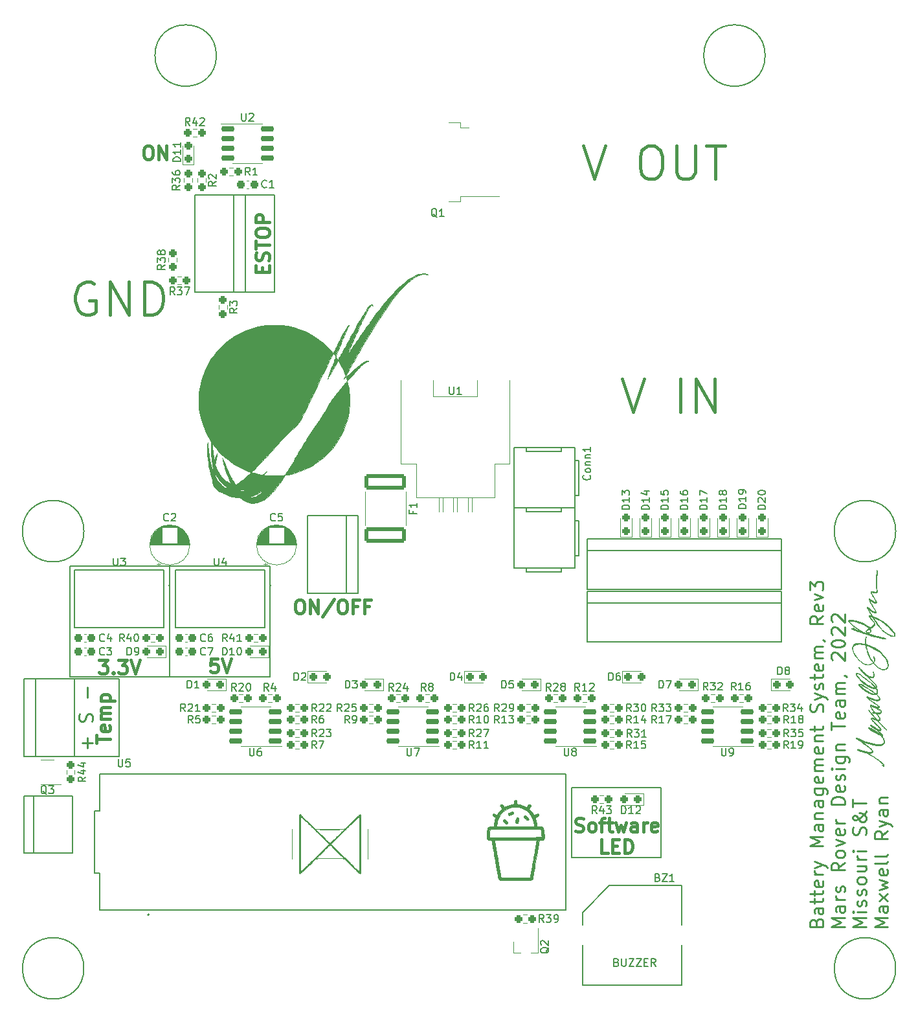
<source format=gto>
G04 #@! TF.GenerationSoftware,KiCad,Pcbnew,(6.0.8)*
G04 #@! TF.CreationDate,2022-10-20T17:13:59-05:00*
G04 #@! TF.ProjectId,2022Rev3,32303232-5265-4763-932e-6b696361645f,rev?*
G04 #@! TF.SameCoordinates,Original*
G04 #@! TF.FileFunction,Legend,Top*
G04 #@! TF.FilePolarity,Positive*
%FSLAX46Y46*%
G04 Gerber Fmt 4.6, Leading zero omitted, Abs format (unit mm)*
G04 Created by KiCad (PCBNEW (6.0.8)) date 2022-10-20 17:13:59*
%MOMM*%
%LPD*%
G01*
G04 APERTURE LIST*
G04 Aperture macros list*
%AMRoundRect*
0 Rectangle with rounded corners*
0 $1 Rounding radius*
0 $2 $3 $4 $5 $6 $7 $8 $9 X,Y pos of 4 corners*
0 Add a 4 corners polygon primitive as box body*
4,1,4,$2,$3,$4,$5,$6,$7,$8,$9,$2,$3,0*
0 Add four circle primitives for the rounded corners*
1,1,$1+$1,$2,$3*
1,1,$1+$1,$4,$5*
1,1,$1+$1,$6,$7*
1,1,$1+$1,$8,$9*
0 Add four rect primitives between the rounded corners*
20,1,$1+$1,$2,$3,$4,$5,0*
20,1,$1+$1,$4,$5,$6,$7,0*
20,1,$1+$1,$6,$7,$8,$9,0*
20,1,$1+$1,$8,$9,$2,$3,0*%
%AMHorizOval*
0 Thick line with rounded ends*
0 $1 width*
0 $2 $3 position (X,Y) of the first rounded end (center of the circle)*
0 $4 $5 position (X,Y) of the second rounded end (center of the circle)*
0 Add line between two ends*
20,1,$1,$2,$3,$4,$5,0*
0 Add two circle primitives to create the rounded ends*
1,1,$1,$2,$3*
1,1,$1,$4,$5*%
G04 Aperture macros list end*
%ADD10C,0.150000*%
%ADD11C,0.254000*%
%ADD12C,0.444500*%
%ADD13C,0.120000*%
%ADD14C,0.127000*%
%ADD15C,0.200000*%
%ADD16C,0.010000*%
%ADD17RoundRect,0.237500X-0.250000X-0.237500X0.250000X-0.237500X0.250000X0.237500X-0.250000X0.237500X0*%
%ADD18R,1.358000X1.358000*%
%ADD19C,1.358000*%
%ADD20R,0.800000X1.900000*%
%ADD21RoundRect,0.237500X-0.237500X0.250000X-0.237500X-0.250000X0.237500X-0.250000X0.237500X0.250000X0*%
%ADD22RoundRect,0.150000X0.725000X0.150000X-0.725000X0.150000X-0.725000X-0.150000X0.725000X-0.150000X0*%
%ADD23RoundRect,0.237500X0.250000X0.237500X-0.250000X0.237500X-0.250000X-0.237500X0.250000X-0.237500X0*%
%ADD24C,1.524000*%
%ADD25C,2.946400*%
%ADD26RoundRect,0.237500X0.237500X-0.287500X0.237500X0.287500X-0.237500X0.287500X-0.237500X-0.287500X0*%
%ADD27R,6.000000X2.500000*%
%ADD28RoundRect,0.237500X0.287500X0.237500X-0.287500X0.237500X-0.287500X-0.237500X0.287500X-0.237500X0*%
%ADD29RoundRect,0.237500X-0.287500X-0.237500X0.287500X-0.237500X0.287500X0.237500X-0.287500X0.237500X0*%
%ADD30RoundRect,0.237500X-0.300000X-0.237500X0.300000X-0.237500X0.300000X0.237500X-0.300000X0.237500X0*%
%ADD31RoundRect,0.237500X0.300000X0.237500X-0.300000X0.237500X-0.300000X-0.237500X0.300000X-0.237500X0*%
%ADD32RoundRect,0.250001X-2.474999X0.799999X-2.474999X-0.799999X2.474999X-0.799999X2.474999X0.799999X0*%
%ADD33C,18.288000*%
%ADD34RoundRect,0.237500X0.237500X-0.250000X0.237500X0.250000X-0.237500X0.250000X-0.237500X-0.250000X0*%
%ADD35R,4.600000X0.800000*%
%ADD36R,9.400000X10.800000*%
%ADD37R,1.600000X1.600000*%
%ADD38C,1.600000*%
%ADD39R,1.000000X0.700000*%
%ADD40O,3.000000X5.100000*%
%ADD41O,2.999999X5.100000*%
%ADD42RoundRect,0.150000X-0.725000X-0.150000X0.725000X-0.150000X0.725000X0.150000X-0.725000X0.150000X0*%
%ADD43R,1.500000X1.500000*%
%ADD44C,1.500000*%
%ADD45C,0.800000*%
%ADD46HorizOval,0.800000X0.000000X0.000000X0.000000X0.000000X0*%
%ADD47HorizOval,0.800000X0.000000X0.000000X0.000000X0.000000X0*%
%ADD48O,9.000000X6.000000*%
%ADD49C,1.308000*%
%ADD50C,1.258000*%
%ADD51C,1.208000*%
G04 APERTURE END LIST*
D10*
X213106000Y-147574000D02*
X224790000Y-147574000D01*
X224790000Y-147574000D02*
X224790000Y-138430000D01*
X224790000Y-138430000D02*
X213106000Y-138430000D01*
X213106000Y-138430000D02*
X213106000Y-147574000D01*
X141478000Y-124206000D02*
X153924000Y-124206000D01*
X153924000Y-124206000D02*
X153924000Y-134366000D01*
X153924000Y-134366000D02*
X141478000Y-134366000D01*
X141478000Y-134366000D02*
X141478000Y-124206000D01*
X163830000Y-73660000D02*
X174244000Y-73660000D01*
X174244000Y-73660000D02*
X174244000Y-60960000D01*
X174244000Y-60960000D02*
X163830000Y-60960000D01*
X163830000Y-60960000D02*
X163830000Y-73660000D01*
X160528000Y-109474000D02*
X160528000Y-123952000D01*
X147447000Y-109474000D02*
X173609000Y-109474000D01*
X173609000Y-109474000D02*
X173609000Y-123952000D01*
X173609000Y-123952000D02*
X147447000Y-123952000D01*
X147447000Y-123952000D02*
X147447000Y-109474000D01*
D11*
X245070285Y-156059414D02*
X245153742Y-155809042D01*
X245237199Y-155725585D01*
X245404113Y-155642128D01*
X245654485Y-155642128D01*
X245821399Y-155725585D01*
X245904856Y-155809042D01*
X245988313Y-155975957D01*
X245988313Y-156643614D01*
X244235713Y-156643614D01*
X244235713Y-156059414D01*
X244319171Y-155892500D01*
X244402628Y-155809042D01*
X244569542Y-155725585D01*
X244736456Y-155725585D01*
X244903371Y-155809042D01*
X244986828Y-155892500D01*
X245070285Y-156059414D01*
X245070285Y-156643614D01*
X245988313Y-154139900D02*
X245070285Y-154139900D01*
X244903371Y-154223357D01*
X244819913Y-154390271D01*
X244819913Y-154724100D01*
X244903371Y-154891014D01*
X245904856Y-154139900D02*
X245988313Y-154306814D01*
X245988313Y-154724100D01*
X245904856Y-154891014D01*
X245737942Y-154974471D01*
X245571028Y-154974471D01*
X245404113Y-154891014D01*
X245320656Y-154724100D01*
X245320656Y-154306814D01*
X245237199Y-154139900D01*
X244819913Y-153555700D02*
X244819913Y-152888042D01*
X244235713Y-153305328D02*
X245737942Y-153305328D01*
X245904856Y-153221871D01*
X245988313Y-153054957D01*
X245988313Y-152888042D01*
X244819913Y-152554214D02*
X244819913Y-151886557D01*
X244235713Y-152303842D02*
X245737942Y-152303842D01*
X245904856Y-152220385D01*
X245988313Y-152053471D01*
X245988313Y-151886557D01*
X245904856Y-150634700D02*
X245988313Y-150801614D01*
X245988313Y-151135442D01*
X245904856Y-151302357D01*
X245737942Y-151385814D01*
X245070285Y-151385814D01*
X244903371Y-151302357D01*
X244819913Y-151135442D01*
X244819913Y-150801614D01*
X244903371Y-150634700D01*
X245070285Y-150551242D01*
X245237199Y-150551242D01*
X245404113Y-151385814D01*
X245988313Y-149800128D02*
X244819913Y-149800128D01*
X245153742Y-149800128D02*
X244986828Y-149716671D01*
X244903371Y-149633214D01*
X244819913Y-149466300D01*
X244819913Y-149299385D01*
X244819913Y-148882100D02*
X245988313Y-148464814D01*
X244819913Y-148047528D02*
X245988313Y-148464814D01*
X246405599Y-148631728D01*
X246489056Y-148715185D01*
X246572513Y-148882100D01*
X245988313Y-146044557D02*
X244235713Y-146044557D01*
X245487571Y-145460357D01*
X244235713Y-144876157D01*
X245988313Y-144876157D01*
X245988313Y-143290471D02*
X245070285Y-143290471D01*
X244903371Y-143373928D01*
X244819913Y-143540842D01*
X244819913Y-143874671D01*
X244903371Y-144041585D01*
X245904856Y-143290471D02*
X245988313Y-143457385D01*
X245988313Y-143874671D01*
X245904856Y-144041585D01*
X245737942Y-144125042D01*
X245571028Y-144125042D01*
X245404113Y-144041585D01*
X245320656Y-143874671D01*
X245320656Y-143457385D01*
X245237199Y-143290471D01*
X244819913Y-142455900D02*
X245988313Y-142455900D01*
X244986828Y-142455900D02*
X244903371Y-142372442D01*
X244819913Y-142205528D01*
X244819913Y-141955157D01*
X244903371Y-141788242D01*
X245070285Y-141704785D01*
X245988313Y-141704785D01*
X245988313Y-140119100D02*
X245070285Y-140119100D01*
X244903371Y-140202557D01*
X244819913Y-140369471D01*
X244819913Y-140703300D01*
X244903371Y-140870214D01*
X245904856Y-140119100D02*
X245988313Y-140286014D01*
X245988313Y-140703300D01*
X245904856Y-140870214D01*
X245737942Y-140953671D01*
X245571028Y-140953671D01*
X245404113Y-140870214D01*
X245320656Y-140703300D01*
X245320656Y-140286014D01*
X245237199Y-140119100D01*
X244819913Y-138533414D02*
X246238685Y-138533414D01*
X246405599Y-138616871D01*
X246489056Y-138700328D01*
X246572513Y-138867242D01*
X246572513Y-139117614D01*
X246489056Y-139284528D01*
X245904856Y-138533414D02*
X245988313Y-138700328D01*
X245988313Y-139034157D01*
X245904856Y-139201071D01*
X245821399Y-139284528D01*
X245654485Y-139367985D01*
X245153742Y-139367985D01*
X244986828Y-139284528D01*
X244903371Y-139201071D01*
X244819913Y-139034157D01*
X244819913Y-138700328D01*
X244903371Y-138533414D01*
X245904856Y-137031185D02*
X245988313Y-137198100D01*
X245988313Y-137531928D01*
X245904856Y-137698842D01*
X245737942Y-137782300D01*
X245070285Y-137782300D01*
X244903371Y-137698842D01*
X244819913Y-137531928D01*
X244819913Y-137198100D01*
X244903371Y-137031185D01*
X245070285Y-136947728D01*
X245237199Y-136947728D01*
X245404113Y-137782300D01*
X245988313Y-136196614D02*
X244819913Y-136196614D01*
X244986828Y-136196614D02*
X244903371Y-136113157D01*
X244819913Y-135946242D01*
X244819913Y-135695871D01*
X244903371Y-135528957D01*
X245070285Y-135445500D01*
X245988313Y-135445500D01*
X245070285Y-135445500D02*
X244903371Y-135362042D01*
X244819913Y-135195128D01*
X244819913Y-134944757D01*
X244903371Y-134777842D01*
X245070285Y-134694385D01*
X245988313Y-134694385D01*
X245904856Y-133192157D02*
X245988313Y-133359071D01*
X245988313Y-133692900D01*
X245904856Y-133859814D01*
X245737942Y-133943271D01*
X245070285Y-133943271D01*
X244903371Y-133859814D01*
X244819913Y-133692900D01*
X244819913Y-133359071D01*
X244903371Y-133192157D01*
X245070285Y-133108700D01*
X245237199Y-133108700D01*
X245404113Y-133943271D01*
X244819913Y-132357585D02*
X245988313Y-132357585D01*
X244986828Y-132357585D02*
X244903371Y-132274128D01*
X244819913Y-132107214D01*
X244819913Y-131856842D01*
X244903371Y-131689928D01*
X245070285Y-131606471D01*
X245988313Y-131606471D01*
X244819913Y-131022271D02*
X244819913Y-130354614D01*
X244235713Y-130771900D02*
X245737942Y-130771900D01*
X245904856Y-130688442D01*
X245988313Y-130521528D01*
X245988313Y-130354614D01*
X245904856Y-128518557D02*
X245988313Y-128268185D01*
X245988313Y-127850900D01*
X245904856Y-127683985D01*
X245821399Y-127600528D01*
X245654485Y-127517071D01*
X245487571Y-127517071D01*
X245320656Y-127600528D01*
X245237199Y-127683985D01*
X245153742Y-127850900D01*
X245070285Y-128184728D01*
X244986828Y-128351642D01*
X244903371Y-128435100D01*
X244736456Y-128518557D01*
X244569542Y-128518557D01*
X244402628Y-128435100D01*
X244319171Y-128351642D01*
X244235713Y-128184728D01*
X244235713Y-127767442D01*
X244319171Y-127517071D01*
X244819913Y-126932871D02*
X245988313Y-126515585D01*
X244819913Y-126098300D02*
X245988313Y-126515585D01*
X246405599Y-126682500D01*
X246489056Y-126765957D01*
X246572513Y-126932871D01*
X245904856Y-125514100D02*
X245988313Y-125347185D01*
X245988313Y-125013357D01*
X245904856Y-124846442D01*
X245737942Y-124762985D01*
X245654485Y-124762985D01*
X245487571Y-124846442D01*
X245404113Y-125013357D01*
X245404113Y-125263728D01*
X245320656Y-125430642D01*
X245153742Y-125514100D01*
X245070285Y-125514100D01*
X244903371Y-125430642D01*
X244819913Y-125263728D01*
X244819913Y-125013357D01*
X244903371Y-124846442D01*
X244819913Y-124262242D02*
X244819913Y-123594585D01*
X244235713Y-124011871D02*
X245737942Y-124011871D01*
X245904856Y-123928414D01*
X245988313Y-123761500D01*
X245988313Y-123594585D01*
X245904856Y-122342728D02*
X245988313Y-122509642D01*
X245988313Y-122843471D01*
X245904856Y-123010385D01*
X245737942Y-123093842D01*
X245070285Y-123093842D01*
X244903371Y-123010385D01*
X244819913Y-122843471D01*
X244819913Y-122509642D01*
X244903371Y-122342728D01*
X245070285Y-122259271D01*
X245237199Y-122259271D01*
X245404113Y-123093842D01*
X245988313Y-121508157D02*
X244819913Y-121508157D01*
X244986828Y-121508157D02*
X244903371Y-121424700D01*
X244819913Y-121257785D01*
X244819913Y-121007414D01*
X244903371Y-120840500D01*
X245070285Y-120757042D01*
X245988313Y-120757042D01*
X245070285Y-120757042D02*
X244903371Y-120673585D01*
X244819913Y-120506671D01*
X244819913Y-120256300D01*
X244903371Y-120089385D01*
X245070285Y-120005928D01*
X245988313Y-120005928D01*
X245904856Y-119087900D02*
X245988313Y-119087900D01*
X246155228Y-119171357D01*
X246238685Y-119254814D01*
X245988313Y-115999985D02*
X245153742Y-116584185D01*
X245988313Y-117001471D02*
X244235713Y-117001471D01*
X244235713Y-116333814D01*
X244319171Y-116166900D01*
X244402628Y-116083442D01*
X244569542Y-115999985D01*
X244819913Y-115999985D01*
X244986828Y-116083442D01*
X245070285Y-116166900D01*
X245153742Y-116333814D01*
X245153742Y-117001471D01*
X245904856Y-114581214D02*
X245988313Y-114748128D01*
X245988313Y-115081957D01*
X245904856Y-115248871D01*
X245737942Y-115332328D01*
X245070285Y-115332328D01*
X244903371Y-115248871D01*
X244819913Y-115081957D01*
X244819913Y-114748128D01*
X244903371Y-114581214D01*
X245070285Y-114497757D01*
X245237199Y-114497757D01*
X245404113Y-115332328D01*
X244819913Y-113913557D02*
X245988313Y-113496271D01*
X244819913Y-113078985D01*
X244235713Y-112578242D02*
X244235713Y-111493300D01*
X244903371Y-112077500D01*
X244903371Y-111827128D01*
X244986828Y-111660214D01*
X245070285Y-111576757D01*
X245237199Y-111493300D01*
X245654485Y-111493300D01*
X245821399Y-111576757D01*
X245904856Y-111660214D01*
X245988313Y-111827128D01*
X245988313Y-112327871D01*
X245904856Y-112494785D01*
X245821399Y-112578242D01*
X248809999Y-156643614D02*
X247057399Y-156643614D01*
X248309257Y-156059414D01*
X247057399Y-155475214D01*
X248809999Y-155475214D01*
X248809999Y-153889528D02*
X247891971Y-153889528D01*
X247725057Y-153972985D01*
X247641599Y-154139900D01*
X247641599Y-154473728D01*
X247725057Y-154640642D01*
X248726542Y-153889528D02*
X248809999Y-154056442D01*
X248809999Y-154473728D01*
X248726542Y-154640642D01*
X248559628Y-154724100D01*
X248392714Y-154724100D01*
X248225799Y-154640642D01*
X248142342Y-154473728D01*
X248142342Y-154056442D01*
X248058885Y-153889528D01*
X248809999Y-153054957D02*
X247641599Y-153054957D01*
X247975428Y-153054957D02*
X247808514Y-152971500D01*
X247725057Y-152888042D01*
X247641599Y-152721128D01*
X247641599Y-152554214D01*
X248726542Y-152053471D02*
X248809999Y-151886557D01*
X248809999Y-151552728D01*
X248726542Y-151385814D01*
X248559628Y-151302357D01*
X248476171Y-151302357D01*
X248309257Y-151385814D01*
X248225799Y-151552728D01*
X248225799Y-151803100D01*
X248142342Y-151970014D01*
X247975428Y-152053471D01*
X247891971Y-152053471D01*
X247725057Y-151970014D01*
X247641599Y-151803100D01*
X247641599Y-151552728D01*
X247725057Y-151385814D01*
X248809999Y-148214442D02*
X247975428Y-148798642D01*
X248809999Y-149215928D02*
X247057399Y-149215928D01*
X247057399Y-148548271D01*
X247140857Y-148381357D01*
X247224314Y-148297900D01*
X247391228Y-148214442D01*
X247641599Y-148214442D01*
X247808514Y-148297900D01*
X247891971Y-148381357D01*
X247975428Y-148548271D01*
X247975428Y-149215928D01*
X248809999Y-147212957D02*
X248726542Y-147379871D01*
X248643085Y-147463328D01*
X248476171Y-147546785D01*
X247975428Y-147546785D01*
X247808514Y-147463328D01*
X247725057Y-147379871D01*
X247641599Y-147212957D01*
X247641599Y-146962585D01*
X247725057Y-146795671D01*
X247808514Y-146712214D01*
X247975428Y-146628757D01*
X248476171Y-146628757D01*
X248643085Y-146712214D01*
X248726542Y-146795671D01*
X248809999Y-146962585D01*
X248809999Y-147212957D01*
X247641599Y-146044557D02*
X248809999Y-145627271D01*
X247641599Y-145209985D01*
X248726542Y-143874671D02*
X248809999Y-144041585D01*
X248809999Y-144375414D01*
X248726542Y-144542328D01*
X248559628Y-144625785D01*
X247891971Y-144625785D01*
X247725057Y-144542328D01*
X247641599Y-144375414D01*
X247641599Y-144041585D01*
X247725057Y-143874671D01*
X247891971Y-143791214D01*
X248058885Y-143791214D01*
X248225799Y-144625785D01*
X248809999Y-143040100D02*
X247641599Y-143040100D01*
X247975428Y-143040100D02*
X247808514Y-142956642D01*
X247725057Y-142873185D01*
X247641599Y-142706271D01*
X247641599Y-142539357D01*
X248809999Y-140619842D02*
X247057399Y-140619842D01*
X247057399Y-140202557D01*
X247140857Y-139952185D01*
X247307771Y-139785271D01*
X247474685Y-139701814D01*
X247808514Y-139618357D01*
X248058885Y-139618357D01*
X248392714Y-139701814D01*
X248559628Y-139785271D01*
X248726542Y-139952185D01*
X248809999Y-140202557D01*
X248809999Y-140619842D01*
X248726542Y-138199585D02*
X248809999Y-138366500D01*
X248809999Y-138700328D01*
X248726542Y-138867242D01*
X248559628Y-138950700D01*
X247891971Y-138950700D01*
X247725057Y-138867242D01*
X247641599Y-138700328D01*
X247641599Y-138366500D01*
X247725057Y-138199585D01*
X247891971Y-138116128D01*
X248058885Y-138116128D01*
X248225799Y-138950700D01*
X248726542Y-137448471D02*
X248809999Y-137281557D01*
X248809999Y-136947728D01*
X248726542Y-136780814D01*
X248559628Y-136697357D01*
X248476171Y-136697357D01*
X248309257Y-136780814D01*
X248225799Y-136947728D01*
X248225799Y-137198100D01*
X248142342Y-137365014D01*
X247975428Y-137448471D01*
X247891971Y-137448471D01*
X247725057Y-137365014D01*
X247641599Y-137198100D01*
X247641599Y-136947728D01*
X247725057Y-136780814D01*
X248809999Y-135946242D02*
X247641599Y-135946242D01*
X247057399Y-135946242D02*
X247140857Y-136029700D01*
X247224314Y-135946242D01*
X247140857Y-135862785D01*
X247057399Y-135946242D01*
X247224314Y-135946242D01*
X247641599Y-134360557D02*
X249060371Y-134360557D01*
X249227285Y-134444014D01*
X249310742Y-134527471D01*
X249394199Y-134694385D01*
X249394199Y-134944757D01*
X249310742Y-135111671D01*
X248726542Y-134360557D02*
X248809999Y-134527471D01*
X248809999Y-134861300D01*
X248726542Y-135028214D01*
X248643085Y-135111671D01*
X248476171Y-135195128D01*
X247975428Y-135195128D01*
X247808514Y-135111671D01*
X247725057Y-135028214D01*
X247641599Y-134861300D01*
X247641599Y-134527471D01*
X247725057Y-134360557D01*
X247641599Y-133525985D02*
X248809999Y-133525985D01*
X247808514Y-133525985D02*
X247725057Y-133442528D01*
X247641599Y-133275614D01*
X247641599Y-133025242D01*
X247725057Y-132858328D01*
X247891971Y-132774871D01*
X248809999Y-132774871D01*
X247057399Y-130855357D02*
X247057399Y-129853871D01*
X248809999Y-130354614D02*
X247057399Y-130354614D01*
X248726542Y-128602014D02*
X248809999Y-128768928D01*
X248809999Y-129102757D01*
X248726542Y-129269671D01*
X248559628Y-129353128D01*
X247891971Y-129353128D01*
X247725057Y-129269671D01*
X247641599Y-129102757D01*
X247641599Y-128768928D01*
X247725057Y-128602014D01*
X247891971Y-128518557D01*
X248058885Y-128518557D01*
X248225799Y-129353128D01*
X248809999Y-127016328D02*
X247891971Y-127016328D01*
X247725057Y-127099785D01*
X247641599Y-127266700D01*
X247641599Y-127600528D01*
X247725057Y-127767442D01*
X248726542Y-127016328D02*
X248809999Y-127183242D01*
X248809999Y-127600528D01*
X248726542Y-127767442D01*
X248559628Y-127850900D01*
X248392714Y-127850900D01*
X248225799Y-127767442D01*
X248142342Y-127600528D01*
X248142342Y-127183242D01*
X248058885Y-127016328D01*
X248809999Y-126181757D02*
X247641599Y-126181757D01*
X247808514Y-126181757D02*
X247725057Y-126098300D01*
X247641599Y-125931385D01*
X247641599Y-125681014D01*
X247725057Y-125514100D01*
X247891971Y-125430642D01*
X248809999Y-125430642D01*
X247891971Y-125430642D02*
X247725057Y-125347185D01*
X247641599Y-125180271D01*
X247641599Y-124929900D01*
X247725057Y-124762985D01*
X247891971Y-124679528D01*
X248809999Y-124679528D01*
X248726542Y-123761500D02*
X248809999Y-123761500D01*
X248976914Y-123844957D01*
X249060371Y-123928414D01*
X247224314Y-121758528D02*
X247140857Y-121675071D01*
X247057399Y-121508157D01*
X247057399Y-121090871D01*
X247140857Y-120923957D01*
X247224314Y-120840500D01*
X247391228Y-120757042D01*
X247558142Y-120757042D01*
X247808514Y-120840500D01*
X248809999Y-121841985D01*
X248809999Y-120757042D01*
X247057399Y-119672100D02*
X247057399Y-119505185D01*
X247140857Y-119338271D01*
X247224314Y-119254814D01*
X247391228Y-119171357D01*
X247725057Y-119087900D01*
X248142342Y-119087900D01*
X248476171Y-119171357D01*
X248643085Y-119254814D01*
X248726542Y-119338271D01*
X248809999Y-119505185D01*
X248809999Y-119672100D01*
X248726542Y-119839014D01*
X248643085Y-119922471D01*
X248476171Y-120005928D01*
X248142342Y-120089385D01*
X247725057Y-120089385D01*
X247391228Y-120005928D01*
X247224314Y-119922471D01*
X247140857Y-119839014D01*
X247057399Y-119672100D01*
X247224314Y-118420242D02*
X247140857Y-118336785D01*
X247057399Y-118169871D01*
X247057399Y-117752585D01*
X247140857Y-117585671D01*
X247224314Y-117502214D01*
X247391228Y-117418757D01*
X247558142Y-117418757D01*
X247808514Y-117502214D01*
X248809999Y-118503700D01*
X248809999Y-117418757D01*
X247224314Y-116751100D02*
X247140857Y-116667642D01*
X247057399Y-116500728D01*
X247057399Y-116083442D01*
X247140857Y-115916528D01*
X247224314Y-115833071D01*
X247391228Y-115749614D01*
X247558142Y-115749614D01*
X247808514Y-115833071D01*
X248809999Y-116834557D01*
X248809999Y-115749614D01*
X251631685Y-156643614D02*
X249879085Y-156643614D01*
X251130943Y-156059414D01*
X249879085Y-155475214D01*
X251631685Y-155475214D01*
X251631685Y-154640642D02*
X250463285Y-154640642D01*
X249879085Y-154640642D02*
X249962543Y-154724100D01*
X250046000Y-154640642D01*
X249962543Y-154557185D01*
X249879085Y-154640642D01*
X250046000Y-154640642D01*
X251548228Y-153889528D02*
X251631685Y-153722614D01*
X251631685Y-153388785D01*
X251548228Y-153221871D01*
X251381314Y-153138414D01*
X251297857Y-153138414D01*
X251130943Y-153221871D01*
X251047485Y-153388785D01*
X251047485Y-153639157D01*
X250964028Y-153806071D01*
X250797114Y-153889528D01*
X250713657Y-153889528D01*
X250546743Y-153806071D01*
X250463285Y-153639157D01*
X250463285Y-153388785D01*
X250546743Y-153221871D01*
X251548228Y-152470757D02*
X251631685Y-152303842D01*
X251631685Y-151970014D01*
X251548228Y-151803100D01*
X251381314Y-151719642D01*
X251297857Y-151719642D01*
X251130943Y-151803100D01*
X251047485Y-151970014D01*
X251047485Y-152220385D01*
X250964028Y-152387300D01*
X250797114Y-152470757D01*
X250713657Y-152470757D01*
X250546743Y-152387300D01*
X250463285Y-152220385D01*
X250463285Y-151970014D01*
X250546743Y-151803100D01*
X251631685Y-150718157D02*
X251548228Y-150885071D01*
X251464771Y-150968528D01*
X251297857Y-151051985D01*
X250797114Y-151051985D01*
X250630200Y-150968528D01*
X250546743Y-150885071D01*
X250463285Y-150718157D01*
X250463285Y-150467785D01*
X250546743Y-150300871D01*
X250630200Y-150217414D01*
X250797114Y-150133957D01*
X251297857Y-150133957D01*
X251464771Y-150217414D01*
X251548228Y-150300871D01*
X251631685Y-150467785D01*
X251631685Y-150718157D01*
X250463285Y-148631728D02*
X251631685Y-148631728D01*
X250463285Y-149382842D02*
X251381314Y-149382842D01*
X251548228Y-149299385D01*
X251631685Y-149132471D01*
X251631685Y-148882100D01*
X251548228Y-148715185D01*
X251464771Y-148631728D01*
X251631685Y-147797157D02*
X250463285Y-147797157D01*
X250797114Y-147797157D02*
X250630200Y-147713700D01*
X250546743Y-147630242D01*
X250463285Y-147463328D01*
X250463285Y-147296414D01*
X251631685Y-146712214D02*
X250463285Y-146712214D01*
X249879085Y-146712214D02*
X249962543Y-146795671D01*
X250046000Y-146712214D01*
X249962543Y-146628757D01*
X249879085Y-146712214D01*
X250046000Y-146712214D01*
X251548228Y-144625785D02*
X251631685Y-144375414D01*
X251631685Y-143958128D01*
X251548228Y-143791214D01*
X251464771Y-143707757D01*
X251297857Y-143624300D01*
X251130943Y-143624300D01*
X250964028Y-143707757D01*
X250880571Y-143791214D01*
X250797114Y-143958128D01*
X250713657Y-144291957D01*
X250630200Y-144458871D01*
X250546743Y-144542328D01*
X250379828Y-144625785D01*
X250212914Y-144625785D01*
X250046000Y-144542328D01*
X249962543Y-144458871D01*
X249879085Y-144291957D01*
X249879085Y-143874671D01*
X249962543Y-143624300D01*
X251631685Y-141454414D02*
X251631685Y-141537871D01*
X251548228Y-141704785D01*
X251297857Y-141955157D01*
X250797114Y-142372442D01*
X250546743Y-142539357D01*
X250296371Y-142622814D01*
X250129457Y-142622814D01*
X249962543Y-142539357D01*
X249879085Y-142372442D01*
X249879085Y-142288985D01*
X249962543Y-142122071D01*
X250129457Y-142038614D01*
X250212914Y-142038614D01*
X250379828Y-142122071D01*
X250463285Y-142205528D01*
X250797114Y-142706271D01*
X250880571Y-142789728D01*
X251047485Y-142873185D01*
X251297857Y-142873185D01*
X251464771Y-142789728D01*
X251548228Y-142706271D01*
X251631685Y-142539357D01*
X251631685Y-142288985D01*
X251548228Y-142122071D01*
X251464771Y-142038614D01*
X251130943Y-141788242D01*
X250880571Y-141704785D01*
X250713657Y-141704785D01*
X249879085Y-140953671D02*
X249879085Y-139952185D01*
X251631685Y-140452928D02*
X249879085Y-140452928D01*
X254453371Y-156643614D02*
X252700771Y-156643614D01*
X253952629Y-156059414D01*
X252700771Y-155475214D01*
X254453371Y-155475214D01*
X254453371Y-153889528D02*
X253535343Y-153889528D01*
X253368429Y-153972985D01*
X253284971Y-154139900D01*
X253284971Y-154473728D01*
X253368429Y-154640642D01*
X254369914Y-153889528D02*
X254453371Y-154056442D01*
X254453371Y-154473728D01*
X254369914Y-154640642D01*
X254203000Y-154724100D01*
X254036086Y-154724100D01*
X253869171Y-154640642D01*
X253785714Y-154473728D01*
X253785714Y-154056442D01*
X253702257Y-153889528D01*
X254453371Y-153221871D02*
X253284971Y-152303842D01*
X253284971Y-153221871D02*
X254453371Y-152303842D01*
X253284971Y-151803100D02*
X254453371Y-151469271D01*
X253618800Y-151135442D01*
X254453371Y-150801614D01*
X253284971Y-150467785D01*
X254369914Y-149132471D02*
X254453371Y-149299385D01*
X254453371Y-149633214D01*
X254369914Y-149800128D01*
X254203000Y-149883585D01*
X253535343Y-149883585D01*
X253368429Y-149800128D01*
X253284971Y-149633214D01*
X253284971Y-149299385D01*
X253368429Y-149132471D01*
X253535343Y-149049014D01*
X253702257Y-149049014D01*
X253869171Y-149883585D01*
X254453371Y-148047528D02*
X254369914Y-148214442D01*
X254203000Y-148297900D01*
X252700771Y-148297900D01*
X254453371Y-147129500D02*
X254369914Y-147296414D01*
X254203000Y-147379871D01*
X252700771Y-147379871D01*
X254453371Y-144125042D02*
X253618800Y-144709242D01*
X254453371Y-145126528D02*
X252700771Y-145126528D01*
X252700771Y-144458871D01*
X252784229Y-144291957D01*
X252867686Y-144208500D01*
X253034600Y-144125042D01*
X253284971Y-144125042D01*
X253451886Y-144208500D01*
X253535343Y-144291957D01*
X253618800Y-144458871D01*
X253618800Y-145126528D01*
X253284971Y-143540842D02*
X254453371Y-143123557D01*
X253284971Y-142706271D02*
X254453371Y-143123557D01*
X254870657Y-143290471D01*
X254954114Y-143373928D01*
X255037571Y-143540842D01*
X254453371Y-141287500D02*
X253535343Y-141287500D01*
X253368429Y-141370957D01*
X253284971Y-141537871D01*
X253284971Y-141871700D01*
X253368429Y-142038614D01*
X254369914Y-141287500D02*
X254453371Y-141454414D01*
X254453371Y-141871700D01*
X254369914Y-142038614D01*
X254203000Y-142122071D01*
X254036086Y-142122071D01*
X253869171Y-142038614D01*
X253785714Y-141871700D01*
X253785714Y-141454414D01*
X253702257Y-141287500D01*
X253284971Y-140452928D02*
X254453371Y-140452928D01*
X253451886Y-140452928D02*
X253368429Y-140369471D01*
X253284971Y-140202557D01*
X253284971Y-139952185D01*
X253368429Y-139785271D01*
X253535343Y-139701814D01*
X254453371Y-139701814D01*
D12*
X150918333Y-132545666D02*
X150918333Y-131529666D01*
X152696333Y-132037666D02*
X150918333Y-132037666D01*
X152611666Y-130259666D02*
X152696333Y-130429000D01*
X152696333Y-130767666D01*
X152611666Y-130937000D01*
X152442333Y-131021666D01*
X151765000Y-131021666D01*
X151595666Y-130937000D01*
X151511000Y-130767666D01*
X151511000Y-130429000D01*
X151595666Y-130259666D01*
X151765000Y-130175000D01*
X151934333Y-130175000D01*
X152103666Y-131021666D01*
X152696333Y-129413000D02*
X151511000Y-129413000D01*
X151680333Y-129413000D02*
X151595666Y-129328333D01*
X151511000Y-129159000D01*
X151511000Y-128905000D01*
X151595666Y-128735666D01*
X151765000Y-128651000D01*
X152696333Y-128651000D01*
X151765000Y-128651000D02*
X151595666Y-128566333D01*
X151511000Y-128397000D01*
X151511000Y-128143000D01*
X151595666Y-127973666D01*
X151765000Y-127889000D01*
X152696333Y-127889000D01*
X151511000Y-127042333D02*
X153289000Y-127042333D01*
X151595666Y-127042333D02*
X151511000Y-126873000D01*
X151511000Y-126534333D01*
X151595666Y-126365000D01*
X151680333Y-126280333D01*
X151849666Y-126195666D01*
X152357666Y-126195666D01*
X152527000Y-126280333D01*
X152611666Y-126365000D01*
X152696333Y-126534333D01*
X152696333Y-126873000D01*
X152611666Y-127042333D01*
X213571666Y-144068376D02*
X213825666Y-144153043D01*
X214249000Y-144153043D01*
X214418333Y-144068376D01*
X214503000Y-143983710D01*
X214587666Y-143814376D01*
X214587666Y-143645043D01*
X214503000Y-143475710D01*
X214418333Y-143391043D01*
X214249000Y-143306376D01*
X213910333Y-143221710D01*
X213741000Y-143137043D01*
X213656333Y-143052376D01*
X213571666Y-142883043D01*
X213571666Y-142713710D01*
X213656333Y-142544376D01*
X213741000Y-142459710D01*
X213910333Y-142375043D01*
X214333666Y-142375043D01*
X214587666Y-142459710D01*
X215603666Y-144153043D02*
X215434333Y-144068376D01*
X215349666Y-143983710D01*
X215265000Y-143814376D01*
X215265000Y-143306376D01*
X215349666Y-143137043D01*
X215434333Y-143052376D01*
X215603666Y-142967710D01*
X215857666Y-142967710D01*
X216027000Y-143052376D01*
X216111666Y-143137043D01*
X216196333Y-143306376D01*
X216196333Y-143814376D01*
X216111666Y-143983710D01*
X216027000Y-144068376D01*
X215857666Y-144153043D01*
X215603666Y-144153043D01*
X216704333Y-142967710D02*
X217381666Y-142967710D01*
X216958333Y-144153043D02*
X216958333Y-142629043D01*
X217043000Y-142459710D01*
X217212333Y-142375043D01*
X217381666Y-142375043D01*
X217720333Y-142967710D02*
X218397666Y-142967710D01*
X217974333Y-142375043D02*
X217974333Y-143899043D01*
X218059000Y-144068376D01*
X218228333Y-144153043D01*
X218397666Y-144153043D01*
X218821000Y-142967710D02*
X219159666Y-144153043D01*
X219498333Y-143306376D01*
X219837000Y-144153043D01*
X220175666Y-142967710D01*
X221615000Y-144153043D02*
X221615000Y-143221710D01*
X221530333Y-143052376D01*
X221361000Y-142967710D01*
X221022333Y-142967710D01*
X220853000Y-143052376D01*
X221615000Y-144068376D02*
X221445666Y-144153043D01*
X221022333Y-144153043D01*
X220853000Y-144068376D01*
X220768333Y-143899043D01*
X220768333Y-143729710D01*
X220853000Y-143560376D01*
X221022333Y-143475710D01*
X221445666Y-143475710D01*
X221615000Y-143391043D01*
X222461666Y-144153043D02*
X222461666Y-142967710D01*
X222461666Y-143306376D02*
X222546333Y-143137043D01*
X222631000Y-143052376D01*
X222800333Y-142967710D01*
X222969666Y-142967710D01*
X224239666Y-144068376D02*
X224070333Y-144153043D01*
X223731666Y-144153043D01*
X223562333Y-144068376D01*
X223477666Y-143899043D01*
X223477666Y-143221710D01*
X223562333Y-143052376D01*
X223731666Y-142967710D01*
X224070333Y-142967710D01*
X224239666Y-143052376D01*
X224324333Y-143221710D01*
X224324333Y-143391043D01*
X223477666Y-143560376D01*
X217805000Y-147015623D02*
X216958333Y-147015623D01*
X216958333Y-145237623D01*
X218397666Y-146084290D02*
X218990333Y-146084290D01*
X219244333Y-147015623D02*
X218397666Y-147015623D01*
X218397666Y-145237623D01*
X219244333Y-145237623D01*
X220006333Y-147015623D02*
X220006333Y-145237623D01*
X220429666Y-145237623D01*
X220683666Y-145322290D01*
X220853000Y-145491623D01*
X220937666Y-145660956D01*
X221022333Y-145999623D01*
X221022333Y-146253623D01*
X220937666Y-146592290D01*
X220853000Y-146761623D01*
X220683666Y-146930956D01*
X220429666Y-147015623D01*
X220006333Y-147015623D01*
D11*
X149733000Y-133265333D02*
X149733000Y-131910666D01*
X150410333Y-132588000D02*
X149055666Y-132588000D01*
X150325666Y-129794000D02*
X150410333Y-129540000D01*
X150410333Y-129116666D01*
X150325666Y-128947333D01*
X150241000Y-128862666D01*
X150071666Y-128778000D01*
X149902333Y-128778000D01*
X149733000Y-128862666D01*
X149648333Y-128947333D01*
X149563666Y-129116666D01*
X149479000Y-129455333D01*
X149394333Y-129624666D01*
X149309666Y-129709333D01*
X149140333Y-129794000D01*
X148971000Y-129794000D01*
X148801666Y-129709333D01*
X148717000Y-129624666D01*
X148632333Y-129455333D01*
X148632333Y-129032000D01*
X148717000Y-128778000D01*
X149733000Y-126661333D02*
X149733000Y-125306666D01*
D12*
X150634095Y-72517000D02*
X150222857Y-72311380D01*
X149606000Y-72311380D01*
X148989142Y-72517000D01*
X148577904Y-72928238D01*
X148372285Y-73339476D01*
X148166666Y-74161952D01*
X148166666Y-74778809D01*
X148372285Y-75601285D01*
X148577904Y-76012523D01*
X148989142Y-76423761D01*
X149606000Y-76629380D01*
X150017238Y-76629380D01*
X150634095Y-76423761D01*
X150839714Y-76218142D01*
X150839714Y-74778809D01*
X150017238Y-74778809D01*
X152690285Y-76629380D02*
X152690285Y-72311380D01*
X155157714Y-76629380D01*
X155157714Y-72311380D01*
X157213904Y-76629380D02*
X157213904Y-72311380D01*
X158242000Y-72311380D01*
X158858857Y-72517000D01*
X159270095Y-72928238D01*
X159475714Y-73339476D01*
X159681333Y-74161952D01*
X159681333Y-74778809D01*
X159475714Y-75601285D01*
X159270095Y-76012523D01*
X158858857Y-76423761D01*
X158242000Y-76629380D01*
X157213904Y-76629380D01*
X219685809Y-85011380D02*
X221125142Y-89329380D01*
X222564476Y-85011380D01*
X227293714Y-89329380D02*
X227293714Y-85011380D01*
X229349904Y-89329380D02*
X229349904Y-85011380D01*
X231817333Y-89329380D01*
X231817333Y-85011380D01*
X214648142Y-54531380D02*
X216087476Y-58849380D01*
X217526809Y-54531380D01*
X223078523Y-54531380D02*
X223901000Y-54531380D01*
X224312238Y-54737000D01*
X224723476Y-55148238D01*
X224929095Y-55970714D01*
X224929095Y-57410047D01*
X224723476Y-58232523D01*
X224312238Y-58643761D01*
X223901000Y-58849380D01*
X223078523Y-58849380D01*
X222667285Y-58643761D01*
X222256047Y-58232523D01*
X222050428Y-57410047D01*
X222050428Y-55970714D01*
X222256047Y-55148238D01*
X222667285Y-54737000D01*
X223078523Y-54531380D01*
X226779666Y-54531380D02*
X226779666Y-58026904D01*
X226985285Y-58438142D01*
X227190904Y-58643761D01*
X227602142Y-58849380D01*
X228424619Y-58849380D01*
X228835857Y-58643761D01*
X229041476Y-58438142D01*
X229247095Y-58026904D01*
X229247095Y-54531380D01*
X230686428Y-54531380D02*
X233153857Y-54531380D01*
X231920142Y-58849380D02*
X231920142Y-54531380D01*
X151299333Y-121708333D02*
X152400000Y-121708333D01*
X151807333Y-122385666D01*
X152061333Y-122385666D01*
X152230666Y-122470333D01*
X152315333Y-122555000D01*
X152400000Y-122724333D01*
X152400000Y-123147666D01*
X152315333Y-123317000D01*
X152230666Y-123401666D01*
X152061333Y-123486333D01*
X151553333Y-123486333D01*
X151384000Y-123401666D01*
X151299333Y-123317000D01*
X153162000Y-123317000D02*
X153246666Y-123401666D01*
X153162000Y-123486333D01*
X153077333Y-123401666D01*
X153162000Y-123317000D01*
X153162000Y-123486333D01*
X153839333Y-121708333D02*
X154940000Y-121708333D01*
X154347333Y-122385666D01*
X154601333Y-122385666D01*
X154770666Y-122470333D01*
X154855333Y-122555000D01*
X154940000Y-122724333D01*
X154940000Y-123147666D01*
X154855333Y-123317000D01*
X154770666Y-123401666D01*
X154601333Y-123486333D01*
X154093333Y-123486333D01*
X153924000Y-123401666D01*
X153839333Y-123317000D01*
X155448000Y-121708333D02*
X156040666Y-123486333D01*
X156633333Y-121708333D01*
X166793333Y-121581333D02*
X165946666Y-121581333D01*
X165862000Y-122428000D01*
X165946666Y-122343333D01*
X166116000Y-122258666D01*
X166539333Y-122258666D01*
X166708666Y-122343333D01*
X166793333Y-122428000D01*
X166878000Y-122597333D01*
X166878000Y-123020666D01*
X166793333Y-123190000D01*
X166708666Y-123274666D01*
X166539333Y-123359333D01*
X166116000Y-123359333D01*
X165946666Y-123274666D01*
X165862000Y-123190000D01*
X167386000Y-121581333D02*
X167978666Y-123359333D01*
X168571333Y-121581333D01*
X172593000Y-71035333D02*
X172593000Y-70442666D01*
X173524333Y-70188666D02*
X173524333Y-71035333D01*
X171746333Y-71035333D01*
X171746333Y-70188666D01*
X173439666Y-69511333D02*
X173524333Y-69257333D01*
X173524333Y-68834000D01*
X173439666Y-68664666D01*
X173355000Y-68580000D01*
X173185666Y-68495333D01*
X173016333Y-68495333D01*
X172847000Y-68580000D01*
X172762333Y-68664666D01*
X172677666Y-68834000D01*
X172593000Y-69172666D01*
X172508333Y-69342000D01*
X172423666Y-69426666D01*
X172254333Y-69511333D01*
X172085000Y-69511333D01*
X171915666Y-69426666D01*
X171831000Y-69342000D01*
X171746333Y-69172666D01*
X171746333Y-68749333D01*
X171831000Y-68495333D01*
X171746333Y-67987333D02*
X171746333Y-66971333D01*
X173524333Y-67479333D02*
X171746333Y-67479333D01*
X171746333Y-66040000D02*
X171746333Y-65701333D01*
X171831000Y-65532000D01*
X172000333Y-65362666D01*
X172339000Y-65278000D01*
X172931666Y-65278000D01*
X173270333Y-65362666D01*
X173439666Y-65532000D01*
X173524333Y-65701333D01*
X173524333Y-66040000D01*
X173439666Y-66209333D01*
X173270333Y-66378666D01*
X172931666Y-66463333D01*
X172339000Y-66463333D01*
X172000333Y-66378666D01*
X171831000Y-66209333D01*
X171746333Y-66040000D01*
X173524333Y-64516000D02*
X171746333Y-64516000D01*
X171746333Y-63838666D01*
X171831000Y-63669333D01*
X171915666Y-63584666D01*
X172085000Y-63500000D01*
X172339000Y-63500000D01*
X172508333Y-63584666D01*
X172593000Y-63669333D01*
X172677666Y-63838666D01*
X172677666Y-64516000D01*
X157522333Y-54525333D02*
X157861000Y-54525333D01*
X158030333Y-54610000D01*
X158199666Y-54779333D01*
X158284333Y-55118000D01*
X158284333Y-55710666D01*
X158199666Y-56049333D01*
X158030333Y-56218666D01*
X157861000Y-56303333D01*
X157522333Y-56303333D01*
X157353000Y-56218666D01*
X157183666Y-56049333D01*
X157099000Y-55710666D01*
X157099000Y-55118000D01*
X157183666Y-54779333D01*
X157353000Y-54610000D01*
X157522333Y-54525333D01*
X159046333Y-56303333D02*
X159046333Y-54525333D01*
X160062333Y-56303333D01*
X160062333Y-54525333D01*
X177376666Y-113834333D02*
X177715333Y-113834333D01*
X177884666Y-113919000D01*
X178054000Y-114088333D01*
X178138666Y-114427000D01*
X178138666Y-115019666D01*
X178054000Y-115358333D01*
X177884666Y-115527666D01*
X177715333Y-115612333D01*
X177376666Y-115612333D01*
X177207333Y-115527666D01*
X177038000Y-115358333D01*
X176953333Y-115019666D01*
X176953333Y-114427000D01*
X177038000Y-114088333D01*
X177207333Y-113919000D01*
X177376666Y-113834333D01*
X178900666Y-115612333D02*
X178900666Y-113834333D01*
X179916666Y-115612333D01*
X179916666Y-113834333D01*
X182033333Y-113749666D02*
X180509333Y-116035666D01*
X182964666Y-113834333D02*
X183303333Y-113834333D01*
X183472666Y-113919000D01*
X183642000Y-114088333D01*
X183726666Y-114427000D01*
X183726666Y-115019666D01*
X183642000Y-115358333D01*
X183472666Y-115527666D01*
X183303333Y-115612333D01*
X182964666Y-115612333D01*
X182795333Y-115527666D01*
X182626000Y-115358333D01*
X182541333Y-115019666D01*
X182541333Y-114427000D01*
X182626000Y-114088333D01*
X182795333Y-113919000D01*
X182964666Y-113834333D01*
X185081333Y-114681000D02*
X184488666Y-114681000D01*
X184488666Y-115612333D02*
X184488666Y-113834333D01*
X185335333Y-113834333D01*
X186605333Y-114681000D02*
X186012666Y-114681000D01*
X186012666Y-115612333D02*
X186012666Y-113834333D01*
X186859333Y-113834333D01*
D10*
X230901642Y-125674380D02*
X230568309Y-125198190D01*
X230330214Y-125674380D02*
X230330214Y-124674380D01*
X230711166Y-124674380D01*
X230806404Y-124722000D01*
X230854023Y-124769619D01*
X230901642Y-124864857D01*
X230901642Y-125007714D01*
X230854023Y-125102952D01*
X230806404Y-125150571D01*
X230711166Y-125198190D01*
X230330214Y-125198190D01*
X231234976Y-124674380D02*
X231854023Y-124674380D01*
X231520690Y-125055333D01*
X231663547Y-125055333D01*
X231758785Y-125102952D01*
X231806404Y-125150571D01*
X231854023Y-125245809D01*
X231854023Y-125483904D01*
X231806404Y-125579142D01*
X231758785Y-125626761D01*
X231663547Y-125674380D01*
X231377833Y-125674380D01*
X231282595Y-125626761D01*
X231234976Y-125579142D01*
X232234976Y-124769619D02*
X232282595Y-124722000D01*
X232377833Y-124674380D01*
X232615928Y-124674380D01*
X232711166Y-124722000D01*
X232758785Y-124769619D01*
X232806404Y-124864857D01*
X232806404Y-124960095D01*
X232758785Y-125102952D01*
X232187357Y-125674380D01*
X232806404Y-125674380D01*
X166370095Y-108418380D02*
X166370095Y-109227904D01*
X166417714Y-109323142D01*
X166465333Y-109370761D01*
X166560571Y-109418380D01*
X166751047Y-109418380D01*
X166846285Y-109370761D01*
X166893904Y-109323142D01*
X166941523Y-109227904D01*
X166941523Y-108418380D01*
X167846285Y-108751714D02*
X167846285Y-109418380D01*
X167608190Y-108370761D02*
X167370095Y-109085047D01*
X167989142Y-109085047D01*
X210123619Y-159329238D02*
X210076000Y-159424476D01*
X209980761Y-159519714D01*
X209837904Y-159662571D01*
X209790285Y-159757809D01*
X209790285Y-159853047D01*
X210028380Y-159805428D02*
X209980761Y-159900666D01*
X209885523Y-159995904D01*
X209695047Y-160043523D01*
X209361714Y-160043523D01*
X209171238Y-159995904D01*
X209076000Y-159900666D01*
X209028380Y-159805428D01*
X209028380Y-159614952D01*
X209076000Y-159519714D01*
X209171238Y-159424476D01*
X209361714Y-159376857D01*
X209695047Y-159376857D01*
X209885523Y-159424476D01*
X209980761Y-159519714D01*
X210028380Y-159614952D01*
X210028380Y-159805428D01*
X209123619Y-158995904D02*
X209076000Y-158948285D01*
X209028380Y-158853047D01*
X209028380Y-158614952D01*
X209076000Y-158519714D01*
X209123619Y-158472095D01*
X209218857Y-158424476D01*
X209314095Y-158424476D01*
X209456952Y-158472095D01*
X210028380Y-159043523D01*
X210028380Y-158424476D01*
X214125642Y-125768380D02*
X213792309Y-125292190D01*
X213554214Y-125768380D02*
X213554214Y-124768380D01*
X213935166Y-124768380D01*
X214030404Y-124816000D01*
X214078023Y-124863619D01*
X214125642Y-124958857D01*
X214125642Y-125101714D01*
X214078023Y-125196952D01*
X214030404Y-125244571D01*
X213935166Y-125292190D01*
X213554214Y-125292190D01*
X215078023Y-125768380D02*
X214506595Y-125768380D01*
X214792309Y-125768380D02*
X214792309Y-124768380D01*
X214697071Y-124911238D01*
X214601833Y-125006476D01*
X214506595Y-125054095D01*
X215458976Y-124863619D02*
X215506595Y-124816000D01*
X215601833Y-124768380D01*
X215839928Y-124768380D01*
X215935166Y-124816000D01*
X215982785Y-124863619D01*
X216030404Y-124958857D01*
X216030404Y-125054095D01*
X215982785Y-125196952D01*
X215411357Y-125768380D01*
X216030404Y-125768380D01*
X161869380Y-59674357D02*
X161393190Y-60007690D01*
X161869380Y-60245785D02*
X160869380Y-60245785D01*
X160869380Y-59864833D01*
X160917000Y-59769595D01*
X160964619Y-59721976D01*
X161059857Y-59674357D01*
X161202714Y-59674357D01*
X161297952Y-59721976D01*
X161345571Y-59769595D01*
X161393190Y-59864833D01*
X161393190Y-60245785D01*
X160869380Y-59341023D02*
X160869380Y-58721976D01*
X161250333Y-59055309D01*
X161250333Y-58912452D01*
X161297952Y-58817214D01*
X161345571Y-58769595D01*
X161440809Y-58721976D01*
X161678904Y-58721976D01*
X161774142Y-58769595D01*
X161821761Y-58817214D01*
X161869380Y-58912452D01*
X161869380Y-59198166D01*
X161821761Y-59293404D01*
X161774142Y-59341023D01*
X160869380Y-57864833D02*
X160869380Y-58055309D01*
X160917000Y-58150547D01*
X160964619Y-58198166D01*
X161107476Y-58293404D01*
X161297952Y-58341023D01*
X161678904Y-58341023D01*
X161774142Y-58293404D01*
X161821761Y-58245785D01*
X161869380Y-58150547D01*
X161869380Y-57960071D01*
X161821761Y-57864833D01*
X161774142Y-57817214D01*
X161678904Y-57769595D01*
X161440809Y-57769595D01*
X161345571Y-57817214D01*
X161297952Y-57864833D01*
X161250333Y-57960071D01*
X161250333Y-58150547D01*
X161297952Y-58245785D01*
X161345571Y-58293404D01*
X161440809Y-58341023D01*
X173453833Y-125768380D02*
X173120500Y-125292190D01*
X172882404Y-125768380D02*
X172882404Y-124768380D01*
X173263357Y-124768380D01*
X173358595Y-124816000D01*
X173406214Y-124863619D01*
X173453833Y-124958857D01*
X173453833Y-125101714D01*
X173406214Y-125196952D01*
X173358595Y-125244571D01*
X173263357Y-125292190D01*
X172882404Y-125292190D01*
X174310976Y-125101714D02*
X174310976Y-125768380D01*
X174072880Y-124720761D02*
X173834785Y-125435047D01*
X174453833Y-125435047D01*
X232699095Y-133281380D02*
X232699095Y-134090904D01*
X232746714Y-134186142D01*
X232794333Y-134233761D01*
X232889571Y-134281380D01*
X233080047Y-134281380D01*
X233175285Y-134233761D01*
X233222904Y-134186142D01*
X233270523Y-134090904D01*
X233270523Y-133281380D01*
X233794333Y-134281380D02*
X233984809Y-134281380D01*
X234080047Y-134233761D01*
X234127666Y-134186142D01*
X234222904Y-134043285D01*
X234270523Y-133852809D01*
X234270523Y-133471857D01*
X234222904Y-133376619D01*
X234175285Y-133329000D01*
X234080047Y-133281380D01*
X233889571Y-133281380D01*
X233794333Y-133329000D01*
X233746714Y-133376619D01*
X233699095Y-133471857D01*
X233699095Y-133709952D01*
X233746714Y-133805190D01*
X233794333Y-133852809D01*
X233889571Y-133900428D01*
X234080047Y-133900428D01*
X234175285Y-133852809D01*
X234222904Y-133805190D01*
X234270523Y-133709952D01*
X166601380Y-59198166D02*
X166125190Y-59531500D01*
X166601380Y-59769595D02*
X165601380Y-59769595D01*
X165601380Y-59388642D01*
X165649000Y-59293404D01*
X165696619Y-59245785D01*
X165791857Y-59198166D01*
X165934714Y-59198166D01*
X166029952Y-59245785D01*
X166077571Y-59293404D01*
X166125190Y-59388642D01*
X166125190Y-59769595D01*
X165696619Y-58817214D02*
X165649000Y-58769595D01*
X165601380Y-58674357D01*
X165601380Y-58436261D01*
X165649000Y-58341023D01*
X165696619Y-58293404D01*
X165791857Y-58245785D01*
X165887095Y-58245785D01*
X166029952Y-58293404D01*
X166601380Y-58864833D01*
X166601380Y-58245785D01*
X179700333Y-129992380D02*
X179367000Y-129516190D01*
X179128904Y-129992380D02*
X179128904Y-128992380D01*
X179509857Y-128992380D01*
X179605095Y-129040000D01*
X179652714Y-129087619D01*
X179700333Y-129182857D01*
X179700333Y-129325714D01*
X179652714Y-129420952D01*
X179605095Y-129468571D01*
X179509857Y-129516190D01*
X179128904Y-129516190D01*
X180557476Y-128992380D02*
X180367000Y-128992380D01*
X180271761Y-129040000D01*
X180224142Y-129087619D01*
X180128904Y-129230476D01*
X180081285Y-129420952D01*
X180081285Y-129801904D01*
X180128904Y-129897142D01*
X180176523Y-129944761D01*
X180271761Y-129992380D01*
X180462238Y-129992380D01*
X180557476Y-129944761D01*
X180605095Y-129897142D01*
X180652714Y-129801904D01*
X180652714Y-129563809D01*
X180605095Y-129468571D01*
X180557476Y-129420952D01*
X180462238Y-129373333D01*
X180271761Y-129373333D01*
X180176523Y-129420952D01*
X180128904Y-129468571D01*
X180081285Y-129563809D01*
X203608142Y-129992380D02*
X203274809Y-129516190D01*
X203036714Y-129992380D02*
X203036714Y-128992380D01*
X203417666Y-128992380D01*
X203512904Y-129040000D01*
X203560523Y-129087619D01*
X203608142Y-129182857D01*
X203608142Y-129325714D01*
X203560523Y-129420952D01*
X203512904Y-129468571D01*
X203417666Y-129516190D01*
X203036714Y-129516190D01*
X204560523Y-129992380D02*
X203989095Y-129992380D01*
X204274809Y-129992380D02*
X204274809Y-128992380D01*
X204179571Y-129135238D01*
X204084333Y-129230476D01*
X203989095Y-129278095D01*
X204893857Y-128992380D02*
X205512904Y-128992380D01*
X205179571Y-129373333D01*
X205322428Y-129373333D01*
X205417666Y-129420952D01*
X205465285Y-129468571D01*
X205512904Y-129563809D01*
X205512904Y-129801904D01*
X205465285Y-129897142D01*
X205417666Y-129944761D01*
X205322428Y-129992380D01*
X205036714Y-129992380D01*
X204941476Y-129944761D01*
X204893857Y-129897142D01*
X154551142Y-119324380D02*
X154217809Y-118848190D01*
X153979714Y-119324380D02*
X153979714Y-118324380D01*
X154360666Y-118324380D01*
X154455904Y-118372000D01*
X154503523Y-118419619D01*
X154551142Y-118514857D01*
X154551142Y-118657714D01*
X154503523Y-118752952D01*
X154455904Y-118800571D01*
X154360666Y-118848190D01*
X153979714Y-118848190D01*
X155408285Y-118657714D02*
X155408285Y-119324380D01*
X155170190Y-118276761D02*
X154932095Y-118991047D01*
X155551142Y-118991047D01*
X156122571Y-118324380D02*
X156217809Y-118324380D01*
X156313047Y-118372000D01*
X156360666Y-118419619D01*
X156408285Y-118514857D01*
X156455904Y-118705333D01*
X156455904Y-118943428D01*
X156408285Y-119133904D01*
X156360666Y-119229142D01*
X156313047Y-119276761D01*
X156217809Y-119324380D01*
X156122571Y-119324380D01*
X156027333Y-119276761D01*
X155979714Y-119229142D01*
X155932095Y-119133904D01*
X155884476Y-118943428D01*
X155884476Y-118705333D01*
X155932095Y-118514857D01*
X155979714Y-118419619D01*
X156027333Y-118372000D01*
X156122571Y-118324380D01*
X200306142Y-128468380D02*
X199972809Y-127992190D01*
X199734714Y-128468380D02*
X199734714Y-127468380D01*
X200115666Y-127468380D01*
X200210904Y-127516000D01*
X200258523Y-127563619D01*
X200306142Y-127658857D01*
X200306142Y-127801714D01*
X200258523Y-127896952D01*
X200210904Y-127944571D01*
X200115666Y-127992190D01*
X199734714Y-127992190D01*
X200687095Y-127563619D02*
X200734714Y-127516000D01*
X200829952Y-127468380D01*
X201068047Y-127468380D01*
X201163285Y-127516000D01*
X201210904Y-127563619D01*
X201258523Y-127658857D01*
X201258523Y-127754095D01*
X201210904Y-127896952D01*
X200639476Y-128468380D01*
X201258523Y-128468380D01*
X202115666Y-127468380D02*
X201925190Y-127468380D01*
X201829952Y-127516000D01*
X201782333Y-127563619D01*
X201687095Y-127706476D01*
X201639476Y-127896952D01*
X201639476Y-128277904D01*
X201687095Y-128373142D01*
X201734714Y-128420761D01*
X201829952Y-128468380D01*
X202020428Y-128468380D01*
X202115666Y-128420761D01*
X202163285Y-128373142D01*
X202210904Y-128277904D01*
X202210904Y-128039809D01*
X202163285Y-127944571D01*
X202115666Y-127896952D01*
X202020428Y-127849333D01*
X201829952Y-127849333D01*
X201734714Y-127896952D01*
X201687095Y-127944571D01*
X201639476Y-128039809D01*
X179732142Y-128468380D02*
X179398809Y-127992190D01*
X179160714Y-128468380D02*
X179160714Y-127468380D01*
X179541666Y-127468380D01*
X179636904Y-127516000D01*
X179684523Y-127563619D01*
X179732142Y-127658857D01*
X179732142Y-127801714D01*
X179684523Y-127896952D01*
X179636904Y-127944571D01*
X179541666Y-127992190D01*
X179160714Y-127992190D01*
X180113095Y-127563619D02*
X180160714Y-127516000D01*
X180255952Y-127468380D01*
X180494047Y-127468380D01*
X180589285Y-127516000D01*
X180636904Y-127563619D01*
X180684523Y-127658857D01*
X180684523Y-127754095D01*
X180636904Y-127896952D01*
X180065476Y-128468380D01*
X180684523Y-128468380D01*
X181065476Y-127563619D02*
X181113095Y-127516000D01*
X181208333Y-127468380D01*
X181446428Y-127468380D01*
X181541666Y-127516000D01*
X181589285Y-127563619D01*
X181636904Y-127658857D01*
X181636904Y-127754095D01*
X181589285Y-127896952D01*
X181017857Y-128468380D01*
X181636904Y-128468380D01*
X191551095Y-133281380D02*
X191551095Y-134090904D01*
X191598714Y-134186142D01*
X191646333Y-134233761D01*
X191741571Y-134281380D01*
X191932047Y-134281380D01*
X192027285Y-134233761D01*
X192074904Y-134186142D01*
X192122523Y-134090904D01*
X192122523Y-133281380D01*
X192503476Y-133281380D02*
X193170142Y-133281380D01*
X192741571Y-134281380D01*
X228290380Y-102052285D02*
X227290380Y-102052285D01*
X227290380Y-101814190D01*
X227338000Y-101671333D01*
X227433238Y-101576095D01*
X227528476Y-101528476D01*
X227718952Y-101480857D01*
X227861809Y-101480857D01*
X228052285Y-101528476D01*
X228147523Y-101576095D01*
X228242761Y-101671333D01*
X228290380Y-101814190D01*
X228290380Y-102052285D01*
X228290380Y-100528476D02*
X228290380Y-101099904D01*
X228290380Y-100814190D02*
X227290380Y-100814190D01*
X227433238Y-100909428D01*
X227528476Y-101004666D01*
X227576095Y-101099904D01*
X227290380Y-99671333D02*
X227290380Y-99861809D01*
X227338000Y-99957047D01*
X227385619Y-100004666D01*
X227528476Y-100099904D01*
X227718952Y-100147523D01*
X228099904Y-100147523D01*
X228195142Y-100099904D01*
X228242761Y-100052285D01*
X228290380Y-99957047D01*
X228290380Y-99766571D01*
X228242761Y-99671333D01*
X228195142Y-99623714D01*
X228099904Y-99576095D01*
X227861809Y-99576095D01*
X227766571Y-99623714D01*
X227718952Y-99671333D01*
X227671333Y-99766571D01*
X227671333Y-99957047D01*
X227718952Y-100052285D01*
X227766571Y-100099904D01*
X227861809Y-100147523D01*
X224349047Y-150162571D02*
X224491904Y-150210190D01*
X224539523Y-150257809D01*
X224587142Y-150353047D01*
X224587142Y-150495904D01*
X224539523Y-150591142D01*
X224491904Y-150638761D01*
X224396666Y-150686380D01*
X224015714Y-150686380D01*
X224015714Y-149686380D01*
X224349047Y-149686380D01*
X224444285Y-149734000D01*
X224491904Y-149781619D01*
X224539523Y-149876857D01*
X224539523Y-149972095D01*
X224491904Y-150067333D01*
X224444285Y-150114952D01*
X224349047Y-150162571D01*
X224015714Y-150162571D01*
X224920476Y-149686380D02*
X225587142Y-149686380D01*
X224920476Y-150686380D01*
X225587142Y-150686380D01*
X226491904Y-150686380D02*
X225920476Y-150686380D01*
X226206190Y-150686380D02*
X226206190Y-149686380D01*
X226110952Y-149829238D01*
X226015714Y-149924476D01*
X225920476Y-149972095D01*
X218972857Y-161262571D02*
X219115714Y-161310190D01*
X219163333Y-161357809D01*
X219210952Y-161453047D01*
X219210952Y-161595904D01*
X219163333Y-161691142D01*
X219115714Y-161738761D01*
X219020476Y-161786380D01*
X218639523Y-161786380D01*
X218639523Y-160786380D01*
X218972857Y-160786380D01*
X219068095Y-160834000D01*
X219115714Y-160881619D01*
X219163333Y-160976857D01*
X219163333Y-161072095D01*
X219115714Y-161167333D01*
X219068095Y-161214952D01*
X218972857Y-161262571D01*
X218639523Y-161262571D01*
X219639523Y-160786380D02*
X219639523Y-161595904D01*
X219687142Y-161691142D01*
X219734761Y-161738761D01*
X219830000Y-161786380D01*
X220020476Y-161786380D01*
X220115714Y-161738761D01*
X220163333Y-161691142D01*
X220210952Y-161595904D01*
X220210952Y-160786380D01*
X220591904Y-160786380D02*
X221258571Y-160786380D01*
X220591904Y-161786380D01*
X221258571Y-161786380D01*
X221544285Y-160786380D02*
X222210952Y-160786380D01*
X221544285Y-161786380D01*
X222210952Y-161786380D01*
X222591904Y-161262571D02*
X222925238Y-161262571D01*
X223068095Y-161786380D02*
X222591904Y-161786380D01*
X222591904Y-160786380D01*
X223068095Y-160786380D01*
X224068095Y-161786380D02*
X223734761Y-161310190D01*
X223496666Y-161786380D02*
X223496666Y-160786380D01*
X223877619Y-160786380D01*
X223972857Y-160834000D01*
X224020476Y-160881619D01*
X224068095Y-160976857D01*
X224068095Y-161119714D01*
X224020476Y-161214952D01*
X223972857Y-161262571D01*
X223877619Y-161310190D01*
X223496666Y-161310190D01*
X224531904Y-125420380D02*
X224531904Y-124420380D01*
X224770000Y-124420380D01*
X224912857Y-124468000D01*
X225008095Y-124563238D01*
X225055714Y-124658476D01*
X225103333Y-124848952D01*
X225103333Y-124991809D01*
X225055714Y-125182285D01*
X225008095Y-125277523D01*
X224912857Y-125372761D01*
X224770000Y-125420380D01*
X224531904Y-125420380D01*
X225436666Y-124420380D02*
X226103333Y-124420380D01*
X225674761Y-125420380D01*
X194027833Y-125768380D02*
X193694500Y-125292190D01*
X193456404Y-125768380D02*
X193456404Y-124768380D01*
X193837357Y-124768380D01*
X193932595Y-124816000D01*
X193980214Y-124863619D01*
X194027833Y-124958857D01*
X194027833Y-125101714D01*
X193980214Y-125196952D01*
X193932595Y-125244571D01*
X193837357Y-125292190D01*
X193456404Y-125292190D01*
X194599261Y-125196952D02*
X194504023Y-125149333D01*
X194456404Y-125101714D01*
X194408785Y-125006476D01*
X194408785Y-124958857D01*
X194456404Y-124863619D01*
X194504023Y-124816000D01*
X194599261Y-124768380D01*
X194789738Y-124768380D01*
X194884976Y-124816000D01*
X194932595Y-124863619D01*
X194980214Y-124958857D01*
X194980214Y-125006476D01*
X194932595Y-125101714D01*
X194884976Y-125149333D01*
X194789738Y-125196952D01*
X194599261Y-125196952D01*
X194504023Y-125244571D01*
X194456404Y-125292190D01*
X194408785Y-125387428D01*
X194408785Y-125577904D01*
X194456404Y-125673142D01*
X194504023Y-125720761D01*
X194599261Y-125768380D01*
X194789738Y-125768380D01*
X194884976Y-125720761D01*
X194932595Y-125673142D01*
X194980214Y-125577904D01*
X194980214Y-125387428D01*
X194932595Y-125292190D01*
X194884976Y-125244571D01*
X194789738Y-125196952D01*
X223233380Y-102052285D02*
X222233380Y-102052285D01*
X222233380Y-101814190D01*
X222281000Y-101671333D01*
X222376238Y-101576095D01*
X222471476Y-101528476D01*
X222661952Y-101480857D01*
X222804809Y-101480857D01*
X222995285Y-101528476D01*
X223090523Y-101576095D01*
X223185761Y-101671333D01*
X223233380Y-101814190D01*
X223233380Y-102052285D01*
X223233380Y-100528476D02*
X223233380Y-101099904D01*
X223233380Y-100814190D02*
X222233380Y-100814190D01*
X222376238Y-100909428D01*
X222471476Y-101004666D01*
X222519095Y-101099904D01*
X222566714Y-99671333D02*
X223233380Y-99671333D01*
X222185761Y-99909428D02*
X222900047Y-100147523D01*
X222900047Y-99528476D01*
X241419142Y-133294380D02*
X241085809Y-132818190D01*
X240847714Y-133294380D02*
X240847714Y-132294380D01*
X241228666Y-132294380D01*
X241323904Y-132342000D01*
X241371523Y-132389619D01*
X241419142Y-132484857D01*
X241419142Y-132627714D01*
X241371523Y-132722952D01*
X241323904Y-132770571D01*
X241228666Y-132818190D01*
X240847714Y-132818190D01*
X242371523Y-133294380D02*
X241800095Y-133294380D01*
X242085809Y-133294380D02*
X242085809Y-132294380D01*
X241990571Y-132437238D01*
X241895333Y-132532476D01*
X241800095Y-132580095D01*
X242847714Y-133294380D02*
X243038190Y-133294380D01*
X243133428Y-133246761D01*
X243181047Y-133199142D01*
X243276285Y-133056285D01*
X243323904Y-132865809D01*
X243323904Y-132484857D01*
X243276285Y-132389619D01*
X243228666Y-132342000D01*
X243133428Y-132294380D01*
X242942952Y-132294380D01*
X242847714Y-132342000D01*
X242800095Y-132389619D01*
X242752476Y-132484857D01*
X242752476Y-132722952D01*
X242800095Y-132818190D01*
X242847714Y-132865809D01*
X242942952Y-132913428D01*
X243133428Y-132913428D01*
X243228666Y-132865809D01*
X243276285Y-132818190D01*
X243323904Y-132722952D01*
X224182142Y-128468380D02*
X223848809Y-127992190D01*
X223610714Y-128468380D02*
X223610714Y-127468380D01*
X223991666Y-127468380D01*
X224086904Y-127516000D01*
X224134523Y-127563619D01*
X224182142Y-127658857D01*
X224182142Y-127801714D01*
X224134523Y-127896952D01*
X224086904Y-127944571D01*
X223991666Y-127992190D01*
X223610714Y-127992190D01*
X224515476Y-127468380D02*
X225134523Y-127468380D01*
X224801190Y-127849333D01*
X224944047Y-127849333D01*
X225039285Y-127896952D01*
X225086904Y-127944571D01*
X225134523Y-128039809D01*
X225134523Y-128277904D01*
X225086904Y-128373142D01*
X225039285Y-128420761D01*
X224944047Y-128468380D01*
X224658333Y-128468380D01*
X224563095Y-128420761D01*
X224515476Y-128373142D01*
X225467857Y-127468380D02*
X226086904Y-127468380D01*
X225753571Y-127849333D01*
X225896428Y-127849333D01*
X225991666Y-127896952D01*
X226039285Y-127944571D01*
X226086904Y-128039809D01*
X226086904Y-128277904D01*
X226039285Y-128373142D01*
X225991666Y-128420761D01*
X225896428Y-128468380D01*
X225610714Y-128468380D01*
X225515476Y-128420761D01*
X225467857Y-128373142D01*
X220880142Y-133294380D02*
X220546809Y-132818190D01*
X220308714Y-133294380D02*
X220308714Y-132294380D01*
X220689666Y-132294380D01*
X220784904Y-132342000D01*
X220832523Y-132389619D01*
X220880142Y-132484857D01*
X220880142Y-132627714D01*
X220832523Y-132722952D01*
X220784904Y-132770571D01*
X220689666Y-132818190D01*
X220308714Y-132818190D01*
X221832523Y-133294380D02*
X221261095Y-133294380D01*
X221546809Y-133294380D02*
X221546809Y-132294380D01*
X221451571Y-132437238D01*
X221356333Y-132532476D01*
X221261095Y-132580095D01*
X222737285Y-132294380D02*
X222261095Y-132294380D01*
X222213476Y-132770571D01*
X222261095Y-132722952D01*
X222356333Y-132675333D01*
X222594428Y-132675333D01*
X222689666Y-132722952D01*
X222737285Y-132770571D01*
X222784904Y-132865809D01*
X222784904Y-133103904D01*
X222737285Y-133199142D01*
X222689666Y-133246761D01*
X222594428Y-133294380D01*
X222356333Y-133294380D01*
X222261095Y-133246761D01*
X222213476Y-133199142D01*
X162563642Y-128468380D02*
X162230309Y-127992190D01*
X161992214Y-128468380D02*
X161992214Y-127468380D01*
X162373166Y-127468380D01*
X162468404Y-127516000D01*
X162516023Y-127563619D01*
X162563642Y-127658857D01*
X162563642Y-127801714D01*
X162516023Y-127896952D01*
X162468404Y-127944571D01*
X162373166Y-127992190D01*
X161992214Y-127992190D01*
X162944595Y-127563619D02*
X162992214Y-127516000D01*
X163087452Y-127468380D01*
X163325547Y-127468380D01*
X163420785Y-127516000D01*
X163468404Y-127563619D01*
X163516023Y-127658857D01*
X163516023Y-127754095D01*
X163468404Y-127896952D01*
X162896976Y-128468380D01*
X163516023Y-128468380D01*
X164468404Y-128468380D02*
X163896976Y-128468380D01*
X164182690Y-128468380D02*
X164182690Y-127468380D01*
X164087452Y-127611238D01*
X163992214Y-127706476D01*
X163896976Y-127754095D01*
X235910380Y-101939285D02*
X234910380Y-101939285D01*
X234910380Y-101701190D01*
X234958000Y-101558333D01*
X235053238Y-101463095D01*
X235148476Y-101415476D01*
X235338952Y-101367857D01*
X235481809Y-101367857D01*
X235672285Y-101415476D01*
X235767523Y-101463095D01*
X235862761Y-101558333D01*
X235910380Y-101701190D01*
X235910380Y-101939285D01*
X235910380Y-100415476D02*
X235910380Y-100986904D01*
X235910380Y-100701190D02*
X234910380Y-100701190D01*
X235053238Y-100796428D01*
X235148476Y-100891666D01*
X235196095Y-100986904D01*
X235910380Y-99939285D02*
X235910380Y-99748809D01*
X235862761Y-99653571D01*
X235815142Y-99605952D01*
X235672285Y-99510714D01*
X235481809Y-99463095D01*
X235100857Y-99463095D01*
X235005619Y-99510714D01*
X234958000Y-99558333D01*
X234910380Y-99653571D01*
X234910380Y-99844047D01*
X234958000Y-99939285D01*
X235005619Y-99986904D01*
X235100857Y-100034523D01*
X235338952Y-100034523D01*
X235434190Y-99986904D01*
X235481809Y-99939285D01*
X235529428Y-99844047D01*
X235529428Y-99653571D01*
X235481809Y-99558333D01*
X235434190Y-99510714D01*
X235338952Y-99463095D01*
X241350642Y-128468380D02*
X241017309Y-127992190D01*
X240779214Y-128468380D02*
X240779214Y-127468380D01*
X241160166Y-127468380D01*
X241255404Y-127516000D01*
X241303023Y-127563619D01*
X241350642Y-127658857D01*
X241350642Y-127801714D01*
X241303023Y-127896952D01*
X241255404Y-127944571D01*
X241160166Y-127992190D01*
X240779214Y-127992190D01*
X241683976Y-127468380D02*
X242303023Y-127468380D01*
X241969690Y-127849333D01*
X242112547Y-127849333D01*
X242207785Y-127896952D01*
X242255404Y-127944571D01*
X242303023Y-128039809D01*
X242303023Y-128277904D01*
X242255404Y-128373142D01*
X242207785Y-128420761D01*
X242112547Y-128468380D01*
X241826833Y-128468380D01*
X241731595Y-128420761D01*
X241683976Y-128373142D01*
X243160166Y-127801714D02*
X243160166Y-128468380D01*
X242922071Y-127420761D02*
X242683976Y-128135047D01*
X243303023Y-128135047D01*
X217955904Y-124404380D02*
X217955904Y-123404380D01*
X218194000Y-123404380D01*
X218336857Y-123452000D01*
X218432095Y-123547238D01*
X218479714Y-123642476D01*
X218527333Y-123832952D01*
X218527333Y-123975809D01*
X218479714Y-124166285D01*
X218432095Y-124261523D01*
X218336857Y-124356761D01*
X218194000Y-124404380D01*
X217955904Y-124404380D01*
X219384476Y-123404380D02*
X219194000Y-123404380D01*
X219098761Y-123452000D01*
X219051142Y-123499619D01*
X218955904Y-123642476D01*
X218908285Y-123832952D01*
X218908285Y-124213904D01*
X218955904Y-124309142D01*
X219003523Y-124356761D01*
X219098761Y-124404380D01*
X219289238Y-124404380D01*
X219384476Y-124356761D01*
X219432095Y-124309142D01*
X219479714Y-124213904D01*
X219479714Y-123975809D01*
X219432095Y-123880571D01*
X219384476Y-123832952D01*
X219289238Y-123785333D01*
X219098761Y-123785333D01*
X219003523Y-123832952D01*
X218955904Y-123880571D01*
X218908285Y-123975809D01*
X203608142Y-128468380D02*
X203274809Y-127992190D01*
X203036714Y-128468380D02*
X203036714Y-127468380D01*
X203417666Y-127468380D01*
X203512904Y-127516000D01*
X203560523Y-127563619D01*
X203608142Y-127658857D01*
X203608142Y-127801714D01*
X203560523Y-127896952D01*
X203512904Y-127944571D01*
X203417666Y-127992190D01*
X203036714Y-127992190D01*
X203989095Y-127563619D02*
X204036714Y-127516000D01*
X204131952Y-127468380D01*
X204370047Y-127468380D01*
X204465285Y-127516000D01*
X204512904Y-127563619D01*
X204560523Y-127658857D01*
X204560523Y-127754095D01*
X204512904Y-127896952D01*
X203941476Y-128468380D01*
X204560523Y-128468380D01*
X205036714Y-128468380D02*
X205227190Y-128468380D01*
X205322428Y-128420761D01*
X205370047Y-128373142D01*
X205465285Y-128230285D01*
X205512904Y-128039809D01*
X205512904Y-127658857D01*
X205465285Y-127563619D01*
X205417666Y-127516000D01*
X205322428Y-127468380D01*
X205131952Y-127468380D01*
X205036714Y-127516000D01*
X204989095Y-127563619D01*
X204941476Y-127658857D01*
X204941476Y-127896952D01*
X204989095Y-127992190D01*
X205036714Y-128039809D01*
X205131952Y-128087428D01*
X205322428Y-128087428D01*
X205417666Y-128039809D01*
X205465285Y-127992190D01*
X205512904Y-127896952D01*
X241454142Y-129992380D02*
X241120809Y-129516190D01*
X240882714Y-129992380D02*
X240882714Y-128992380D01*
X241263666Y-128992380D01*
X241358904Y-129040000D01*
X241406523Y-129087619D01*
X241454142Y-129182857D01*
X241454142Y-129325714D01*
X241406523Y-129420952D01*
X241358904Y-129468571D01*
X241263666Y-129516190D01*
X240882714Y-129516190D01*
X242406523Y-129992380D02*
X241835095Y-129992380D01*
X242120809Y-129992380D02*
X242120809Y-128992380D01*
X242025571Y-129135238D01*
X241930333Y-129230476D01*
X241835095Y-129278095D01*
X242977952Y-129420952D02*
X242882714Y-129373333D01*
X242835095Y-129325714D01*
X242787476Y-129230476D01*
X242787476Y-129182857D01*
X242835095Y-129087619D01*
X242882714Y-129040000D01*
X242977952Y-128992380D01*
X243168428Y-128992380D01*
X243263666Y-129040000D01*
X243311285Y-129087619D01*
X243358904Y-129182857D01*
X243358904Y-129230476D01*
X243311285Y-129325714D01*
X243263666Y-129373333D01*
X243168428Y-129420952D01*
X242977952Y-129420952D01*
X242882714Y-129468571D01*
X242835095Y-129516190D01*
X242787476Y-129611428D01*
X242787476Y-129801904D01*
X242835095Y-129897142D01*
X242882714Y-129944761D01*
X242977952Y-129992380D01*
X243168428Y-129992380D01*
X243263666Y-129944761D01*
X243311285Y-129897142D01*
X243358904Y-129801904D01*
X243358904Y-129611428D01*
X243311285Y-129516190D01*
X243263666Y-129468571D01*
X243168428Y-129420952D01*
X230830380Y-102052285D02*
X229830380Y-102052285D01*
X229830380Y-101814190D01*
X229878000Y-101671333D01*
X229973238Y-101576095D01*
X230068476Y-101528476D01*
X230258952Y-101480857D01*
X230401809Y-101480857D01*
X230592285Y-101528476D01*
X230687523Y-101576095D01*
X230782761Y-101671333D01*
X230830380Y-101814190D01*
X230830380Y-102052285D01*
X230830380Y-100528476D02*
X230830380Y-101099904D01*
X230830380Y-100814190D02*
X229830380Y-100814190D01*
X229973238Y-100909428D01*
X230068476Y-101004666D01*
X230116095Y-101099904D01*
X229830380Y-100195142D02*
X229830380Y-99528476D01*
X230830380Y-99957047D01*
X176807904Y-124404380D02*
X176807904Y-123404380D01*
X177046000Y-123404380D01*
X177188857Y-123452000D01*
X177284095Y-123547238D01*
X177331714Y-123642476D01*
X177379333Y-123832952D01*
X177379333Y-123975809D01*
X177331714Y-124166285D01*
X177284095Y-124261523D01*
X177188857Y-124356761D01*
X177046000Y-124404380D01*
X176807904Y-124404380D01*
X177760285Y-123499619D02*
X177807904Y-123452000D01*
X177903142Y-123404380D01*
X178141238Y-123404380D01*
X178236476Y-123452000D01*
X178284095Y-123499619D01*
X178331714Y-123594857D01*
X178331714Y-123690095D01*
X178284095Y-123832952D01*
X177712666Y-124404380D01*
X178331714Y-124404380D01*
X168013142Y-119324380D02*
X167679809Y-118848190D01*
X167441714Y-119324380D02*
X167441714Y-118324380D01*
X167822666Y-118324380D01*
X167917904Y-118372000D01*
X167965523Y-118419619D01*
X168013142Y-118514857D01*
X168013142Y-118657714D01*
X167965523Y-118752952D01*
X167917904Y-118800571D01*
X167822666Y-118848190D01*
X167441714Y-118848190D01*
X168870285Y-118657714D02*
X168870285Y-119324380D01*
X168632190Y-118276761D02*
X168394095Y-118991047D01*
X169013142Y-118991047D01*
X169917904Y-119324380D02*
X169346476Y-119324380D01*
X169632190Y-119324380D02*
X169632190Y-118324380D01*
X169536952Y-118467238D01*
X169441714Y-118562476D01*
X169346476Y-118610095D01*
X216376642Y-141836380D02*
X216043309Y-141360190D01*
X215805214Y-141836380D02*
X215805214Y-140836380D01*
X216186166Y-140836380D01*
X216281404Y-140884000D01*
X216329023Y-140931619D01*
X216376642Y-141026857D01*
X216376642Y-141169714D01*
X216329023Y-141264952D01*
X216281404Y-141312571D01*
X216186166Y-141360190D01*
X215805214Y-141360190D01*
X217233785Y-141169714D02*
X217233785Y-141836380D01*
X216995690Y-140788761D02*
X216757595Y-141503047D01*
X217376642Y-141503047D01*
X217662357Y-140836380D02*
X218281404Y-140836380D01*
X217948071Y-141217333D01*
X218090928Y-141217333D01*
X218186166Y-141264952D01*
X218233785Y-141312571D01*
X218281404Y-141407809D01*
X218281404Y-141645904D01*
X218233785Y-141741142D01*
X218186166Y-141788761D01*
X218090928Y-141836380D01*
X217805214Y-141836380D01*
X217709976Y-141788761D01*
X217662357Y-141741142D01*
X179700333Y-133294380D02*
X179367000Y-132818190D01*
X179128904Y-133294380D02*
X179128904Y-132294380D01*
X179509857Y-132294380D01*
X179605095Y-132342000D01*
X179652714Y-132389619D01*
X179700333Y-132484857D01*
X179700333Y-132627714D01*
X179652714Y-132722952D01*
X179605095Y-132770571D01*
X179509857Y-132818190D01*
X179128904Y-132818190D01*
X180033666Y-132294380D02*
X180700333Y-132294380D01*
X180271761Y-133294380D01*
X225750380Y-102052285D02*
X224750380Y-102052285D01*
X224750380Y-101814190D01*
X224798000Y-101671333D01*
X224893238Y-101576095D01*
X224988476Y-101528476D01*
X225178952Y-101480857D01*
X225321809Y-101480857D01*
X225512285Y-101528476D01*
X225607523Y-101576095D01*
X225702761Y-101671333D01*
X225750380Y-101814190D01*
X225750380Y-102052285D01*
X225750380Y-100528476D02*
X225750380Y-101099904D01*
X225750380Y-100814190D02*
X224750380Y-100814190D01*
X224893238Y-100909428D01*
X224988476Y-101004666D01*
X225036095Y-101099904D01*
X224750380Y-99623714D02*
X224750380Y-100099904D01*
X225226571Y-100147523D01*
X225178952Y-100099904D01*
X225131333Y-100004666D01*
X225131333Y-99766571D01*
X225178952Y-99671333D01*
X225226571Y-99623714D01*
X225321809Y-99576095D01*
X225559904Y-99576095D01*
X225655142Y-99623714D01*
X225702761Y-99671333D01*
X225750380Y-99766571D01*
X225750380Y-100004666D01*
X225702761Y-100099904D01*
X225655142Y-100147523D01*
X165187333Y-119229142D02*
X165139714Y-119276761D01*
X164996857Y-119324380D01*
X164901619Y-119324380D01*
X164758761Y-119276761D01*
X164663523Y-119181523D01*
X164615904Y-119086285D01*
X164568285Y-118895809D01*
X164568285Y-118752952D01*
X164615904Y-118562476D01*
X164663523Y-118467238D01*
X164758761Y-118372000D01*
X164901619Y-118324380D01*
X164996857Y-118324380D01*
X165139714Y-118372000D01*
X165187333Y-118419619D01*
X166044476Y-118324380D02*
X165854000Y-118324380D01*
X165758761Y-118372000D01*
X165711142Y-118419619D01*
X165615904Y-118562476D01*
X165568285Y-118752952D01*
X165568285Y-119133904D01*
X165615904Y-119229142D01*
X165663523Y-119276761D01*
X165758761Y-119324380D01*
X165949238Y-119324380D01*
X166044476Y-119276761D01*
X166092095Y-119229142D01*
X166139714Y-119133904D01*
X166139714Y-118895809D01*
X166092095Y-118800571D01*
X166044476Y-118752952D01*
X165949238Y-118705333D01*
X165758761Y-118705333D01*
X165663523Y-118752952D01*
X165615904Y-118800571D01*
X165568285Y-118895809D01*
X151979333Y-119229142D02*
X151931714Y-119276761D01*
X151788857Y-119324380D01*
X151693619Y-119324380D01*
X151550761Y-119276761D01*
X151455523Y-119181523D01*
X151407904Y-119086285D01*
X151360285Y-118895809D01*
X151360285Y-118752952D01*
X151407904Y-118562476D01*
X151455523Y-118467238D01*
X151550761Y-118372000D01*
X151693619Y-118324380D01*
X151788857Y-118324380D01*
X151931714Y-118372000D01*
X151979333Y-118419619D01*
X152836476Y-118657714D02*
X152836476Y-119324380D01*
X152598380Y-118276761D02*
X152360285Y-118991047D01*
X152979333Y-118991047D01*
X161178642Y-74018380D02*
X160845309Y-73542190D01*
X160607214Y-74018380D02*
X160607214Y-73018380D01*
X160988166Y-73018380D01*
X161083404Y-73066000D01*
X161131023Y-73113619D01*
X161178642Y-73208857D01*
X161178642Y-73351714D01*
X161131023Y-73446952D01*
X161083404Y-73494571D01*
X160988166Y-73542190D01*
X160607214Y-73542190D01*
X161511976Y-73018380D02*
X162131023Y-73018380D01*
X161797690Y-73399333D01*
X161940547Y-73399333D01*
X162035785Y-73446952D01*
X162083404Y-73494571D01*
X162131023Y-73589809D01*
X162131023Y-73827904D01*
X162083404Y-73923142D01*
X162035785Y-73970761D01*
X161940547Y-74018380D01*
X161654833Y-74018380D01*
X161559595Y-73970761D01*
X161511976Y-73923142D01*
X162464357Y-73018380D02*
X163131023Y-73018380D01*
X162702452Y-74018380D01*
X173188333Y-59920142D02*
X173140714Y-59967761D01*
X172997857Y-60015380D01*
X172902619Y-60015380D01*
X172759761Y-59967761D01*
X172664523Y-59872523D01*
X172616904Y-59777285D01*
X172569285Y-59586809D01*
X172569285Y-59443952D01*
X172616904Y-59253476D01*
X172664523Y-59158238D01*
X172759761Y-59063000D01*
X172902619Y-59015380D01*
X172997857Y-59015380D01*
X173140714Y-59063000D01*
X173188333Y-59110619D01*
X174140714Y-60015380D02*
X173569285Y-60015380D01*
X173855000Y-60015380D02*
X173855000Y-59015380D01*
X173759761Y-59158238D01*
X173664523Y-59253476D01*
X173569285Y-59301095D01*
X192330571Y-102268333D02*
X192330571Y-102601666D01*
X192854380Y-102601666D02*
X191854380Y-102601666D01*
X191854380Y-102125476D01*
X192854380Y-101220714D02*
X192854380Y-101792142D01*
X192854380Y-101506428D02*
X191854380Y-101506428D01*
X191997238Y-101601666D01*
X192092476Y-101696904D01*
X192140095Y-101792142D01*
X209438642Y-156027380D02*
X209105309Y-155551190D01*
X208867214Y-156027380D02*
X208867214Y-155027380D01*
X209248166Y-155027380D01*
X209343404Y-155075000D01*
X209391023Y-155122619D01*
X209438642Y-155217857D01*
X209438642Y-155360714D01*
X209391023Y-155455952D01*
X209343404Y-155503571D01*
X209248166Y-155551190D01*
X208867214Y-155551190D01*
X209771976Y-155027380D02*
X210391023Y-155027380D01*
X210057690Y-155408333D01*
X210200547Y-155408333D01*
X210295785Y-155455952D01*
X210343404Y-155503571D01*
X210391023Y-155598809D01*
X210391023Y-155836904D01*
X210343404Y-155932142D01*
X210295785Y-155979761D01*
X210200547Y-156027380D01*
X209914833Y-156027380D01*
X209819595Y-155979761D01*
X209771976Y-155932142D01*
X210867214Y-156027380D02*
X211057690Y-156027380D01*
X211152928Y-155979761D01*
X211200547Y-155932142D01*
X211295785Y-155789285D01*
X211343404Y-155598809D01*
X211343404Y-155217857D01*
X211295785Y-155122619D01*
X211248166Y-155075000D01*
X211152928Y-155027380D01*
X210962452Y-155027380D01*
X210867214Y-155075000D01*
X210819595Y-155122619D01*
X210771976Y-155217857D01*
X210771976Y-155455952D01*
X210819595Y-155551190D01*
X210867214Y-155598809D01*
X210962452Y-155646428D01*
X211152928Y-155646428D01*
X211248166Y-155598809D01*
X211295785Y-155551190D01*
X211343404Y-155455952D01*
X238450380Y-102052285D02*
X237450380Y-102052285D01*
X237450380Y-101814190D01*
X237498000Y-101671333D01*
X237593238Y-101576095D01*
X237688476Y-101528476D01*
X237878952Y-101480857D01*
X238021809Y-101480857D01*
X238212285Y-101528476D01*
X238307523Y-101576095D01*
X238402761Y-101671333D01*
X238450380Y-101814190D01*
X238450380Y-102052285D01*
X237545619Y-101099904D02*
X237498000Y-101052285D01*
X237450380Y-100957047D01*
X237450380Y-100718952D01*
X237498000Y-100623714D01*
X237545619Y-100576095D01*
X237640857Y-100528476D01*
X237736095Y-100528476D01*
X237878952Y-100576095D01*
X238450380Y-101147523D01*
X238450380Y-100528476D01*
X237450380Y-99909428D02*
X237450380Y-99814190D01*
X237498000Y-99718952D01*
X237545619Y-99671333D01*
X237640857Y-99623714D01*
X237831333Y-99576095D01*
X238069428Y-99576095D01*
X238259904Y-99623714D01*
X238355142Y-99671333D01*
X238402761Y-99718952D01*
X238450380Y-99814190D01*
X238450380Y-99909428D01*
X238402761Y-100004666D01*
X238355142Y-100052285D01*
X238259904Y-100099904D01*
X238069428Y-100147523D01*
X237831333Y-100147523D01*
X237640857Y-100099904D01*
X237545619Y-100052285D01*
X237498000Y-100004666D01*
X237450380Y-99909428D01*
X241454142Y-131770380D02*
X241120809Y-131294190D01*
X240882714Y-131770380D02*
X240882714Y-130770380D01*
X241263666Y-130770380D01*
X241358904Y-130818000D01*
X241406523Y-130865619D01*
X241454142Y-130960857D01*
X241454142Y-131103714D01*
X241406523Y-131198952D01*
X241358904Y-131246571D01*
X241263666Y-131294190D01*
X240882714Y-131294190D01*
X241787476Y-130770380D02*
X242406523Y-130770380D01*
X242073190Y-131151333D01*
X242216047Y-131151333D01*
X242311285Y-131198952D01*
X242358904Y-131246571D01*
X242406523Y-131341809D01*
X242406523Y-131579904D01*
X242358904Y-131675142D01*
X242311285Y-131722761D01*
X242216047Y-131770380D01*
X241930333Y-131770380D01*
X241835095Y-131722761D01*
X241787476Y-131675142D01*
X243311285Y-130770380D02*
X242835095Y-130770380D01*
X242787476Y-131246571D01*
X242835095Y-131198952D01*
X242930333Y-131151333D01*
X243168428Y-131151333D01*
X243263666Y-131198952D01*
X243311285Y-131246571D01*
X243358904Y-131341809D01*
X243358904Y-131579904D01*
X243311285Y-131675142D01*
X243263666Y-131722761D01*
X243168428Y-131770380D01*
X242930333Y-131770380D01*
X242835095Y-131722761D01*
X242787476Y-131675142D01*
X220880142Y-128468380D02*
X220546809Y-127992190D01*
X220308714Y-128468380D02*
X220308714Y-127468380D01*
X220689666Y-127468380D01*
X220784904Y-127516000D01*
X220832523Y-127563619D01*
X220880142Y-127658857D01*
X220880142Y-127801714D01*
X220832523Y-127896952D01*
X220784904Y-127944571D01*
X220689666Y-127992190D01*
X220308714Y-127992190D01*
X221213476Y-127468380D02*
X221832523Y-127468380D01*
X221499190Y-127849333D01*
X221642047Y-127849333D01*
X221737285Y-127896952D01*
X221784904Y-127944571D01*
X221832523Y-128039809D01*
X221832523Y-128277904D01*
X221784904Y-128373142D01*
X221737285Y-128420761D01*
X221642047Y-128468380D01*
X221356333Y-128468380D01*
X221261095Y-128420761D01*
X221213476Y-128373142D01*
X222451571Y-127468380D02*
X222546809Y-127468380D01*
X222642047Y-127516000D01*
X222689666Y-127563619D01*
X222737285Y-127658857D01*
X222784904Y-127849333D01*
X222784904Y-128087428D01*
X222737285Y-128277904D01*
X222689666Y-128373142D01*
X222642047Y-128420761D01*
X222546809Y-128468380D01*
X222451571Y-128468380D01*
X222356333Y-128420761D01*
X222308714Y-128373142D01*
X222261095Y-128277904D01*
X222213476Y-128087428D01*
X222213476Y-127849333D01*
X222261095Y-127658857D01*
X222308714Y-127563619D01*
X222356333Y-127516000D01*
X222451571Y-127468380D01*
X200306142Y-133294380D02*
X199972809Y-132818190D01*
X199734714Y-133294380D02*
X199734714Y-132294380D01*
X200115666Y-132294380D01*
X200210904Y-132342000D01*
X200258523Y-132389619D01*
X200306142Y-132484857D01*
X200306142Y-132627714D01*
X200258523Y-132722952D01*
X200210904Y-132770571D01*
X200115666Y-132818190D01*
X199734714Y-132818190D01*
X201258523Y-133294380D02*
X200687095Y-133294380D01*
X200972809Y-133294380D02*
X200972809Y-132294380D01*
X200877571Y-132437238D01*
X200782333Y-132532476D01*
X200687095Y-132580095D01*
X202210904Y-133294380D02*
X201639476Y-133294380D01*
X201925190Y-133294380D02*
X201925190Y-132294380D01*
X201829952Y-132437238D01*
X201734714Y-132532476D01*
X201639476Y-132580095D01*
X149550380Y-137040857D02*
X149074190Y-137374190D01*
X149550380Y-137612285D02*
X148550380Y-137612285D01*
X148550380Y-137231333D01*
X148598000Y-137136095D01*
X148645619Y-137088476D01*
X148740857Y-137040857D01*
X148883714Y-137040857D01*
X148978952Y-137088476D01*
X149026571Y-137136095D01*
X149074190Y-137231333D01*
X149074190Y-137612285D01*
X148883714Y-136183714D02*
X149550380Y-136183714D01*
X148502761Y-136421809D02*
X149217047Y-136659904D01*
X149217047Y-136040857D01*
X148883714Y-135231333D02*
X149550380Y-135231333D01*
X148502761Y-135469428D02*
X149217047Y-135707523D01*
X149217047Y-135088476D01*
X203957904Y-125420380D02*
X203957904Y-124420380D01*
X204196000Y-124420380D01*
X204338857Y-124468000D01*
X204434095Y-124563238D01*
X204481714Y-124658476D01*
X204529333Y-124848952D01*
X204529333Y-124991809D01*
X204481714Y-125182285D01*
X204434095Y-125277523D01*
X204338857Y-125372761D01*
X204196000Y-125420380D01*
X203957904Y-125420380D01*
X205434095Y-124420380D02*
X204957904Y-124420380D01*
X204910285Y-124896571D01*
X204957904Y-124848952D01*
X205053142Y-124801333D01*
X205291238Y-124801333D01*
X205386476Y-124848952D01*
X205434095Y-124896571D01*
X205481714Y-124991809D01*
X205481714Y-125229904D01*
X205434095Y-125325142D01*
X205386476Y-125372761D01*
X205291238Y-125420380D01*
X205053142Y-125420380D01*
X204957904Y-125372761D01*
X204910285Y-125325142D01*
X161963380Y-56572285D02*
X160963380Y-56572285D01*
X160963380Y-56334190D01*
X161011000Y-56191333D01*
X161106238Y-56096095D01*
X161201476Y-56048476D01*
X161391952Y-56000857D01*
X161534809Y-56000857D01*
X161725285Y-56048476D01*
X161820523Y-56096095D01*
X161915761Y-56191333D01*
X161963380Y-56334190D01*
X161963380Y-56572285D01*
X161963380Y-55048476D02*
X161963380Y-55619904D01*
X161963380Y-55334190D02*
X160963380Y-55334190D01*
X161106238Y-55429428D01*
X161201476Y-55524666D01*
X161249095Y-55619904D01*
X161963380Y-54096095D02*
X161963380Y-54667523D01*
X161963380Y-54381809D02*
X160963380Y-54381809D01*
X161106238Y-54477047D01*
X161201476Y-54572285D01*
X161249095Y-54667523D01*
X224182142Y-129992380D02*
X223848809Y-129516190D01*
X223610714Y-129992380D02*
X223610714Y-128992380D01*
X223991666Y-128992380D01*
X224086904Y-129040000D01*
X224134523Y-129087619D01*
X224182142Y-129182857D01*
X224182142Y-129325714D01*
X224134523Y-129420952D01*
X224086904Y-129468571D01*
X223991666Y-129516190D01*
X223610714Y-129516190D01*
X225134523Y-129992380D02*
X224563095Y-129992380D01*
X224848809Y-129992380D02*
X224848809Y-128992380D01*
X224753571Y-129135238D01*
X224658333Y-129230476D01*
X224563095Y-129278095D01*
X225467857Y-128992380D02*
X226134523Y-128992380D01*
X225705952Y-129992380D01*
X183034142Y-128468380D02*
X182700809Y-127992190D01*
X182462714Y-128468380D02*
X182462714Y-127468380D01*
X182843666Y-127468380D01*
X182938904Y-127516000D01*
X182986523Y-127563619D01*
X183034142Y-127658857D01*
X183034142Y-127801714D01*
X182986523Y-127896952D01*
X182938904Y-127944571D01*
X182843666Y-127992190D01*
X182462714Y-127992190D01*
X183415095Y-127563619D02*
X183462714Y-127516000D01*
X183557952Y-127468380D01*
X183796047Y-127468380D01*
X183891285Y-127516000D01*
X183938904Y-127563619D01*
X183986523Y-127658857D01*
X183986523Y-127754095D01*
X183938904Y-127896952D01*
X183367476Y-128468380D01*
X183986523Y-128468380D01*
X184891285Y-127468380D02*
X184415095Y-127468380D01*
X184367476Y-127944571D01*
X184415095Y-127896952D01*
X184510333Y-127849333D01*
X184748428Y-127849333D01*
X184843666Y-127896952D01*
X184891285Y-127944571D01*
X184938904Y-128039809D01*
X184938904Y-128277904D01*
X184891285Y-128373142D01*
X184843666Y-128420761D01*
X184748428Y-128468380D01*
X184510333Y-128468380D01*
X184415095Y-128420761D01*
X184367476Y-128373142D01*
X195484761Y-63839619D02*
X195389523Y-63792000D01*
X195294285Y-63696761D01*
X195151428Y-63553904D01*
X195056190Y-63506285D01*
X194960952Y-63506285D01*
X195008571Y-63744380D02*
X194913333Y-63696761D01*
X194818095Y-63601523D01*
X194770476Y-63411047D01*
X194770476Y-63077714D01*
X194818095Y-62887238D01*
X194913333Y-62792000D01*
X195008571Y-62744380D01*
X195199047Y-62744380D01*
X195294285Y-62792000D01*
X195389523Y-62887238D01*
X195437142Y-63077714D01*
X195437142Y-63411047D01*
X195389523Y-63601523D01*
X195294285Y-63696761D01*
X195199047Y-63744380D01*
X195008571Y-63744380D01*
X196389523Y-63744380D02*
X195818095Y-63744380D01*
X196103809Y-63744380D02*
X196103809Y-62744380D01*
X196008571Y-62887238D01*
X195913333Y-62982476D01*
X195818095Y-63030095D01*
X179732142Y-131770380D02*
X179398809Y-131294190D01*
X179160714Y-131770380D02*
X179160714Y-130770380D01*
X179541666Y-130770380D01*
X179636904Y-130818000D01*
X179684523Y-130865619D01*
X179732142Y-130960857D01*
X179732142Y-131103714D01*
X179684523Y-131198952D01*
X179636904Y-131246571D01*
X179541666Y-131294190D01*
X179160714Y-131294190D01*
X180113095Y-130865619D02*
X180160714Y-130818000D01*
X180255952Y-130770380D01*
X180494047Y-130770380D01*
X180589285Y-130818000D01*
X180636904Y-130865619D01*
X180684523Y-130960857D01*
X180684523Y-131056095D01*
X180636904Y-131198952D01*
X180065476Y-131770380D01*
X180684523Y-131770380D01*
X181017857Y-130770380D02*
X181636904Y-130770380D01*
X181303571Y-131151333D01*
X181446428Y-131151333D01*
X181541666Y-131198952D01*
X181589285Y-131246571D01*
X181636904Y-131341809D01*
X181636904Y-131579904D01*
X181589285Y-131675142D01*
X181541666Y-131722761D01*
X181446428Y-131770380D01*
X181160714Y-131770380D01*
X181065476Y-131722761D01*
X181017857Y-131675142D01*
X159931380Y-70088357D02*
X159455190Y-70421690D01*
X159931380Y-70659785D02*
X158931380Y-70659785D01*
X158931380Y-70278833D01*
X158979000Y-70183595D01*
X159026619Y-70135976D01*
X159121857Y-70088357D01*
X159264714Y-70088357D01*
X159359952Y-70135976D01*
X159407571Y-70183595D01*
X159455190Y-70278833D01*
X159455190Y-70659785D01*
X158931380Y-69755023D02*
X158931380Y-69135976D01*
X159312333Y-69469309D01*
X159312333Y-69326452D01*
X159359952Y-69231214D01*
X159407571Y-69183595D01*
X159502809Y-69135976D01*
X159740904Y-69135976D01*
X159836142Y-69183595D01*
X159883761Y-69231214D01*
X159931380Y-69326452D01*
X159931380Y-69612166D01*
X159883761Y-69707404D01*
X159836142Y-69755023D01*
X159359952Y-68564547D02*
X159312333Y-68659785D01*
X159264714Y-68707404D01*
X159169476Y-68755023D01*
X159121857Y-68755023D01*
X159026619Y-68707404D01*
X158979000Y-68659785D01*
X158931380Y-68564547D01*
X158931380Y-68374071D01*
X158979000Y-68278833D01*
X159026619Y-68231214D01*
X159121857Y-68183595D01*
X159169476Y-68183595D01*
X159264714Y-68231214D01*
X159312333Y-68278833D01*
X159359952Y-68374071D01*
X159359952Y-68564547D01*
X159407571Y-68659785D01*
X159455190Y-68707404D01*
X159550428Y-68755023D01*
X159740904Y-68755023D01*
X159836142Y-68707404D01*
X159883761Y-68659785D01*
X159931380Y-68564547D01*
X159931380Y-68374071D01*
X159883761Y-68278833D01*
X159836142Y-68231214D01*
X159740904Y-68183595D01*
X159550428Y-68183595D01*
X159455190Y-68231214D01*
X159407571Y-68278833D01*
X159359952Y-68374071D01*
X160361333Y-103481142D02*
X160313714Y-103528761D01*
X160170857Y-103576380D01*
X160075619Y-103576380D01*
X159932761Y-103528761D01*
X159837523Y-103433523D01*
X159789904Y-103338285D01*
X159742285Y-103147809D01*
X159742285Y-103004952D01*
X159789904Y-102814476D01*
X159837523Y-102719238D01*
X159932761Y-102624000D01*
X160075619Y-102576380D01*
X160170857Y-102576380D01*
X160313714Y-102624000D01*
X160361333Y-102671619D01*
X160742285Y-102671619D02*
X160789904Y-102624000D01*
X160885142Y-102576380D01*
X161123238Y-102576380D01*
X161218476Y-102624000D01*
X161266095Y-102671619D01*
X161313714Y-102766857D01*
X161313714Y-102862095D01*
X161266095Y-103004952D01*
X160694666Y-103576380D01*
X161313714Y-103576380D01*
X210362642Y-125768380D02*
X210029309Y-125292190D01*
X209791214Y-125768380D02*
X209791214Y-124768380D01*
X210172166Y-124768380D01*
X210267404Y-124816000D01*
X210315023Y-124863619D01*
X210362642Y-124958857D01*
X210362642Y-125101714D01*
X210315023Y-125196952D01*
X210267404Y-125244571D01*
X210172166Y-125292190D01*
X209791214Y-125292190D01*
X210743595Y-124863619D02*
X210791214Y-124816000D01*
X210886452Y-124768380D01*
X211124547Y-124768380D01*
X211219785Y-124816000D01*
X211267404Y-124863619D01*
X211315023Y-124958857D01*
X211315023Y-125054095D01*
X211267404Y-125196952D01*
X210695976Y-125768380D01*
X211315023Y-125768380D01*
X211886452Y-125196952D02*
X211791214Y-125149333D01*
X211743595Y-125101714D01*
X211695976Y-125006476D01*
X211695976Y-124958857D01*
X211743595Y-124863619D01*
X211791214Y-124816000D01*
X211886452Y-124768380D01*
X212076928Y-124768380D01*
X212172166Y-124816000D01*
X212219785Y-124863619D01*
X212267404Y-124958857D01*
X212267404Y-125006476D01*
X212219785Y-125101714D01*
X212172166Y-125149333D01*
X212076928Y-125196952D01*
X211886452Y-125196952D01*
X211791214Y-125244571D01*
X211743595Y-125292190D01*
X211695976Y-125387428D01*
X211695976Y-125577904D01*
X211743595Y-125673142D01*
X211791214Y-125720761D01*
X211886452Y-125768380D01*
X212076928Y-125768380D01*
X212172166Y-125720761D01*
X212219785Y-125673142D01*
X212267404Y-125577904D01*
X212267404Y-125387428D01*
X212219785Y-125292190D01*
X212172166Y-125244571D01*
X212076928Y-125196952D01*
X144430761Y-139295619D02*
X144335523Y-139248000D01*
X144240285Y-139152761D01*
X144097428Y-139009904D01*
X144002190Y-138962285D01*
X143906952Y-138962285D01*
X143954571Y-139200380D02*
X143859333Y-139152761D01*
X143764095Y-139057523D01*
X143716476Y-138867047D01*
X143716476Y-138533714D01*
X143764095Y-138343238D01*
X143859333Y-138248000D01*
X143954571Y-138200380D01*
X144145047Y-138200380D01*
X144240285Y-138248000D01*
X144335523Y-138343238D01*
X144383142Y-138533714D01*
X144383142Y-138867047D01*
X144335523Y-139057523D01*
X144240285Y-139152761D01*
X144145047Y-139200380D01*
X143954571Y-139200380D01*
X144716476Y-138200380D02*
X145335523Y-138200380D01*
X145002190Y-138581333D01*
X145145047Y-138581333D01*
X145240285Y-138628952D01*
X145287904Y-138676571D01*
X145335523Y-138771809D01*
X145335523Y-139009904D01*
X145287904Y-139105142D01*
X145240285Y-139152761D01*
X145145047Y-139200380D01*
X144859333Y-139200380D01*
X144764095Y-139152761D01*
X144716476Y-139105142D01*
X170977095Y-133281380D02*
X170977095Y-134090904D01*
X171024714Y-134186142D01*
X171072333Y-134233761D01*
X171167571Y-134281380D01*
X171358047Y-134281380D01*
X171453285Y-134233761D01*
X171500904Y-134186142D01*
X171548523Y-134090904D01*
X171548523Y-133281380D01*
X172453285Y-133281380D02*
X172262809Y-133281380D01*
X172167571Y-133329000D01*
X172119952Y-133376619D01*
X172024714Y-133519476D01*
X171977095Y-133709952D01*
X171977095Y-134090904D01*
X172024714Y-134186142D01*
X172072333Y-134233761D01*
X172167571Y-134281380D01*
X172358047Y-134281380D01*
X172453285Y-134233761D01*
X172500904Y-134186142D01*
X172548523Y-134090904D01*
X172548523Y-133852809D01*
X172500904Y-133757571D01*
X172453285Y-133709952D01*
X172358047Y-133662333D01*
X172167571Y-133662333D01*
X172072333Y-133709952D01*
X172024714Y-133757571D01*
X171977095Y-133852809D01*
X215481142Y-97590809D02*
X215528761Y-97638428D01*
X215576380Y-97781285D01*
X215576380Y-97876523D01*
X215528761Y-98019380D01*
X215433523Y-98114619D01*
X215338285Y-98162238D01*
X215147809Y-98209857D01*
X215004952Y-98209857D01*
X214814476Y-98162238D01*
X214719238Y-98114619D01*
X214624000Y-98019380D01*
X214576380Y-97876523D01*
X214576380Y-97781285D01*
X214624000Y-97638428D01*
X214671619Y-97590809D01*
X215576380Y-97019380D02*
X215528761Y-97114619D01*
X215481142Y-97162238D01*
X215385904Y-97209857D01*
X215100190Y-97209857D01*
X215004952Y-97162238D01*
X214957333Y-97114619D01*
X214909714Y-97019380D01*
X214909714Y-96876523D01*
X214957333Y-96781285D01*
X215004952Y-96733666D01*
X215100190Y-96686047D01*
X215385904Y-96686047D01*
X215481142Y-96733666D01*
X215528761Y-96781285D01*
X215576380Y-96876523D01*
X215576380Y-97019380D01*
X214909714Y-96257476D02*
X215576380Y-96257476D01*
X215004952Y-96257476D02*
X214957333Y-96209857D01*
X214909714Y-96114619D01*
X214909714Y-95971761D01*
X214957333Y-95876523D01*
X215052571Y-95828904D01*
X215576380Y-95828904D01*
X214909714Y-95352714D02*
X215576380Y-95352714D01*
X215004952Y-95352714D02*
X214957333Y-95305095D01*
X214909714Y-95209857D01*
X214909714Y-95067000D01*
X214957333Y-94971761D01*
X215052571Y-94924142D01*
X215576380Y-94924142D01*
X215576380Y-93924142D02*
X215576380Y-94495571D01*
X215576380Y-94209857D02*
X214576380Y-94209857D01*
X214719238Y-94305095D01*
X214814476Y-94400333D01*
X214862095Y-94495571D01*
X184018333Y-129992380D02*
X183685000Y-129516190D01*
X183446904Y-129992380D02*
X183446904Y-128992380D01*
X183827857Y-128992380D01*
X183923095Y-129040000D01*
X183970714Y-129087619D01*
X184018333Y-129182857D01*
X184018333Y-129325714D01*
X183970714Y-129420952D01*
X183923095Y-129468571D01*
X183827857Y-129516190D01*
X183446904Y-129516190D01*
X184494523Y-129992380D02*
X184685000Y-129992380D01*
X184780238Y-129944761D01*
X184827857Y-129897142D01*
X184923095Y-129754285D01*
X184970714Y-129563809D01*
X184970714Y-129182857D01*
X184923095Y-129087619D01*
X184875476Y-129040000D01*
X184780238Y-128992380D01*
X184589761Y-128992380D01*
X184494523Y-129040000D01*
X184446904Y-129087619D01*
X184399285Y-129182857D01*
X184399285Y-129420952D01*
X184446904Y-129516190D01*
X184494523Y-129563809D01*
X184589761Y-129611428D01*
X184780238Y-129611428D01*
X184875476Y-129563809D01*
X184923095Y-129516190D01*
X184970714Y-129420952D01*
X220880142Y-129992380D02*
X220546809Y-129516190D01*
X220308714Y-129992380D02*
X220308714Y-128992380D01*
X220689666Y-128992380D01*
X220784904Y-129040000D01*
X220832523Y-129087619D01*
X220880142Y-129182857D01*
X220880142Y-129325714D01*
X220832523Y-129420952D01*
X220784904Y-129468571D01*
X220689666Y-129516190D01*
X220308714Y-129516190D01*
X221832523Y-129992380D02*
X221261095Y-129992380D01*
X221546809Y-129992380D02*
X221546809Y-128992380D01*
X221451571Y-129135238D01*
X221356333Y-129230476D01*
X221261095Y-129278095D01*
X222689666Y-129325714D02*
X222689666Y-129992380D01*
X222451571Y-128944761D02*
X222213476Y-129659047D01*
X222832523Y-129659047D01*
X220935642Y-131816380D02*
X220602309Y-131340190D01*
X220364214Y-131816380D02*
X220364214Y-130816380D01*
X220745166Y-130816380D01*
X220840404Y-130864000D01*
X220888023Y-130911619D01*
X220935642Y-131006857D01*
X220935642Y-131149714D01*
X220888023Y-131244952D01*
X220840404Y-131292571D01*
X220745166Y-131340190D01*
X220364214Y-131340190D01*
X221268976Y-130816380D02*
X221888023Y-130816380D01*
X221554690Y-131197333D01*
X221697547Y-131197333D01*
X221792785Y-131244952D01*
X221840404Y-131292571D01*
X221888023Y-131387809D01*
X221888023Y-131625904D01*
X221840404Y-131721142D01*
X221792785Y-131768761D01*
X221697547Y-131816380D01*
X221411833Y-131816380D01*
X221316595Y-131768761D01*
X221268976Y-131721142D01*
X222840404Y-131816380D02*
X222268976Y-131816380D01*
X222554690Y-131816380D02*
X222554690Y-130816380D01*
X222459452Y-130959238D01*
X222364214Y-131054476D01*
X222268976Y-131102095D01*
X169926095Y-50281380D02*
X169926095Y-51090904D01*
X169973714Y-51186142D01*
X170021333Y-51233761D01*
X170116571Y-51281380D01*
X170307047Y-51281380D01*
X170402285Y-51233761D01*
X170449904Y-51186142D01*
X170497523Y-51090904D01*
X170497523Y-50281380D01*
X170926095Y-50376619D02*
X170973714Y-50329000D01*
X171068952Y-50281380D01*
X171307047Y-50281380D01*
X171402285Y-50329000D01*
X171449904Y-50376619D01*
X171497523Y-50471857D01*
X171497523Y-50567095D01*
X171449904Y-50709952D01*
X170878476Y-51281380D01*
X171497523Y-51281380D01*
X219624714Y-141836380D02*
X219624714Y-140836380D01*
X219862809Y-140836380D01*
X220005666Y-140884000D01*
X220100904Y-140979238D01*
X220148523Y-141074476D01*
X220196142Y-141264952D01*
X220196142Y-141407809D01*
X220148523Y-141598285D01*
X220100904Y-141693523D01*
X220005666Y-141788761D01*
X219862809Y-141836380D01*
X219624714Y-141836380D01*
X221148523Y-141836380D02*
X220577095Y-141836380D01*
X220862809Y-141836380D02*
X220862809Y-140836380D01*
X220767571Y-140979238D01*
X220672333Y-141074476D01*
X220577095Y-141122095D01*
X221529476Y-140931619D02*
X221577095Y-140884000D01*
X221672333Y-140836380D01*
X221910428Y-140836380D01*
X222005666Y-140884000D01*
X222053285Y-140931619D01*
X222100904Y-141026857D01*
X222100904Y-141122095D01*
X222053285Y-141264952D01*
X221481857Y-141836380D01*
X222100904Y-141836380D01*
X197114095Y-86017380D02*
X197114095Y-86826904D01*
X197161714Y-86922142D01*
X197209333Y-86969761D01*
X197304571Y-87017380D01*
X197495047Y-87017380D01*
X197590285Y-86969761D01*
X197637904Y-86922142D01*
X197685523Y-86826904D01*
X197685523Y-86017380D01*
X198685523Y-87017380D02*
X198114095Y-87017380D01*
X198399809Y-87017380D02*
X198399809Y-86017380D01*
X198304571Y-86160238D01*
X198209333Y-86255476D01*
X198114095Y-86303095D01*
X153797095Y-134699380D02*
X153797095Y-135508904D01*
X153844714Y-135604142D01*
X153892333Y-135651761D01*
X153987571Y-135699380D01*
X154178047Y-135699380D01*
X154273285Y-135651761D01*
X154320904Y-135604142D01*
X154368523Y-135508904D01*
X154368523Y-134699380D01*
X155320904Y-134699380D02*
X154844714Y-134699380D01*
X154797095Y-135175571D01*
X154844714Y-135127952D01*
X154939952Y-135080333D01*
X155178047Y-135080333D01*
X155273285Y-135127952D01*
X155320904Y-135175571D01*
X155368523Y-135270809D01*
X155368523Y-135508904D01*
X155320904Y-135604142D01*
X155273285Y-135651761D01*
X155178047Y-135699380D01*
X154939952Y-135699380D01*
X154844714Y-135651761D01*
X154797095Y-135604142D01*
X154963904Y-121102380D02*
X154963904Y-120102380D01*
X155202000Y-120102380D01*
X155344857Y-120150000D01*
X155440095Y-120245238D01*
X155487714Y-120340476D01*
X155535333Y-120530952D01*
X155535333Y-120673809D01*
X155487714Y-120864285D01*
X155440095Y-120959523D01*
X155344857Y-121054761D01*
X155202000Y-121102380D01*
X154963904Y-121102380D01*
X156011523Y-121102380D02*
X156202000Y-121102380D01*
X156297238Y-121054761D01*
X156344857Y-121007142D01*
X156440095Y-120864285D01*
X156487714Y-120673809D01*
X156487714Y-120292857D01*
X156440095Y-120197619D01*
X156392476Y-120150000D01*
X156297238Y-120102380D01*
X156106761Y-120102380D01*
X156011523Y-120150000D01*
X155963904Y-120197619D01*
X155916285Y-120292857D01*
X155916285Y-120530952D01*
X155963904Y-120626190D01*
X156011523Y-120673809D01*
X156106761Y-120721428D01*
X156297238Y-120721428D01*
X156392476Y-120673809D01*
X156440095Y-120626190D01*
X156487714Y-120530952D01*
X189788642Y-125768380D02*
X189455309Y-125292190D01*
X189217214Y-125768380D02*
X189217214Y-124768380D01*
X189598166Y-124768380D01*
X189693404Y-124816000D01*
X189741023Y-124863619D01*
X189788642Y-124958857D01*
X189788642Y-125101714D01*
X189741023Y-125196952D01*
X189693404Y-125244571D01*
X189598166Y-125292190D01*
X189217214Y-125292190D01*
X190169595Y-124863619D02*
X190217214Y-124816000D01*
X190312452Y-124768380D01*
X190550547Y-124768380D01*
X190645785Y-124816000D01*
X190693404Y-124863619D01*
X190741023Y-124958857D01*
X190741023Y-125054095D01*
X190693404Y-125196952D01*
X190121976Y-125768380D01*
X190741023Y-125768380D01*
X191598166Y-125101714D02*
X191598166Y-125768380D01*
X191360071Y-124720761D02*
X191121976Y-125435047D01*
X191741023Y-125435047D01*
X163547833Y-129992380D02*
X163214500Y-129516190D01*
X162976404Y-129992380D02*
X162976404Y-128992380D01*
X163357357Y-128992380D01*
X163452595Y-129040000D01*
X163500214Y-129087619D01*
X163547833Y-129182857D01*
X163547833Y-129325714D01*
X163500214Y-129420952D01*
X163452595Y-129468571D01*
X163357357Y-129516190D01*
X162976404Y-129516190D01*
X164452595Y-128992380D02*
X163976404Y-128992380D01*
X163928785Y-129468571D01*
X163976404Y-129420952D01*
X164071642Y-129373333D01*
X164309738Y-129373333D01*
X164404976Y-129420952D01*
X164452595Y-129468571D01*
X164500214Y-129563809D01*
X164500214Y-129801904D01*
X164452595Y-129897142D01*
X164404976Y-129944761D01*
X164309738Y-129992380D01*
X164071642Y-129992380D01*
X163976404Y-129944761D01*
X163928785Y-129897142D01*
X153162095Y-108418380D02*
X153162095Y-109227904D01*
X153209714Y-109323142D01*
X153257333Y-109370761D01*
X153352571Y-109418380D01*
X153543047Y-109418380D01*
X153638285Y-109370761D01*
X153685904Y-109323142D01*
X153733523Y-109227904D01*
X153733523Y-108418380D01*
X154114476Y-108418380D02*
X154733523Y-108418380D01*
X154400190Y-108799333D01*
X154543047Y-108799333D01*
X154638285Y-108846952D01*
X154685904Y-108894571D01*
X154733523Y-108989809D01*
X154733523Y-109227904D01*
X154685904Y-109323142D01*
X154638285Y-109370761D01*
X154543047Y-109418380D01*
X154257333Y-109418380D01*
X154162095Y-109370761D01*
X154114476Y-109323142D01*
X240053904Y-123642380D02*
X240053904Y-122642380D01*
X240292000Y-122642380D01*
X240434857Y-122690000D01*
X240530095Y-122785238D01*
X240577714Y-122880476D01*
X240625333Y-123070952D01*
X240625333Y-123213809D01*
X240577714Y-123404285D01*
X240530095Y-123499523D01*
X240434857Y-123594761D01*
X240292000Y-123642380D01*
X240053904Y-123642380D01*
X241196761Y-123070952D02*
X241101523Y-123023333D01*
X241053904Y-122975714D01*
X241006285Y-122880476D01*
X241006285Y-122832857D01*
X241053904Y-122737619D01*
X241101523Y-122690000D01*
X241196761Y-122642380D01*
X241387238Y-122642380D01*
X241482476Y-122690000D01*
X241530095Y-122737619D01*
X241577714Y-122832857D01*
X241577714Y-122880476D01*
X241530095Y-122975714D01*
X241482476Y-123023333D01*
X241387238Y-123070952D01*
X241196761Y-123070952D01*
X241101523Y-123118571D01*
X241053904Y-123166190D01*
X241006285Y-123261428D01*
X241006285Y-123451904D01*
X241053904Y-123547142D01*
X241101523Y-123594761D01*
X241196761Y-123642380D01*
X241387238Y-123642380D01*
X241482476Y-123594761D01*
X241530095Y-123547142D01*
X241577714Y-123451904D01*
X241577714Y-123261428D01*
X241530095Y-123166190D01*
X241482476Y-123118571D01*
X241387238Y-123070952D01*
X220670380Y-102052285D02*
X219670380Y-102052285D01*
X219670380Y-101814190D01*
X219718000Y-101671333D01*
X219813238Y-101576095D01*
X219908476Y-101528476D01*
X220098952Y-101480857D01*
X220241809Y-101480857D01*
X220432285Y-101528476D01*
X220527523Y-101576095D01*
X220622761Y-101671333D01*
X220670380Y-101814190D01*
X220670380Y-102052285D01*
X220670380Y-100528476D02*
X220670380Y-101099904D01*
X220670380Y-100814190D02*
X219670380Y-100814190D01*
X219813238Y-100909428D01*
X219908476Y-101004666D01*
X219956095Y-101099904D01*
X219670380Y-100195142D02*
X219670380Y-99576095D01*
X220051333Y-99909428D01*
X220051333Y-99766571D01*
X220098952Y-99671333D01*
X220146571Y-99623714D01*
X220241809Y-99576095D01*
X220479904Y-99576095D01*
X220575142Y-99623714D01*
X220622761Y-99671333D01*
X220670380Y-99766571D01*
X220670380Y-100052285D01*
X220622761Y-100147523D01*
X220575142Y-100195142D01*
X171029333Y-58364380D02*
X170696000Y-57888190D01*
X170457904Y-58364380D02*
X170457904Y-57364380D01*
X170838857Y-57364380D01*
X170934095Y-57412000D01*
X170981714Y-57459619D01*
X171029333Y-57554857D01*
X171029333Y-57697714D01*
X170981714Y-57792952D01*
X170934095Y-57840571D01*
X170838857Y-57888190D01*
X170457904Y-57888190D01*
X171981714Y-58364380D02*
X171410285Y-58364380D01*
X171696000Y-58364380D02*
X171696000Y-57364380D01*
X171600761Y-57507238D01*
X171505523Y-57602476D01*
X171410285Y-57650095D01*
X174331333Y-103481142D02*
X174283714Y-103528761D01*
X174140857Y-103576380D01*
X174045619Y-103576380D01*
X173902761Y-103528761D01*
X173807523Y-103433523D01*
X173759904Y-103338285D01*
X173712285Y-103147809D01*
X173712285Y-103004952D01*
X173759904Y-102814476D01*
X173807523Y-102719238D01*
X173902761Y-102624000D01*
X174045619Y-102576380D01*
X174140857Y-102576380D01*
X174283714Y-102624000D01*
X174331333Y-102671619D01*
X175236095Y-102576380D02*
X174759904Y-102576380D01*
X174712285Y-103052571D01*
X174759904Y-103004952D01*
X174855142Y-102957333D01*
X175093238Y-102957333D01*
X175188476Y-103004952D01*
X175236095Y-103052571D01*
X175283714Y-103147809D01*
X175283714Y-103385904D01*
X175236095Y-103481142D01*
X175188476Y-103528761D01*
X175093238Y-103576380D01*
X174855142Y-103576380D01*
X174759904Y-103528761D01*
X174712285Y-103481142D01*
X200306142Y-129992380D02*
X199972809Y-129516190D01*
X199734714Y-129992380D02*
X199734714Y-128992380D01*
X200115666Y-128992380D01*
X200210904Y-129040000D01*
X200258523Y-129087619D01*
X200306142Y-129182857D01*
X200306142Y-129325714D01*
X200258523Y-129420952D01*
X200210904Y-129468571D01*
X200115666Y-129516190D01*
X199734714Y-129516190D01*
X201258523Y-129992380D02*
X200687095Y-129992380D01*
X200972809Y-129992380D02*
X200972809Y-128992380D01*
X200877571Y-129135238D01*
X200782333Y-129230476D01*
X200687095Y-129278095D01*
X201877571Y-128992380D02*
X201972809Y-128992380D01*
X202068047Y-129040000D01*
X202115666Y-129087619D01*
X202163285Y-129182857D01*
X202210904Y-129373333D01*
X202210904Y-129611428D01*
X202163285Y-129801904D01*
X202115666Y-129897142D01*
X202068047Y-129944761D01*
X201972809Y-129992380D01*
X201877571Y-129992380D01*
X201782333Y-129944761D01*
X201734714Y-129897142D01*
X201687095Y-129801904D01*
X201639476Y-129611428D01*
X201639476Y-129373333D01*
X201687095Y-129182857D01*
X201734714Y-129087619D01*
X201782333Y-129040000D01*
X201877571Y-128992380D01*
X167441714Y-121102380D02*
X167441714Y-120102380D01*
X167679809Y-120102380D01*
X167822666Y-120150000D01*
X167917904Y-120245238D01*
X167965523Y-120340476D01*
X168013142Y-120530952D01*
X168013142Y-120673809D01*
X167965523Y-120864285D01*
X167917904Y-120959523D01*
X167822666Y-121054761D01*
X167679809Y-121102380D01*
X167441714Y-121102380D01*
X168965523Y-121102380D02*
X168394095Y-121102380D01*
X168679809Y-121102380D02*
X168679809Y-120102380D01*
X168584571Y-120245238D01*
X168489333Y-120340476D01*
X168394095Y-120388095D01*
X169584571Y-120102380D02*
X169679809Y-120102380D01*
X169775047Y-120150000D01*
X169822666Y-120197619D01*
X169870285Y-120292857D01*
X169917904Y-120483333D01*
X169917904Y-120721428D01*
X169870285Y-120911904D01*
X169822666Y-121007142D01*
X169775047Y-121054761D01*
X169679809Y-121102380D01*
X169584571Y-121102380D01*
X169489333Y-121054761D01*
X169441714Y-121007142D01*
X169394095Y-120911904D01*
X169346476Y-120721428D01*
X169346476Y-120483333D01*
X169394095Y-120292857D01*
X169441714Y-120197619D01*
X169489333Y-120150000D01*
X169584571Y-120102380D01*
X233370380Y-102052285D02*
X232370380Y-102052285D01*
X232370380Y-101814190D01*
X232418000Y-101671333D01*
X232513238Y-101576095D01*
X232608476Y-101528476D01*
X232798952Y-101480857D01*
X232941809Y-101480857D01*
X233132285Y-101528476D01*
X233227523Y-101576095D01*
X233322761Y-101671333D01*
X233370380Y-101814190D01*
X233370380Y-102052285D01*
X233370380Y-100528476D02*
X233370380Y-101099904D01*
X233370380Y-100814190D02*
X232370380Y-100814190D01*
X232513238Y-100909428D01*
X232608476Y-101004666D01*
X232656095Y-101099904D01*
X232798952Y-99957047D02*
X232751333Y-100052285D01*
X232703714Y-100099904D01*
X232608476Y-100147523D01*
X232560857Y-100147523D01*
X232465619Y-100099904D01*
X232418000Y-100052285D01*
X232370380Y-99957047D01*
X232370380Y-99766571D01*
X232418000Y-99671333D01*
X232465619Y-99623714D01*
X232560857Y-99576095D01*
X232608476Y-99576095D01*
X232703714Y-99623714D01*
X232751333Y-99671333D01*
X232798952Y-99766571D01*
X232798952Y-99957047D01*
X232846571Y-100052285D01*
X232894190Y-100099904D01*
X232989428Y-100147523D01*
X233179904Y-100147523D01*
X233275142Y-100099904D01*
X233322761Y-100052285D01*
X233370380Y-99957047D01*
X233370380Y-99766571D01*
X233322761Y-99671333D01*
X233275142Y-99623714D01*
X233179904Y-99576095D01*
X232989428Y-99576095D01*
X232894190Y-99623714D01*
X232846571Y-99671333D01*
X232798952Y-99766571D01*
X197240904Y-124404380D02*
X197240904Y-123404380D01*
X197479000Y-123404380D01*
X197621857Y-123452000D01*
X197717095Y-123547238D01*
X197764714Y-123642476D01*
X197812333Y-123832952D01*
X197812333Y-123975809D01*
X197764714Y-124166285D01*
X197717095Y-124261523D01*
X197621857Y-124356761D01*
X197479000Y-124404380D01*
X197240904Y-124404380D01*
X198669476Y-123737714D02*
X198669476Y-124404380D01*
X198431380Y-123356761D02*
X198193285Y-124071047D01*
X198812333Y-124071047D01*
X151979333Y-121007142D02*
X151931714Y-121054761D01*
X151788857Y-121102380D01*
X151693619Y-121102380D01*
X151550761Y-121054761D01*
X151455523Y-120959523D01*
X151407904Y-120864285D01*
X151360285Y-120673809D01*
X151360285Y-120530952D01*
X151407904Y-120340476D01*
X151455523Y-120245238D01*
X151550761Y-120150000D01*
X151693619Y-120102380D01*
X151788857Y-120102380D01*
X151931714Y-120150000D01*
X151979333Y-120197619D01*
X152312666Y-120102380D02*
X152931714Y-120102380D01*
X152598380Y-120483333D01*
X152741238Y-120483333D01*
X152836476Y-120530952D01*
X152884095Y-120578571D01*
X152931714Y-120673809D01*
X152931714Y-120911904D01*
X152884095Y-121007142D01*
X152836476Y-121054761D01*
X152741238Y-121102380D01*
X152455523Y-121102380D01*
X152360285Y-121054761D01*
X152312666Y-121007142D01*
X200306142Y-131770380D02*
X199972809Y-131294190D01*
X199734714Y-131770380D02*
X199734714Y-130770380D01*
X200115666Y-130770380D01*
X200210904Y-130818000D01*
X200258523Y-130865619D01*
X200306142Y-130960857D01*
X200306142Y-131103714D01*
X200258523Y-131198952D01*
X200210904Y-131246571D01*
X200115666Y-131294190D01*
X199734714Y-131294190D01*
X200687095Y-130865619D02*
X200734714Y-130818000D01*
X200829952Y-130770380D01*
X201068047Y-130770380D01*
X201163285Y-130818000D01*
X201210904Y-130865619D01*
X201258523Y-130960857D01*
X201258523Y-131056095D01*
X201210904Y-131198952D01*
X200639476Y-131770380D01*
X201258523Y-131770380D01*
X201591857Y-130770380D02*
X202258523Y-130770380D01*
X201829952Y-131770380D01*
X165187333Y-121007142D02*
X165139714Y-121054761D01*
X164996857Y-121102380D01*
X164901619Y-121102380D01*
X164758761Y-121054761D01*
X164663523Y-120959523D01*
X164615904Y-120864285D01*
X164568285Y-120673809D01*
X164568285Y-120530952D01*
X164615904Y-120340476D01*
X164663523Y-120245238D01*
X164758761Y-120150000D01*
X164901619Y-120102380D01*
X164996857Y-120102380D01*
X165139714Y-120150000D01*
X165187333Y-120197619D01*
X165520666Y-120102380D02*
X166187333Y-120102380D01*
X165758761Y-121102380D01*
X234561142Y-125674380D02*
X234227809Y-125198190D01*
X233989714Y-125674380D02*
X233989714Y-124674380D01*
X234370666Y-124674380D01*
X234465904Y-124722000D01*
X234513523Y-124769619D01*
X234561142Y-124864857D01*
X234561142Y-125007714D01*
X234513523Y-125102952D01*
X234465904Y-125150571D01*
X234370666Y-125198190D01*
X233989714Y-125198190D01*
X235513523Y-125674380D02*
X234942095Y-125674380D01*
X235227809Y-125674380D02*
X235227809Y-124674380D01*
X235132571Y-124817238D01*
X235037333Y-124912476D01*
X234942095Y-124960095D01*
X236370666Y-124674380D02*
X236180190Y-124674380D01*
X236084952Y-124722000D01*
X236037333Y-124769619D01*
X235942095Y-124912476D01*
X235894476Y-125102952D01*
X235894476Y-125483904D01*
X235942095Y-125579142D01*
X235989714Y-125626761D01*
X236084952Y-125674380D01*
X236275428Y-125674380D01*
X236370666Y-125626761D01*
X236418285Y-125579142D01*
X236465904Y-125483904D01*
X236465904Y-125245809D01*
X236418285Y-125150571D01*
X236370666Y-125102952D01*
X236275428Y-125055333D01*
X236084952Y-125055333D01*
X235989714Y-125102952D01*
X235942095Y-125150571D01*
X235894476Y-125245809D01*
X169214642Y-125768380D02*
X168881309Y-125292190D01*
X168643214Y-125768380D02*
X168643214Y-124768380D01*
X169024166Y-124768380D01*
X169119404Y-124816000D01*
X169167023Y-124863619D01*
X169214642Y-124958857D01*
X169214642Y-125101714D01*
X169167023Y-125196952D01*
X169119404Y-125244571D01*
X169024166Y-125292190D01*
X168643214Y-125292190D01*
X169595595Y-124863619D02*
X169643214Y-124816000D01*
X169738452Y-124768380D01*
X169976547Y-124768380D01*
X170071785Y-124816000D01*
X170119404Y-124863619D01*
X170167023Y-124958857D01*
X170167023Y-125054095D01*
X170119404Y-125196952D01*
X169547976Y-125768380D01*
X170167023Y-125768380D01*
X170786071Y-124768380D02*
X170881309Y-124768380D01*
X170976547Y-124816000D01*
X171024166Y-124863619D01*
X171071785Y-124958857D01*
X171119404Y-125149333D01*
X171119404Y-125387428D01*
X171071785Y-125577904D01*
X171024166Y-125673142D01*
X170976547Y-125720761D01*
X170881309Y-125768380D01*
X170786071Y-125768380D01*
X170690833Y-125720761D01*
X170643214Y-125673142D01*
X170595595Y-125577904D01*
X170547976Y-125387428D01*
X170547976Y-125149333D01*
X170595595Y-124958857D01*
X170643214Y-124863619D01*
X170690833Y-124816000D01*
X170786071Y-124768380D01*
X163163642Y-51854380D02*
X162830309Y-51378190D01*
X162592214Y-51854380D02*
X162592214Y-50854380D01*
X162973166Y-50854380D01*
X163068404Y-50902000D01*
X163116023Y-50949619D01*
X163163642Y-51044857D01*
X163163642Y-51187714D01*
X163116023Y-51282952D01*
X163068404Y-51330571D01*
X162973166Y-51378190D01*
X162592214Y-51378190D01*
X164020785Y-51187714D02*
X164020785Y-51854380D01*
X163782690Y-50806761D02*
X163544595Y-51521047D01*
X164163642Y-51521047D01*
X164496976Y-50949619D02*
X164544595Y-50902000D01*
X164639833Y-50854380D01*
X164877928Y-50854380D01*
X164973166Y-50902000D01*
X165020785Y-50949619D01*
X165068404Y-51044857D01*
X165068404Y-51140095D01*
X165020785Y-51282952D01*
X164449357Y-51854380D01*
X165068404Y-51854380D01*
X162837904Y-125420380D02*
X162837904Y-124420380D01*
X163076000Y-124420380D01*
X163218857Y-124468000D01*
X163314095Y-124563238D01*
X163361714Y-124658476D01*
X163409333Y-124848952D01*
X163409333Y-124991809D01*
X163361714Y-125182285D01*
X163314095Y-125277523D01*
X163218857Y-125372761D01*
X163076000Y-125420380D01*
X162837904Y-125420380D01*
X164361714Y-125420380D02*
X163790285Y-125420380D01*
X164076000Y-125420380D02*
X164076000Y-124420380D01*
X163980761Y-124563238D01*
X163885523Y-124658476D01*
X163790285Y-124706095D01*
X183524904Y-125420380D02*
X183524904Y-124420380D01*
X183763000Y-124420380D01*
X183905857Y-124468000D01*
X184001095Y-124563238D01*
X184048714Y-124658476D01*
X184096333Y-124848952D01*
X184096333Y-124991809D01*
X184048714Y-125182285D01*
X184001095Y-125277523D01*
X183905857Y-125372761D01*
X183763000Y-125420380D01*
X183524904Y-125420380D01*
X184429666Y-124420380D02*
X185048714Y-124420380D01*
X184715380Y-124801333D01*
X184858238Y-124801333D01*
X184953476Y-124848952D01*
X185001095Y-124896571D01*
X185048714Y-124991809D01*
X185048714Y-125229904D01*
X185001095Y-125325142D01*
X184953476Y-125372761D01*
X184858238Y-125420380D01*
X184572523Y-125420380D01*
X184477285Y-125372761D01*
X184429666Y-125325142D01*
X212125095Y-133281380D02*
X212125095Y-134090904D01*
X212172714Y-134186142D01*
X212220333Y-134233761D01*
X212315571Y-134281380D01*
X212506047Y-134281380D01*
X212601285Y-134233761D01*
X212648904Y-134186142D01*
X212696523Y-134090904D01*
X212696523Y-133281380D01*
X213315571Y-133709952D02*
X213220333Y-133662333D01*
X213172714Y-133614714D01*
X213125095Y-133519476D01*
X213125095Y-133471857D01*
X213172714Y-133376619D01*
X213220333Y-133329000D01*
X213315571Y-133281380D01*
X213506047Y-133281380D01*
X213601285Y-133329000D01*
X213648904Y-133376619D01*
X213696523Y-133471857D01*
X213696523Y-133519476D01*
X213648904Y-133614714D01*
X213601285Y-133662333D01*
X213506047Y-133709952D01*
X213315571Y-133709952D01*
X213220333Y-133757571D01*
X213172714Y-133805190D01*
X213125095Y-133900428D01*
X213125095Y-134090904D01*
X213172714Y-134186142D01*
X213220333Y-134233761D01*
X213315571Y-134281380D01*
X213506047Y-134281380D01*
X213601285Y-134233761D01*
X213648904Y-134186142D01*
X213696523Y-134090904D01*
X213696523Y-133900428D01*
X213648904Y-133805190D01*
X213601285Y-133757571D01*
X213506047Y-133709952D01*
X169362380Y-75755166D02*
X168886190Y-76088500D01*
X169362380Y-76326595D02*
X168362380Y-76326595D01*
X168362380Y-75945642D01*
X168410000Y-75850404D01*
X168457619Y-75802785D01*
X168552857Y-75755166D01*
X168695714Y-75755166D01*
X168790952Y-75802785D01*
X168838571Y-75850404D01*
X168886190Y-75945642D01*
X168886190Y-76326595D01*
X168362380Y-75421833D02*
X168362380Y-74802785D01*
X168743333Y-75136119D01*
X168743333Y-74993261D01*
X168790952Y-74898023D01*
X168838571Y-74850404D01*
X168933809Y-74802785D01*
X169171904Y-74802785D01*
X169267142Y-74850404D01*
X169314761Y-74898023D01*
X169362380Y-74993261D01*
X169362380Y-75278976D01*
X169314761Y-75374214D01*
X169267142Y-75421833D01*
D13*
X231289776Y-127268500D02*
X231799224Y-127268500D01*
X231289776Y-126223500D02*
X231799224Y-126223500D01*
D14*
X172982000Y-117514000D02*
X161282000Y-117514000D01*
X161282000Y-117514000D02*
X161282000Y-110014000D01*
X172982000Y-110014000D02*
X161282000Y-110014000D01*
X172982000Y-110014000D02*
X172982000Y-117514000D01*
D15*
X173782000Y-112014000D02*
G75*
G03*
X173782000Y-112014000I-100000J0D01*
G01*
D13*
X208656000Y-159994000D02*
X208656000Y-156834000D01*
X208656000Y-159994000D02*
X207726000Y-159994000D01*
X205496000Y-159994000D02*
X206426000Y-159994000D01*
X205496000Y-159994000D02*
X205496000Y-158534000D01*
X214513776Y-126223500D02*
X215023224Y-126223500D01*
X214513776Y-127268500D02*
X215023224Y-127268500D01*
X163463500Y-58776776D02*
X163463500Y-59286224D01*
X162418500Y-58776776D02*
X162418500Y-59286224D01*
X173365776Y-127268500D02*
X173875224Y-127268500D01*
X173365776Y-126223500D02*
X173875224Y-126223500D01*
X233461000Y-132989000D02*
X236911000Y-132989000D01*
X233461000Y-127869000D02*
X235411000Y-127869000D01*
X233461000Y-127869000D02*
X231511000Y-127869000D01*
X233461000Y-132989000D02*
X231511000Y-132989000D01*
X164196500Y-58776776D02*
X164196500Y-59286224D01*
X165241500Y-58776776D02*
X165241500Y-59286224D01*
X176968776Y-130062500D02*
X177478224Y-130062500D01*
X176968776Y-129017500D02*
X177478224Y-129017500D01*
X207657224Y-129017500D02*
X207147776Y-129017500D01*
X207657224Y-130062500D02*
X207147776Y-130062500D01*
X158090776Y-119394500D02*
X158600224Y-119394500D01*
X158090776Y-118349500D02*
X158600224Y-118349500D01*
D10*
X142748000Y-147002500D02*
X142748000Y-139509500D01*
X142748000Y-139509500D02*
X147828000Y-139509500D01*
X141478000Y-139509500D02*
X142748000Y-139509500D01*
X142748000Y-147002500D02*
X141478000Y-147002500D01*
X141478000Y-147002500D02*
X141478000Y-139509500D01*
X147828000Y-139509500D02*
X147828000Y-147002500D01*
X142748000Y-147002500D02*
X147828000Y-147002500D01*
D13*
X198052224Y-127493500D02*
X197542776Y-127493500D01*
X198052224Y-128538500D02*
X197542776Y-128538500D01*
X177478224Y-128538500D02*
X176968776Y-128538500D01*
X177478224Y-127493500D02*
X176968776Y-127493500D01*
D10*
X238399320Y-42727880D02*
G75*
G03*
X238399320Y-42727880I-4013200J0D01*
G01*
X149301200Y-162052000D02*
G75*
G03*
X149301200Y-162052000I-4013200J0D01*
G01*
X166629080Y-42727880D02*
G75*
G03*
X166629080Y-42727880I-4013200J0D01*
G01*
D13*
X192313000Y-127869000D02*
X190363000Y-127869000D01*
X192313000Y-127869000D02*
X194263000Y-127869000D01*
X192313000Y-132989000D02*
X190363000Y-132989000D01*
X192313000Y-132989000D02*
X195763000Y-132989000D01*
X228573000Y-105687000D02*
X228573000Y-103227000D01*
X227103000Y-105687000D02*
X228573000Y-105687000D01*
X227103000Y-103227000D02*
X227103000Y-105687000D01*
D10*
X218030000Y-151234000D02*
X214530000Y-154734000D01*
X227530000Y-151234000D02*
X218030000Y-151234000D01*
X227530000Y-151234000D02*
X227530000Y-164234000D01*
X227530000Y-164234000D02*
X214530000Y-164234000D01*
X214530000Y-154734000D02*
X214530000Y-164234000D01*
D13*
X229611000Y-124233000D02*
X227151000Y-124233000D01*
X227151000Y-125703000D02*
X229611000Y-125703000D01*
X229611000Y-125703000D02*
X229611000Y-124233000D01*
X193939776Y-127268500D02*
X194449224Y-127268500D01*
X193939776Y-126223500D02*
X194449224Y-126223500D01*
X222023000Y-103227000D02*
X222023000Y-105687000D01*
X223493000Y-105687000D02*
X223493000Y-103227000D01*
X222023000Y-105687000D02*
X223493000Y-105687000D01*
G36*
X176610873Y-143845071D02*
G01*
X176629160Y-143863152D01*
X176634717Y-143874841D01*
X176635551Y-143884371D01*
X176636342Y-143907567D01*
X176637091Y-143943701D01*
X176637795Y-143992049D01*
X176638457Y-144051885D01*
X176639076Y-144122483D01*
X176639651Y-144203117D01*
X176640184Y-144293062D01*
X176640673Y-144391591D01*
X176641119Y-144497979D01*
X176641521Y-144611500D01*
X176641881Y-144731429D01*
X176642197Y-144857039D01*
X176642470Y-144987605D01*
X176642700Y-145122400D01*
X176642887Y-145260700D01*
X176643031Y-145401779D01*
X176643132Y-145544910D01*
X176643189Y-145689368D01*
X176643203Y-145834427D01*
X176643174Y-145979362D01*
X176643102Y-146123446D01*
X176642987Y-146265954D01*
X176642828Y-146406159D01*
X176642626Y-146543338D01*
X176642381Y-146676762D01*
X176642093Y-146805707D01*
X176641762Y-146929447D01*
X176641388Y-147047257D01*
X176640970Y-147158409D01*
X176640509Y-147262179D01*
X176640006Y-147357841D01*
X176639458Y-147444669D01*
X176638868Y-147521938D01*
X176638235Y-147588920D01*
X176637558Y-147644892D01*
X176636838Y-147689126D01*
X176636075Y-147720897D01*
X176635269Y-147739480D01*
X176634717Y-147744159D01*
X176620285Y-147766765D01*
X176598567Y-147779427D01*
X176573351Y-147781393D01*
X176548427Y-147771908D01*
X176538008Y-147763397D01*
X176520346Y-147745735D01*
X176520346Y-143873265D01*
X176538008Y-143855604D01*
X176561508Y-143840544D01*
X176587059Y-143837284D01*
X176610873Y-143845071D01*
G37*
G36*
X177499624Y-141926421D02*
G01*
X177522594Y-141899892D01*
X177552108Y-141885286D01*
X177589761Y-141881877D01*
X177596733Y-141882330D01*
X177617300Y-141884975D01*
X177633591Y-141890455D01*
X177650039Y-141901105D01*
X177671074Y-141919260D01*
X177676761Y-141924497D01*
X177686246Y-141933531D01*
X177705495Y-141952091D01*
X177733970Y-141979654D01*
X177771133Y-142015697D01*
X177816447Y-142059696D01*
X177869375Y-142111129D01*
X177929378Y-142169473D01*
X177995920Y-142234205D01*
X178068462Y-142304802D01*
X178146468Y-142380740D01*
X178229399Y-142461496D01*
X178316717Y-142546548D01*
X178407886Y-142635373D01*
X178502368Y-142727447D01*
X178599625Y-142822248D01*
X178670901Y-142891738D01*
X178769400Y-142987717D01*
X178865298Y-143081048D01*
X178958076Y-143171230D01*
X179047214Y-143257760D01*
X179132189Y-143340137D01*
X179212482Y-143417858D01*
X179287571Y-143490421D01*
X179356935Y-143557326D01*
X179420055Y-143618069D01*
X179476408Y-143672149D01*
X179525475Y-143719064D01*
X179566733Y-143758312D01*
X179599664Y-143789391D01*
X179623745Y-143811798D01*
X179638456Y-143825033D01*
X179643064Y-143828655D01*
X179664886Y-143835843D01*
X179697802Y-143843890D01*
X179738590Y-143852195D01*
X179784026Y-143860159D01*
X179830888Y-143867181D01*
X179875953Y-143872661D01*
X179883678Y-143873443D01*
X179900150Y-143874337D01*
X179930157Y-143875177D01*
X179972861Y-143875965D01*
X180027426Y-143876700D01*
X180093015Y-143877381D01*
X180168791Y-143878010D01*
X180253917Y-143878585D01*
X180347556Y-143879108D01*
X180448872Y-143879577D01*
X180557027Y-143879993D01*
X180671186Y-143880355D01*
X180790510Y-143880665D01*
X180914164Y-143880921D01*
X181041310Y-143881123D01*
X181171112Y-143881272D01*
X181302732Y-143881368D01*
X181435335Y-143881410D01*
X181568082Y-143881399D01*
X181700138Y-143881335D01*
X181830666Y-143881216D01*
X181958828Y-143881044D01*
X182083788Y-143880819D01*
X182204708Y-143880539D01*
X182320754Y-143880206D01*
X182431086Y-143879820D01*
X182534869Y-143879379D01*
X182631266Y-143878885D01*
X182719439Y-143878336D01*
X182798553Y-143877734D01*
X182867770Y-143877078D01*
X182926253Y-143876368D01*
X182973166Y-143875604D01*
X183007672Y-143874786D01*
X183028934Y-143873914D01*
X183033280Y-143873577D01*
X183093746Y-143866115D01*
X183153655Y-143856261D01*
X183209500Y-143844734D01*
X183257779Y-143832255D01*
X183293283Y-143820234D01*
X183311942Y-143811173D01*
X183340012Y-143795561D01*
X183374974Y-143774895D01*
X183414309Y-143750672D01*
X183455497Y-143724389D01*
X183465026Y-143718172D01*
X183595191Y-143632871D01*
X184488094Y-142763265D01*
X184583440Y-142670463D01*
X184676149Y-142580341D01*
X184765682Y-142493416D01*
X184851503Y-142410205D01*
X184933077Y-142331224D01*
X185009865Y-142256990D01*
X185081331Y-142188019D01*
X185146939Y-142124830D01*
X185206151Y-142067938D01*
X185258432Y-142017859D01*
X185303244Y-141975112D01*
X185340051Y-141940213D01*
X185368316Y-141913677D01*
X185387503Y-141896023D01*
X185397074Y-141887767D01*
X185397938Y-141887216D01*
X185426289Y-141881494D01*
X185458653Y-141882178D01*
X185487324Y-141888930D01*
X185492756Y-141891394D01*
X185510411Y-141904822D01*
X185526641Y-141923743D01*
X185528377Y-141926421D01*
X185543462Y-141950831D01*
X185543462Y-149668170D01*
X185528377Y-149692579D01*
X185505328Y-149719158D01*
X185475698Y-149733771D01*
X185437952Y-149737116D01*
X185431508Y-149736690D01*
X185413468Y-149734523D01*
X185398749Y-149730174D01*
X185383970Y-149721687D01*
X185365750Y-149707109D01*
X185340708Y-149684485D01*
X185339890Y-149683730D01*
X185329022Y-149673427D01*
X185308418Y-149653616D01*
X185278640Y-149624844D01*
X185240248Y-149587657D01*
X185193804Y-149542600D01*
X185139870Y-149490220D01*
X185079006Y-149431062D01*
X185011774Y-149365672D01*
X184938735Y-149294597D01*
X184860450Y-149218382D01*
X184777481Y-149137573D01*
X184690389Y-149052716D01*
X184599735Y-148964357D01*
X184506081Y-148873042D01*
X184409987Y-148779318D01*
X184378755Y-148748849D01*
X184258651Y-148631718D01*
X184148437Y-148524329D01*
X184047745Y-148426331D01*
X183956208Y-148337371D01*
X183873458Y-148257098D01*
X183799128Y-148185160D01*
X183732850Y-148121205D01*
X183674257Y-148064882D01*
X183622981Y-148015838D01*
X183578655Y-147973722D01*
X183540911Y-147938182D01*
X183509382Y-147908866D01*
X183483701Y-147885423D01*
X183463499Y-147867500D01*
X183448410Y-147854745D01*
X183438066Y-147846808D01*
X183433605Y-147844008D01*
X183389931Y-147825612D01*
X183332462Y-147808661D01*
X183261732Y-147793297D01*
X183201568Y-147783093D01*
X183191547Y-147781696D01*
X183180079Y-147780405D01*
X183166571Y-147779215D01*
X183150428Y-147778121D01*
X183131057Y-147777117D01*
X183107865Y-147776198D01*
X183080258Y-147775358D01*
X183047642Y-147774593D01*
X183009425Y-147773896D01*
X182965011Y-147773262D01*
X182913808Y-147772685D01*
X182855222Y-147772161D01*
X182788660Y-147771684D01*
X182713527Y-147771248D01*
X182629231Y-147770848D01*
X182535177Y-147770479D01*
X182430773Y-147770135D01*
X182315424Y-147769810D01*
X182188536Y-147769500D01*
X182049518Y-147769198D01*
X181897774Y-147768900D01*
X181732711Y-147768600D01*
X181589553Y-147768353D01*
X181405856Y-147768052D01*
X181235952Y-147767801D01*
X181079244Y-147767609D01*
X180935135Y-147767482D01*
X180803026Y-147767428D01*
X180682319Y-147767457D01*
X180572419Y-147767574D01*
X180472726Y-147767789D01*
X180382643Y-147768109D01*
X180301573Y-147768542D01*
X180228918Y-147769096D01*
X180164081Y-147769779D01*
X180106463Y-147770598D01*
X180055468Y-147771562D01*
X180010498Y-147772678D01*
X179970955Y-147773954D01*
X179936242Y-147775399D01*
X179905760Y-147777019D01*
X179878914Y-147778823D01*
X179855104Y-147780818D01*
X179833733Y-147783014D01*
X179814204Y-147785416D01*
X179795920Y-147788034D01*
X179778282Y-147790875D01*
X179770009Y-147792295D01*
X179712197Y-147804224D01*
X179659271Y-147818687D01*
X179613967Y-147834779D01*
X179579023Y-147851595D01*
X179566976Y-147859476D01*
X179558960Y-147866621D01*
X179541177Y-147883308D01*
X179514156Y-147909027D01*
X179478427Y-147943264D01*
X179434517Y-147985509D01*
X179382955Y-148035248D01*
X179324271Y-148091970D01*
X179258992Y-148155163D01*
X179187648Y-148224315D01*
X179110767Y-148298913D01*
X179028878Y-148378445D01*
X178942510Y-148462400D01*
X178852192Y-148550265D01*
X178758451Y-148641529D01*
X178661818Y-148735678D01*
X178592852Y-148802914D01*
X178494720Y-148898553D01*
X178399221Y-148991521D01*
X178306873Y-149081317D01*
X178218198Y-149167438D01*
X178133715Y-149249383D01*
X178053946Y-149326650D01*
X177979409Y-149398737D01*
X177910625Y-149465141D01*
X177848115Y-149525363D01*
X177792398Y-149578898D01*
X177743996Y-149625246D01*
X177703427Y-149663905D01*
X177671212Y-149694373D01*
X177647872Y-149716148D01*
X177633927Y-149728727D01*
X177629990Y-149731812D01*
X177603628Y-149737161D01*
X177572668Y-149736997D01*
X177544422Y-149731665D01*
X177533766Y-149727259D01*
X177517102Y-149714039D01*
X177501370Y-149695278D01*
X177499587Y-149692519D01*
X177484539Y-149668170D01*
X177484539Y-145809500D01*
X177693207Y-145809500D01*
X177693215Y-146035400D01*
X177693236Y-146257669D01*
X177693272Y-146475876D01*
X177693322Y-146689586D01*
X177693385Y-146898369D01*
X177693460Y-147101791D01*
X177693548Y-147299419D01*
X177693648Y-147490822D01*
X177693758Y-147675566D01*
X177693880Y-147853219D01*
X177694013Y-148023349D01*
X177694155Y-148185523D01*
X177694307Y-148339308D01*
X177694468Y-148484272D01*
X177694637Y-148619982D01*
X177694815Y-148746006D01*
X177695001Y-148861911D01*
X177695194Y-148967265D01*
X177695393Y-149061635D01*
X177695600Y-149144589D01*
X177695812Y-149215694D01*
X177696030Y-149274517D01*
X177696252Y-149320626D01*
X177696480Y-149353588D01*
X177696711Y-149372971D01*
X177696917Y-149378452D01*
X177702288Y-149373488D01*
X177717594Y-149358835D01*
X177742470Y-149334849D01*
X177776548Y-149301888D01*
X177819460Y-149260309D01*
X177870840Y-149210469D01*
X177930321Y-149152725D01*
X177997534Y-149087434D01*
X178072114Y-149014954D01*
X178153692Y-148935642D01*
X178241902Y-148849854D01*
X178336377Y-148757948D01*
X178436748Y-148660282D01*
X178542650Y-148557212D01*
X178653714Y-148449095D01*
X178769574Y-148336289D01*
X178889862Y-148219150D01*
X179014212Y-148098037D01*
X179142256Y-147973305D01*
X179273626Y-147845313D01*
X179407957Y-147714417D01*
X179415867Y-147706708D01*
X179722329Y-147706708D01*
X179728395Y-147708026D01*
X179742117Y-147706248D01*
X179758136Y-147703438D01*
X179783820Y-147699389D01*
X179814573Y-147694815D01*
X179826663Y-147693084D01*
X179836986Y-147692021D01*
X179852671Y-147691036D01*
X179874205Y-147690129D01*
X179902075Y-147689296D01*
X179936765Y-147688535D01*
X179978762Y-147687842D01*
X180028553Y-147687216D01*
X180086623Y-147686654D01*
X180153458Y-147686153D01*
X180229544Y-147685710D01*
X180315368Y-147685324D01*
X180411415Y-147684990D01*
X180518172Y-147684707D01*
X180636124Y-147684472D01*
X180765758Y-147684282D01*
X180907560Y-147684135D01*
X181062016Y-147684029D01*
X181229611Y-147683959D01*
X181410832Y-147683925D01*
X181521196Y-147683919D01*
X181702513Y-147683925D01*
X181870014Y-147683943D01*
X182024275Y-147683978D01*
X182165872Y-147684035D01*
X182295379Y-147684118D01*
X182413373Y-147684231D01*
X182520428Y-147684379D01*
X182617121Y-147684564D01*
X182704026Y-147684793D01*
X182781718Y-147685069D01*
X182850775Y-147685396D01*
X182911770Y-147685779D01*
X182965280Y-147686221D01*
X183011879Y-147686727D01*
X183052143Y-147687302D01*
X183086648Y-147687949D01*
X183115969Y-147688674D01*
X183140682Y-147689479D01*
X183161361Y-147690369D01*
X183178583Y-147691349D01*
X183192922Y-147692423D01*
X183204955Y-147693594D01*
X183215256Y-147694868D01*
X183224402Y-147696249D01*
X183225931Y-147696503D01*
X183256946Y-147701432D01*
X183282240Y-147704931D01*
X183298756Y-147706607D01*
X183303562Y-147706417D01*
X183298798Y-147701197D01*
X183284301Y-147686516D01*
X183260652Y-147662943D01*
X183228437Y-147631048D01*
X183188237Y-147591401D01*
X183140638Y-147544573D01*
X183086221Y-147491134D01*
X183025571Y-147431653D01*
X182959270Y-147366702D01*
X182887903Y-147296849D01*
X182812053Y-147222666D01*
X182732303Y-147144723D01*
X182649237Y-147063589D01*
X182563438Y-146979835D01*
X182475489Y-146894031D01*
X182385975Y-146806747D01*
X182295478Y-146718553D01*
X182204582Y-146630019D01*
X182113871Y-146541717D01*
X182023927Y-146454215D01*
X181935335Y-146368083D01*
X181848677Y-146283893D01*
X181764537Y-146202214D01*
X181731453Y-146170118D01*
X181513580Y-145958786D01*
X181436439Y-146033448D01*
X181396989Y-146071672D01*
X181350389Y-146116897D01*
X181297278Y-146168499D01*
X181238294Y-146225853D01*
X181174078Y-146288337D01*
X181105268Y-146355327D01*
X181032503Y-146426197D01*
X180956423Y-146500325D01*
X180877666Y-146577087D01*
X180796872Y-146655858D01*
X180714680Y-146736014D01*
X180631729Y-146816933D01*
X180548659Y-146897989D01*
X180466107Y-146978559D01*
X180384715Y-147058020D01*
X180305119Y-147135746D01*
X180227961Y-147211115D01*
X180153878Y-147283502D01*
X180083511Y-147352283D01*
X180017498Y-147416835D01*
X179956478Y-147476533D01*
X179901090Y-147530754D01*
X179851974Y-147578874D01*
X179809769Y-147620268D01*
X179775114Y-147654314D01*
X179748648Y-147680386D01*
X179731010Y-147697862D01*
X179722840Y-147706117D01*
X179722329Y-147706708D01*
X179415867Y-147706708D01*
X179528164Y-147597266D01*
X179664793Y-147464084D01*
X179798765Y-147333456D01*
X179929712Y-147205740D01*
X180057269Y-147081297D01*
X180181069Y-146960483D01*
X180300744Y-146843658D01*
X180415930Y-146731181D01*
X180526258Y-146623409D01*
X180631363Y-146520701D01*
X180730878Y-146423416D01*
X180824437Y-146331913D01*
X180911673Y-146246550D01*
X180992219Y-146167685D01*
X181065708Y-146095678D01*
X181131776Y-146030886D01*
X181190054Y-145973669D01*
X181240176Y-145924384D01*
X181281776Y-145883391D01*
X181314487Y-145851048D01*
X181337943Y-145827713D01*
X181351777Y-145813746D01*
X181355700Y-145809489D01*
X181354965Y-145808711D01*
X181672301Y-145808711D01*
X181672694Y-145809663D01*
X181674065Y-145811537D01*
X181676700Y-145814613D01*
X181680887Y-145819173D01*
X181686912Y-145825496D01*
X181695063Y-145833864D01*
X181705625Y-145844558D01*
X181718887Y-145857858D01*
X181735135Y-145874045D01*
X181754656Y-145893399D01*
X181777736Y-145916202D01*
X181804664Y-145942735D01*
X181835724Y-145973277D01*
X181871206Y-146008109D01*
X181911395Y-146047514D01*
X181956578Y-146091770D01*
X182007043Y-146141159D01*
X182063075Y-146195962D01*
X182124963Y-146256459D01*
X182192993Y-146322932D01*
X182267451Y-146395660D01*
X182348626Y-146474925D01*
X182436803Y-146561007D01*
X182532270Y-146654187D01*
X182635313Y-146754747D01*
X182746220Y-146862965D01*
X182865277Y-146979125D01*
X182992771Y-147103505D01*
X183128990Y-147236387D01*
X183274219Y-147378052D01*
X183428747Y-147528780D01*
X183592859Y-147688852D01*
X183766843Y-147858548D01*
X183858332Y-147947782D01*
X183980557Y-148066977D01*
X184100119Y-148183543D01*
X184216607Y-148297080D01*
X184329611Y-148407190D01*
X184438720Y-148513474D01*
X184543523Y-148615531D01*
X184643610Y-148712963D01*
X184738570Y-148805371D01*
X184827993Y-148892356D01*
X184911467Y-148973518D01*
X184988583Y-149048458D01*
X185058930Y-149116777D01*
X185122096Y-149178076D01*
X185177672Y-149231955D01*
X185225247Y-149278016D01*
X185264410Y-149315859D01*
X185294750Y-149345085D01*
X185315857Y-149365295D01*
X185327321Y-149376090D01*
X185329397Y-149377881D01*
X185329739Y-149370794D01*
X185330075Y-149349749D01*
X185330405Y-149315177D01*
X185330728Y-149267512D01*
X185331043Y-149207186D01*
X185331351Y-149134631D01*
X185331650Y-149050280D01*
X185331939Y-148954566D01*
X185332219Y-148847920D01*
X185332487Y-148730775D01*
X185332744Y-148603564D01*
X185332990Y-148466719D01*
X185333222Y-148320672D01*
X185333441Y-148165857D01*
X185333647Y-148002705D01*
X185333837Y-147831649D01*
X185334012Y-147653121D01*
X185334172Y-147467554D01*
X185334314Y-147275381D01*
X185334440Y-147077033D01*
X185334547Y-146872944D01*
X185334636Y-146663545D01*
X185334706Y-146449269D01*
X185334756Y-146230549D01*
X185334785Y-146007818D01*
X185334794Y-145809500D01*
X185334786Y-145583600D01*
X185334764Y-145361331D01*
X185334729Y-145143125D01*
X185334679Y-144929414D01*
X185334617Y-144720632D01*
X185334542Y-144517210D01*
X185334455Y-144319581D01*
X185334356Y-144128179D01*
X185334246Y-143943435D01*
X185334125Y-143765781D01*
X185333994Y-143595651D01*
X185333852Y-143433478D01*
X185333702Y-143279693D01*
X185333542Y-143134729D01*
X185333373Y-142999018D01*
X185333197Y-142872994D01*
X185333012Y-142757089D01*
X185332821Y-142651735D01*
X185332622Y-142557365D01*
X185332418Y-142474411D01*
X185332207Y-142403307D01*
X185331991Y-142344484D01*
X185331769Y-142298375D01*
X185331544Y-142265412D01*
X185331314Y-142246029D01*
X185331109Y-142240548D01*
X185325626Y-142245504D01*
X185310297Y-142260079D01*
X185285568Y-142283839D01*
X185251886Y-142316347D01*
X185209698Y-142357167D01*
X185159452Y-142405864D01*
X185101594Y-142462002D01*
X185036570Y-142525144D01*
X184964829Y-142594855D01*
X184886816Y-142670700D01*
X184802980Y-142752241D01*
X184713766Y-142839044D01*
X184619623Y-142930672D01*
X184520996Y-143026690D01*
X184418332Y-143126662D01*
X184312080Y-143230151D01*
X184202685Y-143336722D01*
X184090594Y-143445939D01*
X183976255Y-143557366D01*
X183860115Y-143670567D01*
X183742620Y-143785107D01*
X183624217Y-143900549D01*
X183505354Y-144016458D01*
X183386477Y-144132398D01*
X183268034Y-144247932D01*
X183150470Y-144362626D01*
X183034234Y-144476042D01*
X182919772Y-144587746D01*
X182807531Y-144697301D01*
X182697958Y-144804271D01*
X182591500Y-144908221D01*
X182488603Y-145008715D01*
X182389716Y-145105316D01*
X182295285Y-145197590D01*
X182205756Y-145285099D01*
X182121577Y-145367408D01*
X182043195Y-145444082D01*
X181971056Y-145514685D01*
X181905608Y-145578779D01*
X181847298Y-145635931D01*
X181796572Y-145685703D01*
X181753877Y-145727660D01*
X181719661Y-145761366D01*
X181694371Y-145786385D01*
X181678452Y-145802281D01*
X181672353Y-145808619D01*
X181672301Y-145808711D01*
X181354965Y-145808711D01*
X181350619Y-145804109D01*
X181335674Y-145789126D01*
X181311312Y-145764976D01*
X181277979Y-145732094D01*
X181236123Y-145690917D01*
X181186191Y-145641882D01*
X181128629Y-145585422D01*
X181063884Y-145521976D01*
X180992404Y-145451978D01*
X180914636Y-145375865D01*
X180831025Y-145294072D01*
X180742020Y-145207036D01*
X180648067Y-145115192D01*
X180549613Y-145018976D01*
X180447104Y-144918825D01*
X180340989Y-144815174D01*
X180231714Y-144708460D01*
X180119725Y-144599117D01*
X180005470Y-144487583D01*
X179889395Y-144374293D01*
X179771948Y-144259682D01*
X179653576Y-144144188D01*
X179534725Y-144028246D01*
X179453643Y-143949162D01*
X179759941Y-143949162D01*
X179764651Y-143954392D01*
X179779054Y-143969005D01*
X179802504Y-143992373D01*
X179834356Y-144023868D01*
X179873963Y-144062862D01*
X179920681Y-144108729D01*
X179973863Y-144160839D01*
X180032865Y-144218565D01*
X180097039Y-144281280D01*
X180165741Y-144348355D01*
X180238325Y-144419163D01*
X180314146Y-144493076D01*
X180392557Y-144569466D01*
X180472913Y-144647705D01*
X180554569Y-144727166D01*
X180636878Y-144807220D01*
X180719196Y-144887240D01*
X180800876Y-144966599D01*
X180881273Y-145044667D01*
X180959741Y-145120818D01*
X181035634Y-145194424D01*
X181108307Y-145264857D01*
X181177115Y-145331488D01*
X181241411Y-145393691D01*
X181300550Y-145450838D01*
X181353886Y-145502300D01*
X181400774Y-145547449D01*
X181440568Y-145585659D01*
X181472622Y-145616301D01*
X181496291Y-145638748D01*
X181510929Y-145652371D01*
X181515878Y-145656570D01*
X181521535Y-145651434D01*
X181536966Y-145636763D01*
X181561641Y-145613072D01*
X181595030Y-145580875D01*
X181636604Y-145540684D01*
X181685833Y-145493015D01*
X181742190Y-145438379D01*
X181805143Y-145377292D01*
X181874164Y-145310267D01*
X181948723Y-145237817D01*
X182028292Y-145160457D01*
X182112340Y-145078700D01*
X182200338Y-144993059D01*
X182291757Y-144904049D01*
X182386068Y-144812183D01*
X182410241Y-144788630D01*
X182505108Y-144696164D01*
X182597133Y-144606416D01*
X182685792Y-144519898D01*
X182770560Y-144437124D01*
X182850914Y-144358607D01*
X182926329Y-144284860D01*
X182996283Y-144216397D01*
X183060251Y-144153730D01*
X183117709Y-144097375D01*
X183168133Y-144047843D01*
X183211000Y-144005648D01*
X183245784Y-143971303D01*
X183271964Y-143945322D01*
X183289013Y-143928218D01*
X183296410Y-143920504D01*
X183296687Y-143920100D01*
X183289004Y-143920440D01*
X183271683Y-143923842D01*
X183254997Y-143927905D01*
X183234543Y-143933109D01*
X183214320Y-143937911D01*
X183193710Y-143942329D01*
X183172094Y-143946376D01*
X183148854Y-143950071D01*
X183123371Y-143953428D01*
X183095025Y-143956464D01*
X183063199Y-143959194D01*
X183027273Y-143961636D01*
X182986628Y-143963804D01*
X182940646Y-143965715D01*
X182888709Y-143967386D01*
X182830196Y-143968831D01*
X182764490Y-143970068D01*
X182690972Y-143971112D01*
X182609023Y-143971979D01*
X182518024Y-143972685D01*
X182417356Y-143973247D01*
X182306401Y-143973680D01*
X182184540Y-143974001D01*
X182051153Y-143974225D01*
X181905623Y-143974369D01*
X181747331Y-143974449D01*
X181575657Y-143974480D01*
X181460034Y-143974482D01*
X181280715Y-143974455D01*
X181115192Y-143974377D01*
X180962870Y-143974242D01*
X180823153Y-143974042D01*
X180695446Y-143973770D01*
X180579155Y-143973417D01*
X180473685Y-143972978D01*
X180378439Y-143972443D01*
X180292824Y-143971806D01*
X180216243Y-143971060D01*
X180148103Y-143970196D01*
X180087807Y-143969208D01*
X180034761Y-143968087D01*
X179988370Y-143966828D01*
X179948038Y-143965421D01*
X179913171Y-143963860D01*
X179883173Y-143962137D01*
X179857449Y-143960244D01*
X179835405Y-143958175D01*
X179816444Y-143955922D01*
X179801479Y-143953723D01*
X179779513Y-143950525D01*
X179764308Y-143948978D01*
X179759941Y-143949162D01*
X179453643Y-143949162D01*
X179415842Y-143912292D01*
X179297374Y-143796761D01*
X179179769Y-143682090D01*
X179063472Y-143568715D01*
X178948932Y-143457072D01*
X178836595Y-143347596D01*
X178726907Y-143240724D01*
X178620317Y-143136892D01*
X178517270Y-143036535D01*
X178418213Y-142940089D01*
X178323595Y-142847991D01*
X178233861Y-142760676D01*
X178149458Y-142678581D01*
X178070834Y-142602141D01*
X177998435Y-142531792D01*
X177932708Y-142467970D01*
X177874100Y-142411111D01*
X177823059Y-142361651D01*
X177780030Y-142320027D01*
X177745462Y-142286673D01*
X177719800Y-142262026D01*
X177703493Y-142246522D01*
X177696986Y-142240597D01*
X177696892Y-142240548D01*
X177696659Y-142247672D01*
X177696429Y-142268753D01*
X177696204Y-142303361D01*
X177695983Y-142351062D01*
X177695768Y-142411424D01*
X177695558Y-142484013D01*
X177695354Y-142568399D01*
X177695156Y-142664147D01*
X177694965Y-142770826D01*
X177694782Y-142888003D01*
X177694606Y-143015246D01*
X177694439Y-143152121D01*
X177694280Y-143298197D01*
X177694130Y-143453040D01*
X177693990Y-143616219D01*
X177693860Y-143787300D01*
X177693740Y-143965852D01*
X177693632Y-144151441D01*
X177693534Y-144343635D01*
X177693449Y-144542001D01*
X177693375Y-144746108D01*
X177693314Y-144955522D01*
X177693267Y-145169810D01*
X177693233Y-145388541D01*
X177693213Y-145611282D01*
X177693207Y-145809500D01*
X177484539Y-145809500D01*
X177484539Y-141950831D01*
X177499624Y-141926421D01*
G37*
G36*
X186479573Y-143847093D02*
G01*
X186489993Y-143855604D01*
X186507655Y-143873265D01*
X186507655Y-147745735D01*
X186489993Y-147763397D01*
X186468318Y-147776785D01*
X186442561Y-147781216D01*
X186418691Y-147776025D01*
X186412215Y-147772064D01*
X186400991Y-147758765D01*
X186392851Y-147742814D01*
X186392047Y-147733515D01*
X186391286Y-147710551D01*
X186390569Y-147674645D01*
X186389894Y-147626524D01*
X186389262Y-147566913D01*
X186388673Y-147496535D01*
X186388127Y-147416117D01*
X186387623Y-147326383D01*
X186387162Y-147228059D01*
X186386743Y-147121868D01*
X186386367Y-147008538D01*
X186386033Y-146888792D01*
X186385742Y-146763355D01*
X186385492Y-146632953D01*
X186385285Y-146498310D01*
X186385120Y-146360152D01*
X186384996Y-146219203D01*
X186384915Y-146076190D01*
X186384875Y-145931835D01*
X186384877Y-145786866D01*
X186384920Y-145642006D01*
X186385005Y-145497981D01*
X186385132Y-145355516D01*
X186385300Y-145215336D01*
X186385509Y-145078165D01*
X186385759Y-144944729D01*
X186386051Y-144815753D01*
X186386383Y-144691963D01*
X186386757Y-144574082D01*
X186387171Y-144462836D01*
X186387626Y-144358950D01*
X186388122Y-144263149D01*
X186388658Y-144176158D01*
X186389235Y-144098703D01*
X186389853Y-144031507D01*
X186390511Y-143975297D01*
X186391209Y-143930796D01*
X186391947Y-143898731D01*
X186392726Y-143879827D01*
X186393284Y-143874841D01*
X186407716Y-143852236D01*
X186429434Y-143839573D01*
X186454649Y-143837608D01*
X186479573Y-143847093D01*
G37*
X238690776Y-132319500D02*
X239200224Y-132319500D01*
X238690776Y-133364500D02*
X239200224Y-133364500D01*
X227721776Y-127493500D02*
X228231224Y-127493500D01*
X227721776Y-128538500D02*
X228231224Y-128538500D01*
X218116776Y-132319500D02*
X218626224Y-132319500D01*
X218116776Y-133364500D02*
X218626224Y-133364500D01*
X165999776Y-127493500D02*
X166509224Y-127493500D01*
X165999776Y-128538500D02*
X166509224Y-128538500D01*
X236193000Y-105687000D02*
X236193000Y-103227000D01*
X234723000Y-103227000D02*
X234723000Y-105687000D01*
X234723000Y-105687000D02*
X236193000Y-105687000D01*
X239200224Y-127493500D02*
X238690776Y-127493500D01*
X239200224Y-128538500D02*
X238690776Y-128538500D01*
G36*
X168011204Y-100178677D02*
G01*
X167668213Y-100000811D01*
X167578826Y-99944646D01*
X167475439Y-99884491D01*
X167373815Y-99837736D01*
X167314544Y-99819025D01*
X167236368Y-99795800D01*
X167126493Y-99753848D01*
X167006769Y-99701608D01*
X166989307Y-99693405D01*
X166749131Y-99546643D01*
X166748741Y-99546277D01*
X169672525Y-99546277D01*
X169682484Y-99570080D01*
X169710548Y-99602264D01*
X169717171Y-99609315D01*
X169754732Y-99646354D01*
X169792060Y-99669253D01*
X169840766Y-99678363D01*
X169912460Y-99674034D01*
X170018752Y-99656616D01*
X170171254Y-99626460D01*
X170186002Y-99623466D01*
X170308694Y-99596109D01*
X170449255Y-99560917D01*
X170596819Y-99521103D01*
X170740519Y-99479882D01*
X170869488Y-99440467D01*
X170972861Y-99406072D01*
X171039770Y-99379911D01*
X171059350Y-99365198D01*
X171059327Y-99365175D01*
X171026854Y-99365051D01*
X170949671Y-99374165D01*
X170842090Y-99390702D01*
X170796268Y-99398545D01*
X170665286Y-99418473D01*
X170496430Y-99439724D01*
X170311748Y-99459721D01*
X170137804Y-99475523D01*
X169952882Y-99490615D01*
X169820850Y-99503024D01*
X169734751Y-99514962D01*
X169687628Y-99528642D01*
X169672525Y-99546277D01*
X166748741Y-99546277D01*
X166540879Y-99351221D01*
X166366563Y-99110543D01*
X166228191Y-98828015D01*
X166127774Y-98507039D01*
X166067320Y-98151023D01*
X166064877Y-98127309D01*
X166043752Y-97998204D01*
X166006650Y-97845114D01*
X165961232Y-97699253D01*
X165956805Y-97687019D01*
X165839286Y-97325309D01*
X165824165Y-97266688D01*
X166409228Y-97266688D01*
X166422325Y-97481438D01*
X166435595Y-97612212D01*
X166462619Y-97719430D01*
X166512036Y-97831610D01*
X166549670Y-97901769D01*
X166805150Y-98315004D01*
X167082533Y-98673978D01*
X167383729Y-98981048D01*
X167509697Y-99088573D01*
X167689839Y-99234508D01*
X167884993Y-99215899D01*
X167986648Y-99204666D01*
X168061651Y-99193488D01*
X168092656Y-99185240D01*
X168099089Y-99177156D01*
X168093358Y-99166496D01*
X168066026Y-99146577D01*
X168007654Y-99110716D01*
X167908803Y-99052228D01*
X167884993Y-99038198D01*
X167556854Y-98817094D01*
X167262212Y-98558550D01*
X166996268Y-98257215D01*
X166754228Y-97907742D01*
X166558462Y-97558613D01*
X166409228Y-97266688D01*
X165824165Y-97266688D01*
X165732480Y-96911246D01*
X165637832Y-96451801D01*
X165556786Y-95953948D01*
X165493544Y-95450258D01*
X165479749Y-95293057D01*
X165468175Y-95101791D01*
X165458885Y-94885567D01*
X165451943Y-94653495D01*
X165447413Y-94414683D01*
X165445358Y-94178239D01*
X165445842Y-93953272D01*
X165448929Y-93748890D01*
X165454683Y-93574202D01*
X165463167Y-93438316D01*
X165474446Y-93350341D01*
X165478722Y-93333591D01*
X165495271Y-93288172D01*
X165504465Y-93285872D01*
X165508890Y-93332755D01*
X165510715Y-93408650D01*
X165520463Y-93647187D01*
X165541472Y-93930455D01*
X165571966Y-94244569D01*
X165610172Y-94575644D01*
X165654312Y-94909796D01*
X165702613Y-95233140D01*
X165753297Y-95531793D01*
X165804590Y-95791868D01*
X165829425Y-95901084D01*
X165875298Y-96083938D01*
X165923919Y-96264279D01*
X165972511Y-96433183D01*
X166018297Y-96581724D01*
X166058500Y-96700978D01*
X166090342Y-96782018D01*
X166111048Y-96815921D01*
X166114102Y-96816022D01*
X166141680Y-96767420D01*
X166155466Y-96671946D01*
X166155479Y-96541165D01*
X166141744Y-96386641D01*
X166114282Y-96219940D01*
X166112948Y-96213420D01*
X166069457Y-95989646D01*
X166034118Y-95775464D01*
X166006092Y-95560679D01*
X165984545Y-95335099D01*
X165968640Y-95088529D01*
X165957542Y-94810777D01*
X165950413Y-94491650D01*
X165946922Y-94189265D01*
X165942243Y-93604559D01*
X166115067Y-93604559D01*
X166117951Y-93721222D01*
X166123907Y-93866483D01*
X166132412Y-94029919D01*
X166142946Y-94201106D01*
X166154984Y-94369623D01*
X166168006Y-94525045D01*
X166176274Y-94609596D01*
X166192953Y-94750521D01*
X166215113Y-94912117D01*
X166240783Y-95082596D01*
X166267993Y-95250170D01*
X166294771Y-95403051D01*
X166319145Y-95529451D01*
X166339144Y-95617582D01*
X166350702Y-95652672D01*
X166366913Y-95640479D01*
X166396648Y-95580342D01*
X166435844Y-95481735D01*
X166480438Y-95354128D01*
X166485924Y-95337424D01*
X166553469Y-95135996D01*
X166613873Y-94966849D01*
X166664850Y-94835734D01*
X166704114Y-94748403D01*
X166729382Y-94710608D01*
X166734963Y-94710551D01*
X166733954Y-94743059D01*
X166721994Y-94822580D01*
X166701067Y-94937489D01*
X166673154Y-95076161D01*
X166670340Y-95089535D01*
X166632005Y-95278826D01*
X166591176Y-95493017D01*
X166553790Y-95700418D01*
X166534556Y-95814076D01*
X166476107Y-96172345D01*
X166567341Y-96434292D01*
X166643683Y-96635161D01*
X166738085Y-96855429D01*
X166842595Y-97078553D01*
X166949264Y-97287988D01*
X167050141Y-97467191D01*
X167106457Y-97556107D01*
X167249629Y-97745724D01*
X167423371Y-97941060D01*
X167609480Y-98123212D01*
X167789753Y-98273278D01*
X167814729Y-98291541D01*
X167905598Y-98351292D01*
X168017498Y-98417125D01*
X168138438Y-98482975D01*
X168256428Y-98542779D01*
X168359477Y-98590473D01*
X168435595Y-98619993D01*
X168472791Y-98625276D01*
X168473520Y-98624693D01*
X168467993Y-98593480D01*
X168442031Y-98522217D01*
X168400917Y-98425116D01*
X168391783Y-98404819D01*
X168303142Y-98200831D01*
X168203428Y-97956657D01*
X168099170Y-97689523D01*
X167996894Y-97416651D01*
X167903129Y-97155266D01*
X167824402Y-96922593D01*
X167795466Y-96831345D01*
X167745432Y-96664101D01*
X167691448Y-96475079D01*
X167635943Y-96273717D01*
X167581348Y-96069451D01*
X167530091Y-95871717D01*
X167484601Y-95689954D01*
X167447310Y-95533597D01*
X167420645Y-95412084D01*
X167407036Y-95334850D01*
X167405800Y-95317736D01*
X167416747Y-95329239D01*
X167447282Y-95390609D01*
X167494825Y-95495905D01*
X167556795Y-95639189D01*
X167630610Y-95814523D01*
X167713689Y-96015967D01*
X167776576Y-96170825D01*
X167908424Y-96494859D01*
X168024349Y-96773060D01*
X168129246Y-97015916D01*
X168228013Y-97233915D01*
X168325547Y-97437547D01*
X168426744Y-97637299D01*
X168536501Y-97843661D01*
X168659716Y-98067121D01*
X168673029Y-98090922D01*
X168792779Y-98303237D01*
X168888296Y-98468213D01*
X168963550Y-98591521D01*
X169022511Y-98678836D01*
X169069149Y-98735829D01*
X169107435Y-98768173D01*
X169141339Y-98781540D01*
X169157339Y-98782882D01*
X169211753Y-98766889D01*
X169301414Y-98723724D01*
X169412346Y-98660609D01*
X169495728Y-98608057D01*
X169618112Y-98523852D01*
X169769678Y-98413783D01*
X169933496Y-98290448D01*
X170092633Y-98166443D01*
X170137016Y-98130926D01*
X170165797Y-98107350D01*
X171908161Y-98107350D01*
X171923172Y-98122362D01*
X171938184Y-98107350D01*
X171923172Y-98092338D01*
X171908161Y-98107350D01*
X170165797Y-98107350D01*
X170196784Y-98081967D01*
X171968208Y-98081967D01*
X171991159Y-98076280D01*
X172059761Y-98032291D01*
X172173642Y-97950265D01*
X172332427Y-97830465D01*
X172412951Y-97768535D01*
X172514062Y-97688220D01*
X172592726Y-97621488D01*
X172639708Y-97576451D01*
X172648488Y-97561665D01*
X172622043Y-97574386D01*
X172559163Y-97616820D01*
X172470201Y-97681045D01*
X172365515Y-97759141D01*
X172255459Y-97843188D01*
X172150390Y-97925266D01*
X172060663Y-97997454D01*
X171996634Y-98051831D01*
X171968658Y-98080478D01*
X171968208Y-98081967D01*
X170196784Y-98081967D01*
X170266243Y-98025070D01*
X170408126Y-97905993D01*
X170555789Y-97779784D01*
X170702359Y-97652530D01*
X170840961Y-97530319D01*
X170964719Y-97419238D01*
X171066760Y-97325376D01*
X171140209Y-97254821D01*
X171178191Y-97213660D01*
X171181625Y-97205876D01*
X171151592Y-97192715D01*
X171076325Y-97163302D01*
X170967015Y-97121924D01*
X170834853Y-97072870D01*
X170828100Y-97070386D01*
X170128814Y-96782617D01*
X169453776Y-96443398D01*
X168807041Y-96055728D01*
X168192663Y-95622602D01*
X167614697Y-95147016D01*
X167077198Y-94631969D01*
X166584219Y-94080455D01*
X166310081Y-93731404D01*
X166234266Y-93631902D01*
X166171738Y-93553638D01*
X166131022Y-93507081D01*
X166120605Y-93498721D01*
X166115778Y-93526918D01*
X166115067Y-93604559D01*
X165942243Y-93604559D01*
X165939112Y-93213496D01*
X165738369Y-92883236D01*
X165371959Y-92223116D01*
X165059122Y-91536429D01*
X164799748Y-90822842D01*
X164593726Y-90082020D01*
X164440944Y-89313631D01*
X164368511Y-88785009D01*
X164354514Y-88617807D01*
X164344135Y-88404387D01*
X164337374Y-88158470D01*
X164334231Y-87893776D01*
X164334707Y-87624026D01*
X164338801Y-87362940D01*
X164346513Y-87124239D01*
X164357844Y-86921643D01*
X164368511Y-86803449D01*
X164486324Y-86014972D01*
X164658164Y-85252679D01*
X164884088Y-84516434D01*
X165164150Y-83806101D01*
X165498408Y-83121543D01*
X165886917Y-82462623D01*
X166329734Y-81829206D01*
X166500879Y-81609359D01*
X166653727Y-81427265D01*
X166839911Y-81219570D01*
X167046805Y-80999315D01*
X167261783Y-80779539D01*
X167472218Y-80573285D01*
X167665485Y-80393591D01*
X167749886Y-80319366D01*
X168353723Y-79840046D01*
X168988617Y-79411663D01*
X169652291Y-79035210D01*
X170342466Y-78711679D01*
X171056866Y-78442063D01*
X171793212Y-78227354D01*
X172549227Y-78068544D01*
X173094094Y-77990568D01*
X173317529Y-77970351D01*
X173583860Y-77955418D01*
X173877505Y-77945891D01*
X174182877Y-77941888D01*
X174484392Y-77943531D01*
X174766466Y-77950941D01*
X175013513Y-77964236D01*
X175135702Y-77974804D01*
X175913227Y-78083675D01*
X176666583Y-78247441D01*
X177396410Y-78466367D01*
X178103349Y-78740717D01*
X178788039Y-79070756D01*
X179451120Y-79456747D01*
X180093232Y-79898956D01*
X180434875Y-80163957D01*
X180565927Y-80274944D01*
X180722242Y-80415595D01*
X180894709Y-80576925D01*
X181074217Y-80749944D01*
X181251656Y-80925664D01*
X181417915Y-81095098D01*
X181563884Y-81249258D01*
X181680452Y-81379155D01*
X181740903Y-81452409D01*
X181804422Y-81531537D01*
X181853266Y-81587568D01*
X181876009Y-81607822D01*
X181892615Y-81582229D01*
X181932793Y-81509205D01*
X181993268Y-81395030D01*
X182070767Y-81245985D01*
X182162014Y-81068349D01*
X182263737Y-80868404D01*
X182333226Y-80730835D01*
X182548684Y-80307516D01*
X182755895Y-79909071D01*
X182953065Y-79538606D01*
X183138398Y-79199230D01*
X183310098Y-78894048D01*
X183466372Y-78626168D01*
X183605422Y-78398696D01*
X183725454Y-78214739D01*
X183824673Y-78077405D01*
X183901283Y-77989799D01*
X183931434Y-77965030D01*
X183983570Y-77934098D01*
X184002269Y-77934315D01*
X183986547Y-77970503D01*
X183935416Y-78047482D01*
X183906081Y-78089018D01*
X183851205Y-78170021D01*
X183797438Y-78258931D01*
X183741406Y-78362860D01*
X183679736Y-78488918D01*
X183609053Y-78644213D01*
X183525984Y-78835857D01*
X183427155Y-79070959D01*
X183339169Y-79283706D01*
X183264340Y-79467403D01*
X183172050Y-79696999D01*
X183066301Y-79962309D01*
X182951093Y-80253152D01*
X182830429Y-80559343D01*
X182708309Y-80870701D01*
X182588734Y-81177041D01*
X182475706Y-81468182D01*
X182373226Y-81733940D01*
X182285294Y-81964132D01*
X182267798Y-82010316D01*
X182235389Y-82096024D01*
X182066985Y-81865425D01*
X181992527Y-81769016D01*
X181929654Y-81697840D01*
X181887066Y-81661219D01*
X181874950Y-81659622D01*
X181858149Y-81690274D01*
X181817539Y-81770474D01*
X181755351Y-81895661D01*
X181673816Y-82061275D01*
X181575165Y-82262757D01*
X181461628Y-82495546D01*
X181335437Y-82755082D01*
X181198822Y-83036805D01*
X181054014Y-83336156D01*
X180996226Y-83455813D01*
X180663527Y-84144626D01*
X180354801Y-84782942D01*
X180068227Y-85374488D01*
X179801981Y-85922991D01*
X179554240Y-86432178D01*
X179323183Y-86905775D01*
X179106986Y-87347509D01*
X178903827Y-87761107D01*
X178711883Y-88150297D01*
X178529330Y-88518804D01*
X178354347Y-88870355D01*
X178185111Y-89208678D01*
X178088778Y-89400494D01*
X177958215Y-89661634D01*
X177846725Y-89886124D01*
X177750344Y-90079118D01*
X177665107Y-90245770D01*
X177587047Y-90391237D01*
X177512201Y-90520672D01*
X177436603Y-90639229D01*
X177356288Y-90752064D01*
X177267290Y-90864331D01*
X177165645Y-90981185D01*
X177047388Y-91107780D01*
X176908552Y-91249272D01*
X176745175Y-91410814D01*
X176553289Y-91597561D01*
X176328930Y-91814668D01*
X176068133Y-92067290D01*
X175946340Y-92185649D01*
X175726659Y-92400604D01*
X175511736Y-92613153D01*
X175307178Y-92817597D01*
X175118595Y-93008234D01*
X174951592Y-93179365D01*
X174811780Y-93325287D01*
X174704764Y-93440302D01*
X174642472Y-93511064D01*
X174473057Y-93710260D01*
X174267623Y-93945800D01*
X174032177Y-94211139D01*
X173772729Y-94499734D01*
X173495285Y-94805041D01*
X173205856Y-95120516D01*
X172910449Y-95439616D01*
X172615072Y-95755796D01*
X172325734Y-96062512D01*
X172048443Y-96353221D01*
X171789207Y-96621379D01*
X171746788Y-96664842D01*
X171603321Y-96812031D01*
X171475222Y-96944254D01*
X171368028Y-97055730D01*
X171287274Y-97140678D01*
X171238498Y-97193318D01*
X171226252Y-97208324D01*
X171263155Y-97221472D01*
X171346766Y-97245527D01*
X171465379Y-97277505D01*
X171607282Y-97314420D01*
X171760768Y-97353289D01*
X171914127Y-97391126D01*
X172055650Y-97424948D01*
X172173628Y-97451768D01*
X172219208Y-97461433D01*
X172412030Y-97497791D01*
X172552163Y-97516940D01*
X172644337Y-97519230D01*
X172693285Y-97505013D01*
X172700533Y-97497129D01*
X172729218Y-97468829D01*
X172794123Y-97412583D01*
X172884356Y-97337677D01*
X172950000Y-97284524D01*
X173184165Y-97096679D01*
X172947224Y-97320155D01*
X172710283Y-97543632D01*
X172812118Y-97561857D01*
X172992617Y-97587964D01*
X173208959Y-97609113D01*
X173452944Y-97625361D01*
X173716377Y-97636771D01*
X173991061Y-97643401D01*
X174268797Y-97645312D01*
X174541389Y-97642563D01*
X174800640Y-97635216D01*
X175038352Y-97623329D01*
X175246328Y-97606962D01*
X175416372Y-97586177D01*
X175540285Y-97561032D01*
X175593975Y-97541493D01*
X175628306Y-97506070D01*
X175689069Y-97423746D01*
X175773027Y-97299826D01*
X175876940Y-97139613D01*
X175997573Y-96948411D01*
X176131687Y-96731526D01*
X176276044Y-96494261D01*
X176427407Y-96241920D01*
X176582537Y-95979808D01*
X176738197Y-95713229D01*
X176891149Y-95447487D01*
X177038155Y-95187887D01*
X177117913Y-95044938D01*
X177244475Y-94820606D01*
X177380403Y-94586396D01*
X177517773Y-94355501D01*
X177648662Y-94141115D01*
X177765143Y-93956431D01*
X177839201Y-93843993D01*
X177950003Y-93674806D01*
X178078683Y-93469252D01*
X178215111Y-93244079D01*
X178349155Y-93016035D01*
X178470686Y-92801867D01*
X178482845Y-92779893D01*
X178632054Y-92516288D01*
X178778780Y-92272655D01*
X178933576Y-92032616D01*
X179106999Y-91779793D01*
X179305161Y-91503888D01*
X179729509Y-90910996D01*
X180130504Y-90325221D01*
X180517470Y-89732116D01*
X180899728Y-89117236D01*
X181286600Y-88466132D01*
X181466372Y-88154513D01*
X181574246Y-87969146D01*
X181672409Y-87809141D01*
X181769710Y-87661959D01*
X181874996Y-87515062D01*
X181997116Y-87355913D01*
X182144918Y-87171974D01*
X182250315Y-87043638D01*
X182395778Y-86867192D01*
X182540467Y-86691192D01*
X182676180Y-86525654D01*
X182794711Y-86380596D01*
X182887856Y-86266033D01*
X182926628Y-86217988D01*
X183019939Y-86103040D01*
X183138081Y-85959307D01*
X183267018Y-85803776D01*
X183392716Y-85653434D01*
X183413498Y-85628728D01*
X183515843Y-85504805D01*
X183602685Y-85395095D01*
X183667242Y-85308532D01*
X183702729Y-85254049D01*
X183707451Y-85241658D01*
X183699442Y-85196572D01*
X183678831Y-85114635D01*
X183650748Y-85013493D01*
X183620320Y-84910794D01*
X183592676Y-84824185D01*
X183572945Y-84771315D01*
X183568563Y-84763714D01*
X183542348Y-84775871D01*
X183486014Y-84820487D01*
X183416150Y-84883809D01*
X183346862Y-84946247D01*
X183314426Y-84966936D01*
X183320715Y-84944714D01*
X183322369Y-84941983D01*
X183364345Y-84868996D01*
X183415985Y-84773136D01*
X183436359Y-84733738D01*
X183477331Y-84656724D01*
X183502459Y-84626819D01*
X183522244Y-84637173D01*
X183539481Y-84666462D01*
X183555639Y-84691028D01*
X183576047Y-84699446D01*
X183608422Y-84686892D01*
X183660480Y-84648538D01*
X183739941Y-84579561D01*
X183854522Y-84475134D01*
X183873787Y-84457428D01*
X184213604Y-84147613D01*
X184516338Y-83877413D01*
X184786463Y-83643098D01*
X185028450Y-83440938D01*
X185246771Y-83267201D01*
X185445901Y-83118159D01*
X185630310Y-82990080D01*
X185643976Y-82981014D01*
X185888396Y-82829669D01*
X186097546Y-82721936D01*
X186270386Y-82658181D01*
X186405875Y-82638776D01*
X186502974Y-82664087D01*
X186514662Y-82672145D01*
X186546713Y-82700219D01*
X186540746Y-82713929D01*
X186488065Y-82718620D01*
X186437975Y-82719279D01*
X186304123Y-82739131D01*
X186171317Y-82802659D01*
X186165403Y-82806379D01*
X186060244Y-82880680D01*
X185924045Y-82988118D01*
X185767871Y-83119018D01*
X185602788Y-83263708D01*
X185439862Y-83412512D01*
X185290160Y-83555757D01*
X185178610Y-83669045D01*
X185085967Y-83767797D01*
X184968607Y-83894405D01*
X184832691Y-84042081D01*
X184684380Y-84204037D01*
X184529834Y-84373487D01*
X184375213Y-84543644D01*
X184226678Y-84707720D01*
X184090390Y-84858928D01*
X183972509Y-84990482D01*
X183879195Y-85095593D01*
X183816609Y-85167475D01*
X183796078Y-85192200D01*
X183729904Y-85276327D01*
X183811109Y-85642075D01*
X183877815Y-85959755D01*
X183929683Y-86250493D01*
X183968675Y-86531260D01*
X183996754Y-86819032D01*
X184015883Y-87130781D01*
X184028024Y-87483482D01*
X184029050Y-87526933D01*
X184032813Y-88015029D01*
X184019729Y-88460584D01*
X183988242Y-88879122D01*
X183936797Y-89286171D01*
X183863836Y-89697256D01*
X183768795Y-90123818D01*
X183560967Y-90855668D01*
X183298230Y-91565816D01*
X182982700Y-92251377D01*
X182616491Y-92909467D01*
X182201717Y-93537200D01*
X181740493Y-94131693D01*
X181234933Y-94690061D01*
X180687152Y-95209418D01*
X180099264Y-95686881D01*
X179473384Y-96119565D01*
X179290819Y-96232783D01*
X178667742Y-96578676D01*
X178015962Y-96881249D01*
X177345466Y-97136741D01*
X176666240Y-97341388D01*
X175988273Y-97491428D01*
X175916317Y-97504075D01*
X175758490Y-97536200D01*
X175656655Y-97569334D01*
X175607537Y-97603675D01*
X175580301Y-97642513D01*
X175524193Y-97723410D01*
X175444345Y-97838934D01*
X175345891Y-97981654D01*
X175233963Y-98144137D01*
X175145651Y-98272480D01*
X174816166Y-98740248D01*
X174506214Y-99156272D01*
X174212415Y-99524312D01*
X173931387Y-99848125D01*
X173659750Y-100131473D01*
X173394124Y-100378113D01*
X173131127Y-100591806D01*
X172932645Y-100733338D01*
X172757714Y-100840146D01*
X172556332Y-100946003D01*
X172347602Y-101042066D01*
X172150626Y-101119495D01*
X171996698Y-101166551D01*
X171750482Y-101210265D01*
X171484053Y-101229705D01*
X171223582Y-101223972D01*
X171031675Y-101199644D01*
X170675882Y-101101712D01*
X170334889Y-100945696D01*
X170009154Y-100731821D01*
X169896399Y-100641285D01*
X169809367Y-100573510D01*
X169738522Y-100538330D01*
X169657977Y-100525498D01*
X169600731Y-100524253D01*
X169198378Y-100500672D01*
X168790119Y-100432572D01*
X168693025Y-100406220D01*
X170911850Y-100406220D01*
X170953415Y-100432291D01*
X170992440Y-100444478D01*
X171049385Y-100451029D01*
X171147881Y-100454240D01*
X171269499Y-100453633D01*
X171307688Y-100452637D01*
X171482825Y-100439992D01*
X171627340Y-100410901D01*
X171751401Y-100367509D01*
X171954348Y-100274845D01*
X172135971Y-100168730D01*
X172312463Y-100038040D01*
X172500015Y-99871653D01*
X172566506Y-99807591D01*
X172664629Y-99709842D01*
X172737561Y-99633778D01*
X172779899Y-99585335D01*
X172786240Y-99570446D01*
X172778846Y-99574331D01*
X172468525Y-99767066D01*
X172200390Y-99920763D01*
X171972156Y-100036729D01*
X171961233Y-100041800D01*
X171800111Y-100110860D01*
X171615580Y-100181433D01*
X171424331Y-100247908D01*
X171243057Y-100304671D01*
X171088449Y-100346108D01*
X171007078Y-100362665D01*
X170929847Y-100382396D01*
X170911850Y-100406220D01*
X168693025Y-100406220D01*
X168389783Y-100323918D01*
X168011204Y-100178677D01*
G37*
D16*
X168011204Y-100178677D02*
X167668213Y-100000811D01*
X167578826Y-99944646D01*
X167475439Y-99884491D01*
X167373815Y-99837736D01*
X167314544Y-99819025D01*
X167236368Y-99795800D01*
X167126493Y-99753848D01*
X167006769Y-99701608D01*
X166989307Y-99693405D01*
X166749131Y-99546643D01*
X166748741Y-99546277D01*
X169672525Y-99546277D01*
X169682484Y-99570080D01*
X169710548Y-99602264D01*
X169717171Y-99609315D01*
X169754732Y-99646354D01*
X169792060Y-99669253D01*
X169840766Y-99678363D01*
X169912460Y-99674034D01*
X170018752Y-99656616D01*
X170171254Y-99626460D01*
X170186002Y-99623466D01*
X170308694Y-99596109D01*
X170449255Y-99560917D01*
X170596819Y-99521103D01*
X170740519Y-99479882D01*
X170869488Y-99440467D01*
X170972861Y-99406072D01*
X171039770Y-99379911D01*
X171059350Y-99365198D01*
X171059327Y-99365175D01*
X171026854Y-99365051D01*
X170949671Y-99374165D01*
X170842090Y-99390702D01*
X170796268Y-99398545D01*
X170665286Y-99418473D01*
X170496430Y-99439724D01*
X170311748Y-99459721D01*
X170137804Y-99475523D01*
X169952882Y-99490615D01*
X169820850Y-99503024D01*
X169734751Y-99514962D01*
X169687628Y-99528642D01*
X169672525Y-99546277D01*
X166748741Y-99546277D01*
X166540879Y-99351221D01*
X166366563Y-99110543D01*
X166228191Y-98828015D01*
X166127774Y-98507039D01*
X166067320Y-98151023D01*
X166064877Y-98127309D01*
X166043752Y-97998204D01*
X166006650Y-97845114D01*
X165961232Y-97699253D01*
X165956805Y-97687019D01*
X165839286Y-97325309D01*
X165824165Y-97266688D01*
X166409228Y-97266688D01*
X166422325Y-97481438D01*
X166435595Y-97612212D01*
X166462619Y-97719430D01*
X166512036Y-97831610D01*
X166549670Y-97901769D01*
X166805150Y-98315004D01*
X167082533Y-98673978D01*
X167383729Y-98981048D01*
X167509697Y-99088573D01*
X167689839Y-99234508D01*
X167884993Y-99215899D01*
X167986648Y-99204666D01*
X168061651Y-99193488D01*
X168092656Y-99185240D01*
X168099089Y-99177156D01*
X168093358Y-99166496D01*
X168066026Y-99146577D01*
X168007654Y-99110716D01*
X167908803Y-99052228D01*
X167884993Y-99038198D01*
X167556854Y-98817094D01*
X167262212Y-98558550D01*
X166996268Y-98257215D01*
X166754228Y-97907742D01*
X166558462Y-97558613D01*
X166409228Y-97266688D01*
X165824165Y-97266688D01*
X165732480Y-96911246D01*
X165637832Y-96451801D01*
X165556786Y-95953948D01*
X165493544Y-95450258D01*
X165479749Y-95293057D01*
X165468175Y-95101791D01*
X165458885Y-94885567D01*
X165451943Y-94653495D01*
X165447413Y-94414683D01*
X165445358Y-94178239D01*
X165445842Y-93953272D01*
X165448929Y-93748890D01*
X165454683Y-93574202D01*
X165463167Y-93438316D01*
X165474446Y-93350341D01*
X165478722Y-93333591D01*
X165495271Y-93288172D01*
X165504465Y-93285872D01*
X165508890Y-93332755D01*
X165510715Y-93408650D01*
X165520463Y-93647187D01*
X165541472Y-93930455D01*
X165571966Y-94244569D01*
X165610172Y-94575644D01*
X165654312Y-94909796D01*
X165702613Y-95233140D01*
X165753297Y-95531793D01*
X165804590Y-95791868D01*
X165829425Y-95901084D01*
X165875298Y-96083938D01*
X165923919Y-96264279D01*
X165972511Y-96433183D01*
X166018297Y-96581724D01*
X166058500Y-96700978D01*
X166090342Y-96782018D01*
X166111048Y-96815921D01*
X166114102Y-96816022D01*
X166141680Y-96767420D01*
X166155466Y-96671946D01*
X166155479Y-96541165D01*
X166141744Y-96386641D01*
X166114282Y-96219940D01*
X166112948Y-96213420D01*
X166069457Y-95989646D01*
X166034118Y-95775464D01*
X166006092Y-95560679D01*
X165984545Y-95335099D01*
X165968640Y-95088529D01*
X165957542Y-94810777D01*
X165950413Y-94491650D01*
X165946922Y-94189265D01*
X165942243Y-93604559D01*
X166115067Y-93604559D01*
X166117951Y-93721222D01*
X166123907Y-93866483D01*
X166132412Y-94029919D01*
X166142946Y-94201106D01*
X166154984Y-94369623D01*
X166168006Y-94525045D01*
X166176274Y-94609596D01*
X166192953Y-94750521D01*
X166215113Y-94912117D01*
X166240783Y-95082596D01*
X166267993Y-95250170D01*
X166294771Y-95403051D01*
X166319145Y-95529451D01*
X166339144Y-95617582D01*
X166350702Y-95652672D01*
X166366913Y-95640479D01*
X166396648Y-95580342D01*
X166435844Y-95481735D01*
X166480438Y-95354128D01*
X166485924Y-95337424D01*
X166553469Y-95135996D01*
X166613873Y-94966849D01*
X166664850Y-94835734D01*
X166704114Y-94748403D01*
X166729382Y-94710608D01*
X166734963Y-94710551D01*
X166733954Y-94743059D01*
X166721994Y-94822580D01*
X166701067Y-94937489D01*
X166673154Y-95076161D01*
X166670340Y-95089535D01*
X166632005Y-95278826D01*
X166591176Y-95493017D01*
X166553790Y-95700418D01*
X166534556Y-95814076D01*
X166476107Y-96172345D01*
X166567341Y-96434292D01*
X166643683Y-96635161D01*
X166738085Y-96855429D01*
X166842595Y-97078553D01*
X166949264Y-97287988D01*
X167050141Y-97467191D01*
X167106457Y-97556107D01*
X167249629Y-97745724D01*
X167423371Y-97941060D01*
X167609480Y-98123212D01*
X167789753Y-98273278D01*
X167814729Y-98291541D01*
X167905598Y-98351292D01*
X168017498Y-98417125D01*
X168138438Y-98482975D01*
X168256428Y-98542779D01*
X168359477Y-98590473D01*
X168435595Y-98619993D01*
X168472791Y-98625276D01*
X168473520Y-98624693D01*
X168467993Y-98593480D01*
X168442031Y-98522217D01*
X168400917Y-98425116D01*
X168391783Y-98404819D01*
X168303142Y-98200831D01*
X168203428Y-97956657D01*
X168099170Y-97689523D01*
X167996894Y-97416651D01*
X167903129Y-97155266D01*
X167824402Y-96922593D01*
X167795466Y-96831345D01*
X167745432Y-96664101D01*
X167691448Y-96475079D01*
X167635943Y-96273717D01*
X167581348Y-96069451D01*
X167530091Y-95871717D01*
X167484601Y-95689954D01*
X167447310Y-95533597D01*
X167420645Y-95412084D01*
X167407036Y-95334850D01*
X167405800Y-95317736D01*
X167416747Y-95329239D01*
X167447282Y-95390609D01*
X167494825Y-95495905D01*
X167556795Y-95639189D01*
X167630610Y-95814523D01*
X167713689Y-96015967D01*
X167776576Y-96170825D01*
X167908424Y-96494859D01*
X168024349Y-96773060D01*
X168129246Y-97015916D01*
X168228013Y-97233915D01*
X168325547Y-97437547D01*
X168426744Y-97637299D01*
X168536501Y-97843661D01*
X168659716Y-98067121D01*
X168673029Y-98090922D01*
X168792779Y-98303237D01*
X168888296Y-98468213D01*
X168963550Y-98591521D01*
X169022511Y-98678836D01*
X169069149Y-98735829D01*
X169107435Y-98768173D01*
X169141339Y-98781540D01*
X169157339Y-98782882D01*
X169211753Y-98766889D01*
X169301414Y-98723724D01*
X169412346Y-98660609D01*
X169495728Y-98608057D01*
X169618112Y-98523852D01*
X169769678Y-98413783D01*
X169933496Y-98290448D01*
X170092633Y-98166443D01*
X170137016Y-98130926D01*
X170165797Y-98107350D01*
X171908161Y-98107350D01*
X171923172Y-98122362D01*
X171938184Y-98107350D01*
X171923172Y-98092338D01*
X171908161Y-98107350D01*
X170165797Y-98107350D01*
X170196784Y-98081967D01*
X171968208Y-98081967D01*
X171991159Y-98076280D01*
X172059761Y-98032291D01*
X172173642Y-97950265D01*
X172332427Y-97830465D01*
X172412951Y-97768535D01*
X172514062Y-97688220D01*
X172592726Y-97621488D01*
X172639708Y-97576451D01*
X172648488Y-97561665D01*
X172622043Y-97574386D01*
X172559163Y-97616820D01*
X172470201Y-97681045D01*
X172365515Y-97759141D01*
X172255459Y-97843188D01*
X172150390Y-97925266D01*
X172060663Y-97997454D01*
X171996634Y-98051831D01*
X171968658Y-98080478D01*
X171968208Y-98081967D01*
X170196784Y-98081967D01*
X170266243Y-98025070D01*
X170408126Y-97905993D01*
X170555789Y-97779784D01*
X170702359Y-97652530D01*
X170840961Y-97530319D01*
X170964719Y-97419238D01*
X171066760Y-97325376D01*
X171140209Y-97254821D01*
X171178191Y-97213660D01*
X171181625Y-97205876D01*
X171151592Y-97192715D01*
X171076325Y-97163302D01*
X170967015Y-97121924D01*
X170834853Y-97072870D01*
X170828100Y-97070386D01*
X170128814Y-96782617D01*
X169453776Y-96443398D01*
X168807041Y-96055728D01*
X168192663Y-95622602D01*
X167614697Y-95147016D01*
X167077198Y-94631969D01*
X166584219Y-94080455D01*
X166310081Y-93731404D01*
X166234266Y-93631902D01*
X166171738Y-93553638D01*
X166131022Y-93507081D01*
X166120605Y-93498721D01*
X166115778Y-93526918D01*
X166115067Y-93604559D01*
X165942243Y-93604559D01*
X165939112Y-93213496D01*
X165738369Y-92883236D01*
X165371959Y-92223116D01*
X165059122Y-91536429D01*
X164799748Y-90822842D01*
X164593726Y-90082020D01*
X164440944Y-89313631D01*
X164368511Y-88785009D01*
X164354514Y-88617807D01*
X164344135Y-88404387D01*
X164337374Y-88158470D01*
X164334231Y-87893776D01*
X164334707Y-87624026D01*
X164338801Y-87362940D01*
X164346513Y-87124239D01*
X164357844Y-86921643D01*
X164368511Y-86803449D01*
X164486324Y-86014972D01*
X164658164Y-85252679D01*
X164884088Y-84516434D01*
X165164150Y-83806101D01*
X165498408Y-83121543D01*
X165886917Y-82462623D01*
X166329734Y-81829206D01*
X166500879Y-81609359D01*
X166653727Y-81427265D01*
X166839911Y-81219570D01*
X167046805Y-80999315D01*
X167261783Y-80779539D01*
X167472218Y-80573285D01*
X167665485Y-80393591D01*
X167749886Y-80319366D01*
X168353723Y-79840046D01*
X168988617Y-79411663D01*
X169652291Y-79035210D01*
X170342466Y-78711679D01*
X171056866Y-78442063D01*
X171793212Y-78227354D01*
X172549227Y-78068544D01*
X173094094Y-77990568D01*
X173317529Y-77970351D01*
X173583860Y-77955418D01*
X173877505Y-77945891D01*
X174182877Y-77941888D01*
X174484392Y-77943531D01*
X174766466Y-77950941D01*
X175013513Y-77964236D01*
X175135702Y-77974804D01*
X175913227Y-78083675D01*
X176666583Y-78247441D01*
X177396410Y-78466367D01*
X178103349Y-78740717D01*
X178788039Y-79070756D01*
X179451120Y-79456747D01*
X180093232Y-79898956D01*
X180434875Y-80163957D01*
X180565927Y-80274944D01*
X180722242Y-80415595D01*
X180894709Y-80576925D01*
X181074217Y-80749944D01*
X181251656Y-80925664D01*
X181417915Y-81095098D01*
X181563884Y-81249258D01*
X181680452Y-81379155D01*
X181740903Y-81452409D01*
X181804422Y-81531537D01*
X181853266Y-81587568D01*
X181876009Y-81607822D01*
X181892615Y-81582229D01*
X181932793Y-81509205D01*
X181993268Y-81395030D01*
X182070767Y-81245985D01*
X182162014Y-81068349D01*
X182263737Y-80868404D01*
X182333226Y-80730835D01*
X182548684Y-80307516D01*
X182755895Y-79909071D01*
X182953065Y-79538606D01*
X183138398Y-79199230D01*
X183310098Y-78894048D01*
X183466372Y-78626168D01*
X183605422Y-78398696D01*
X183725454Y-78214739D01*
X183824673Y-78077405D01*
X183901283Y-77989799D01*
X183931434Y-77965030D01*
X183983570Y-77934098D01*
X184002269Y-77934315D01*
X183986547Y-77970503D01*
X183935416Y-78047482D01*
X183906081Y-78089018D01*
X183851205Y-78170021D01*
X183797438Y-78258931D01*
X183741406Y-78362860D01*
X183679736Y-78488918D01*
X183609053Y-78644213D01*
X183525984Y-78835857D01*
X183427155Y-79070959D01*
X183339169Y-79283706D01*
X183264340Y-79467403D01*
X183172050Y-79696999D01*
X183066301Y-79962309D01*
X182951093Y-80253152D01*
X182830429Y-80559343D01*
X182708309Y-80870701D01*
X182588734Y-81177041D01*
X182475706Y-81468182D01*
X182373226Y-81733940D01*
X182285294Y-81964132D01*
X182267798Y-82010316D01*
X182235389Y-82096024D01*
X182066985Y-81865425D01*
X181992527Y-81769016D01*
X181929654Y-81697840D01*
X181887066Y-81661219D01*
X181874950Y-81659622D01*
X181858149Y-81690274D01*
X181817539Y-81770474D01*
X181755351Y-81895661D01*
X181673816Y-82061275D01*
X181575165Y-82262757D01*
X181461628Y-82495546D01*
X181335437Y-82755082D01*
X181198822Y-83036805D01*
X181054014Y-83336156D01*
X180996226Y-83455813D01*
X180663527Y-84144626D01*
X180354801Y-84782942D01*
X180068227Y-85374488D01*
X179801981Y-85922991D01*
X179554240Y-86432178D01*
X179323183Y-86905775D01*
X179106986Y-87347509D01*
X178903827Y-87761107D01*
X178711883Y-88150297D01*
X178529330Y-88518804D01*
X178354347Y-88870355D01*
X178185111Y-89208678D01*
X178088778Y-89400494D01*
X177958215Y-89661634D01*
X177846725Y-89886124D01*
X177750344Y-90079118D01*
X177665107Y-90245770D01*
X177587047Y-90391237D01*
X177512201Y-90520672D01*
X177436603Y-90639229D01*
X177356288Y-90752064D01*
X177267290Y-90864331D01*
X177165645Y-90981185D01*
X177047388Y-91107780D01*
X176908552Y-91249272D01*
X176745175Y-91410814D01*
X176553289Y-91597561D01*
X176328930Y-91814668D01*
X176068133Y-92067290D01*
X175946340Y-92185649D01*
X175726659Y-92400604D01*
X175511736Y-92613153D01*
X175307178Y-92817597D01*
X175118595Y-93008234D01*
X174951592Y-93179365D01*
X174811780Y-93325287D01*
X174704764Y-93440302D01*
X174642472Y-93511064D01*
X174473057Y-93710260D01*
X174267623Y-93945800D01*
X174032177Y-94211139D01*
X173772729Y-94499734D01*
X173495285Y-94805041D01*
X173205856Y-95120516D01*
X172910449Y-95439616D01*
X172615072Y-95755796D01*
X172325734Y-96062512D01*
X172048443Y-96353221D01*
X171789207Y-96621379D01*
X171746788Y-96664842D01*
X171603321Y-96812031D01*
X171475222Y-96944254D01*
X171368028Y-97055730D01*
X171287274Y-97140678D01*
X171238498Y-97193318D01*
X171226252Y-97208324D01*
X171263155Y-97221472D01*
X171346766Y-97245527D01*
X171465379Y-97277505D01*
X171607282Y-97314420D01*
X171760768Y-97353289D01*
X171914127Y-97391126D01*
X172055650Y-97424948D01*
X172173628Y-97451768D01*
X172219208Y-97461433D01*
X172412030Y-97497791D01*
X172552163Y-97516940D01*
X172644337Y-97519230D01*
X172693285Y-97505013D01*
X172700533Y-97497129D01*
X172729218Y-97468829D01*
X172794123Y-97412583D01*
X172884356Y-97337677D01*
X172950000Y-97284524D01*
X173184165Y-97096679D01*
X172947224Y-97320155D01*
X172710283Y-97543632D01*
X172812118Y-97561857D01*
X172992617Y-97587964D01*
X173208959Y-97609113D01*
X173452944Y-97625361D01*
X173716377Y-97636771D01*
X173991061Y-97643401D01*
X174268797Y-97645312D01*
X174541389Y-97642563D01*
X174800640Y-97635216D01*
X175038352Y-97623329D01*
X175246328Y-97606962D01*
X175416372Y-97586177D01*
X175540285Y-97561032D01*
X175593975Y-97541493D01*
X175628306Y-97506070D01*
X175689069Y-97423746D01*
X175773027Y-97299826D01*
X175876940Y-97139613D01*
X175997573Y-96948411D01*
X176131687Y-96731526D01*
X176276044Y-96494261D01*
X176427407Y-96241920D01*
X176582537Y-95979808D01*
X176738197Y-95713229D01*
X176891149Y-95447487D01*
X177038155Y-95187887D01*
X177117913Y-95044938D01*
X177244475Y-94820606D01*
X177380403Y-94586396D01*
X177517773Y-94355501D01*
X177648662Y-94141115D01*
X177765143Y-93956431D01*
X177839201Y-93843993D01*
X177950003Y-93674806D01*
X178078683Y-93469252D01*
X178215111Y-93244079D01*
X178349155Y-93016035D01*
X178470686Y-92801867D01*
X178482845Y-92779893D01*
X178632054Y-92516288D01*
X178778780Y-92272655D01*
X178933576Y-92032616D01*
X179106999Y-91779793D01*
X179305161Y-91503888D01*
X179729509Y-90910996D01*
X180130504Y-90325221D01*
X180517470Y-89732116D01*
X180899728Y-89117236D01*
X181286600Y-88466132D01*
X181466372Y-88154513D01*
X181574246Y-87969146D01*
X181672409Y-87809141D01*
X181769710Y-87661959D01*
X181874996Y-87515062D01*
X181997116Y-87355913D01*
X182144918Y-87171974D01*
X182250315Y-87043638D01*
X182395778Y-86867192D01*
X182540467Y-86691192D01*
X182676180Y-86525654D01*
X182794711Y-86380596D01*
X182887856Y-86266033D01*
X182926628Y-86217988D01*
X183019939Y-86103040D01*
X183138081Y-85959307D01*
X183267018Y-85803776D01*
X183392716Y-85653434D01*
X183413498Y-85628728D01*
X183515843Y-85504805D01*
X183602685Y-85395095D01*
X183667242Y-85308532D01*
X183702729Y-85254049D01*
X183707451Y-85241658D01*
X183699442Y-85196572D01*
X183678831Y-85114635D01*
X183650748Y-85013493D01*
X183620320Y-84910794D01*
X183592676Y-84824185D01*
X183572945Y-84771315D01*
X183568563Y-84763714D01*
X183542348Y-84775871D01*
X183486014Y-84820487D01*
X183416150Y-84883809D01*
X183346862Y-84946247D01*
X183314426Y-84966936D01*
X183320715Y-84944714D01*
X183322369Y-84941983D01*
X183364345Y-84868996D01*
X183415985Y-84773136D01*
X183436359Y-84733738D01*
X183477331Y-84656724D01*
X183502459Y-84626819D01*
X183522244Y-84637173D01*
X183539481Y-84666462D01*
X183555639Y-84691028D01*
X183576047Y-84699446D01*
X183608422Y-84686892D01*
X183660480Y-84648538D01*
X183739941Y-84579561D01*
X183854522Y-84475134D01*
X183873787Y-84457428D01*
X184213604Y-84147613D01*
X184516338Y-83877413D01*
X184786463Y-83643098D01*
X185028450Y-83440938D01*
X185246771Y-83267201D01*
X185445901Y-83118159D01*
X185630310Y-82990080D01*
X185643976Y-82981014D01*
X185888396Y-82829669D01*
X186097546Y-82721936D01*
X186270386Y-82658181D01*
X186405875Y-82638776D01*
X186502974Y-82664087D01*
X186514662Y-82672145D01*
X186546713Y-82700219D01*
X186540746Y-82713929D01*
X186488065Y-82718620D01*
X186437975Y-82719279D01*
X186304123Y-82739131D01*
X186171317Y-82802659D01*
X186165403Y-82806379D01*
X186060244Y-82880680D01*
X185924045Y-82988118D01*
X185767871Y-83119018D01*
X185602788Y-83263708D01*
X185439862Y-83412512D01*
X185290160Y-83555757D01*
X185178610Y-83669045D01*
X185085967Y-83767797D01*
X184968607Y-83894405D01*
X184832691Y-84042081D01*
X184684380Y-84204037D01*
X184529834Y-84373487D01*
X184375213Y-84543644D01*
X184226678Y-84707720D01*
X184090390Y-84858928D01*
X183972509Y-84990482D01*
X183879195Y-85095593D01*
X183816609Y-85167475D01*
X183796078Y-85192200D01*
X183729904Y-85276327D01*
X183811109Y-85642075D01*
X183877815Y-85959755D01*
X183929683Y-86250493D01*
X183968675Y-86531260D01*
X183996754Y-86819032D01*
X184015883Y-87130781D01*
X184028024Y-87483482D01*
X184029050Y-87526933D01*
X184032813Y-88015029D01*
X184019729Y-88460584D01*
X183988242Y-88879122D01*
X183936797Y-89286171D01*
X183863836Y-89697256D01*
X183768795Y-90123818D01*
X183560967Y-90855668D01*
X183298230Y-91565816D01*
X182982700Y-92251377D01*
X182616491Y-92909467D01*
X182201717Y-93537200D01*
X181740493Y-94131693D01*
X181234933Y-94690061D01*
X180687152Y-95209418D01*
X180099264Y-95686881D01*
X179473384Y-96119565D01*
X179290819Y-96232783D01*
X178667742Y-96578676D01*
X178015962Y-96881249D01*
X177345466Y-97136741D01*
X176666240Y-97341388D01*
X175988273Y-97491428D01*
X175916317Y-97504075D01*
X175758490Y-97536200D01*
X175656655Y-97569334D01*
X175607537Y-97603675D01*
X175580301Y-97642513D01*
X175524193Y-97723410D01*
X175444345Y-97838934D01*
X175345891Y-97981654D01*
X175233963Y-98144137D01*
X175145651Y-98272480D01*
X174816166Y-98740248D01*
X174506214Y-99156272D01*
X174212415Y-99524312D01*
X173931387Y-99848125D01*
X173659750Y-100131473D01*
X173394124Y-100378113D01*
X173131127Y-100591806D01*
X172932645Y-100733338D01*
X172757714Y-100840146D01*
X172556332Y-100946003D01*
X172347602Y-101042066D01*
X172150626Y-101119495D01*
X171996698Y-101166551D01*
X171750482Y-101210265D01*
X171484053Y-101229705D01*
X171223582Y-101223972D01*
X171031675Y-101199644D01*
X170675882Y-101101712D01*
X170334889Y-100945696D01*
X170009154Y-100731821D01*
X169896399Y-100641285D01*
X169809367Y-100573510D01*
X169738522Y-100538330D01*
X169657977Y-100525498D01*
X169600731Y-100524253D01*
X169198378Y-100500672D01*
X168790119Y-100432572D01*
X168693025Y-100406220D01*
X170911850Y-100406220D01*
X170953415Y-100432291D01*
X170992440Y-100444478D01*
X171049385Y-100451029D01*
X171147881Y-100454240D01*
X171269499Y-100453633D01*
X171307688Y-100452637D01*
X171482825Y-100439992D01*
X171627340Y-100410901D01*
X171751401Y-100367509D01*
X171954348Y-100274845D01*
X172135971Y-100168730D01*
X172312463Y-100038040D01*
X172500015Y-99871653D01*
X172566506Y-99807591D01*
X172664629Y-99709842D01*
X172737561Y-99633778D01*
X172779899Y-99585335D01*
X172786240Y-99570446D01*
X172778846Y-99574331D01*
X172468525Y-99767066D01*
X172200390Y-99920763D01*
X171972156Y-100036729D01*
X171961233Y-100041800D01*
X171800111Y-100110860D01*
X171615580Y-100181433D01*
X171424331Y-100247908D01*
X171243057Y-100304671D01*
X171088449Y-100346108D01*
X171007078Y-100362665D01*
X170929847Y-100382396D01*
X170911850Y-100406220D01*
X168693025Y-100406220D01*
X168389783Y-100323918D01*
X168011204Y-100178677D01*
G36*
X193841925Y-71240712D02*
G01*
X194038447Y-71269056D01*
X194198454Y-71315573D01*
X194222860Y-71326141D01*
X194320808Y-71371531D01*
X194230737Y-71356294D01*
X193917257Y-71321137D01*
X193623633Y-71323478D01*
X193363203Y-71363172D01*
X193352450Y-71365841D01*
X193048969Y-71465643D01*
X192732722Y-71615192D01*
X192402630Y-71815367D01*
X192057613Y-72067045D01*
X191696593Y-72371105D01*
X191318492Y-72728424D01*
X190922230Y-73139881D01*
X190506730Y-73606354D01*
X190299685Y-73850604D01*
X190107869Y-74082268D01*
X189924616Y-74308176D01*
X189747057Y-74532478D01*
X189572317Y-74759325D01*
X189397527Y-74992869D01*
X189219813Y-75237261D01*
X189036305Y-75496651D01*
X188844131Y-75775192D01*
X188640419Y-76077034D01*
X188422297Y-76406329D01*
X188186894Y-76767228D01*
X187931338Y-77163881D01*
X187652758Y-77600441D01*
X187348280Y-78081057D01*
X187092407Y-78486901D01*
X186508914Y-79427826D01*
X185947699Y-80360616D01*
X185417785Y-81270214D01*
X185284420Y-81504276D01*
X185163894Y-81715748D01*
X185024260Y-81958970D01*
X184877014Y-82214029D01*
X184733650Y-82461013D01*
X184607861Y-82676268D01*
X184482572Y-82891040D01*
X184345137Y-83128887D01*
X184206163Y-83371304D01*
X184076257Y-83599787D01*
X183966027Y-83795829D01*
X183962500Y-83802155D01*
X183867434Y-83972425D01*
X183777248Y-84133415D01*
X183697941Y-84274457D01*
X183635516Y-84384878D01*
X183595970Y-84454010D01*
X183594725Y-84456150D01*
X183519200Y-84585802D01*
X183402642Y-84276008D01*
X183341509Y-84122795D01*
X183265504Y-83946831D01*
X183178441Y-83755597D01*
X183084133Y-83556573D01*
X182986393Y-83357239D01*
X182889034Y-83165077D01*
X182795868Y-82987565D01*
X182710710Y-82832186D01*
X182637372Y-82706418D01*
X182579666Y-82617743D01*
X182541406Y-82573641D01*
X182533094Y-82570116D01*
X182512921Y-82595217D01*
X182469616Y-82664823D01*
X182408174Y-82770385D01*
X182333592Y-82903356D01*
X182265524Y-83027976D01*
X182155614Y-83230715D01*
X182037757Y-83446729D01*
X181915541Y-83669565D01*
X181792557Y-83892772D01*
X181672394Y-84109897D01*
X181558641Y-84314489D01*
X181454887Y-84500096D01*
X181364721Y-84660265D01*
X181291734Y-84788544D01*
X181239514Y-84878483D01*
X181211651Y-84923627D01*
X181209087Y-84926971D01*
X181207005Y-84913792D01*
X181222964Y-84854598D01*
X181253931Y-84759601D01*
X181284901Y-84671771D01*
X181360116Y-84465106D01*
X181443723Y-84237125D01*
X181533333Y-83994193D01*
X181626557Y-83742675D01*
X181721004Y-83488935D01*
X181814285Y-83239339D01*
X181904011Y-83000251D01*
X181987791Y-82778038D01*
X182063236Y-82579063D01*
X182127956Y-82409692D01*
X182179562Y-82276290D01*
X182215663Y-82185222D01*
X182233869Y-82142853D01*
X182235157Y-82140778D01*
X182260481Y-82152519D01*
X182307978Y-82205075D01*
X182368554Y-82288001D01*
X182385434Y-82313414D01*
X182448058Y-82405971D01*
X182499101Y-82474868D01*
X182529427Y-82507947D01*
X182532550Y-82509210D01*
X182551559Y-82483651D01*
X182594295Y-82412530D01*
X182656483Y-82303404D01*
X182733851Y-82163830D01*
X182822126Y-82001367D01*
X182866789Y-81918087D01*
X182971970Y-81722251D01*
X183097899Y-81489557D01*
X183236082Y-81235595D01*
X183378024Y-80975952D01*
X183515229Y-80726217D01*
X183598512Y-80575387D01*
X183719405Y-80356601D01*
X183861415Y-80098982D01*
X184016910Y-79816416D01*
X184178255Y-79522789D01*
X184337819Y-79231984D01*
X184487967Y-78957887D01*
X184540313Y-78862196D01*
X184783594Y-78420800D01*
X185022553Y-77994116D01*
X185254601Y-77586486D01*
X185477150Y-77202254D01*
X185687611Y-76845760D01*
X185883396Y-76521349D01*
X186061916Y-76233362D01*
X186220583Y-75986143D01*
X186356809Y-75784033D01*
X186459703Y-75642171D01*
X186603832Y-75468382D01*
X186732376Y-75343429D01*
X186843204Y-75268503D01*
X186934185Y-75244793D01*
X187003191Y-75273488D01*
X187035256Y-75320819D01*
X187064979Y-75401020D01*
X187070094Y-75448171D01*
X187053179Y-75454467D01*
X187016810Y-75412104D01*
X187009136Y-75399925D01*
X186951200Y-75329555D01*
X186897373Y-75309887D01*
X186896660Y-75310015D01*
X186840235Y-75346030D01*
X186762089Y-75435963D01*
X186663170Y-75578130D01*
X186544429Y-75770845D01*
X186406814Y-76012423D01*
X186251275Y-76301180D01*
X186078761Y-76635430D01*
X185890223Y-77013489D01*
X185686609Y-77433672D01*
X185613944Y-77586191D01*
X185542381Y-77738681D01*
X185455035Y-77927567D01*
X185354103Y-78147908D01*
X185241784Y-78394764D01*
X185120275Y-78663192D01*
X184991774Y-78948252D01*
X184858479Y-79245002D01*
X184722587Y-79548501D01*
X184586297Y-79853809D01*
X184451805Y-80155983D01*
X184321311Y-80450083D01*
X184197011Y-80731167D01*
X184081103Y-80994295D01*
X183975785Y-81234525D01*
X183883255Y-81446915D01*
X183805711Y-81626525D01*
X183745351Y-81768414D01*
X183704371Y-81867639D01*
X183684971Y-81919261D01*
X183683834Y-81925617D01*
X183702215Y-81904134D01*
X183749285Y-81839395D01*
X183820388Y-81738085D01*
X183910868Y-81606886D01*
X184016068Y-81452482D01*
X184097759Y-81331517D01*
X184233938Y-81130403D01*
X184395162Y-80894422D01*
X184577315Y-80629453D01*
X184776283Y-80341374D01*
X184987949Y-80036066D01*
X185208199Y-79719407D01*
X185432917Y-79397278D01*
X185657988Y-79075558D01*
X185879297Y-78760126D01*
X186092728Y-78456862D01*
X186294168Y-78171645D01*
X186479499Y-77910355D01*
X186644607Y-77678871D01*
X186785377Y-77483073D01*
X186897694Y-77328839D01*
X186929380Y-77285955D01*
X187477447Y-76557184D01*
X188000115Y-75881098D01*
X188498516Y-75256517D01*
X188973785Y-74682257D01*
X189427054Y-74157139D01*
X189859456Y-73679980D01*
X190272125Y-73249598D01*
X190666194Y-72864811D01*
X191042796Y-72524439D01*
X191403064Y-72227300D01*
X191748133Y-71972211D01*
X192079134Y-71757991D01*
X192397202Y-71583459D01*
X192399295Y-71582419D01*
X192636388Y-71469266D01*
X192838180Y-71384323D01*
X193019453Y-71322672D01*
X193194986Y-71279393D01*
X193379563Y-71249569D01*
X193411273Y-71245675D01*
X193626873Y-71232324D01*
X193841925Y-71240712D01*
G37*
X193841925Y-71240712D02*
X194038447Y-71269056D01*
X194198454Y-71315573D01*
X194222860Y-71326141D01*
X194320808Y-71371531D01*
X194230737Y-71356294D01*
X193917257Y-71321137D01*
X193623633Y-71323478D01*
X193363203Y-71363172D01*
X193352450Y-71365841D01*
X193048969Y-71465643D01*
X192732722Y-71615192D01*
X192402630Y-71815367D01*
X192057613Y-72067045D01*
X191696593Y-72371105D01*
X191318492Y-72728424D01*
X190922230Y-73139881D01*
X190506730Y-73606354D01*
X190299685Y-73850604D01*
X190107869Y-74082268D01*
X189924616Y-74308176D01*
X189747057Y-74532478D01*
X189572317Y-74759325D01*
X189397527Y-74992869D01*
X189219813Y-75237261D01*
X189036305Y-75496651D01*
X188844131Y-75775192D01*
X188640419Y-76077034D01*
X188422297Y-76406329D01*
X188186894Y-76767228D01*
X187931338Y-77163881D01*
X187652758Y-77600441D01*
X187348280Y-78081057D01*
X187092407Y-78486901D01*
X186508914Y-79427826D01*
X185947699Y-80360616D01*
X185417785Y-81270214D01*
X185284420Y-81504276D01*
X185163894Y-81715748D01*
X185024260Y-81958970D01*
X184877014Y-82214029D01*
X184733650Y-82461013D01*
X184607861Y-82676268D01*
X184482572Y-82891040D01*
X184345137Y-83128887D01*
X184206163Y-83371304D01*
X184076257Y-83599787D01*
X183966027Y-83795829D01*
X183962500Y-83802155D01*
X183867434Y-83972425D01*
X183777248Y-84133415D01*
X183697941Y-84274457D01*
X183635516Y-84384878D01*
X183595970Y-84454010D01*
X183594725Y-84456150D01*
X183519200Y-84585802D01*
X183402642Y-84276008D01*
X183341509Y-84122795D01*
X183265504Y-83946831D01*
X183178441Y-83755597D01*
X183084133Y-83556573D01*
X182986393Y-83357239D01*
X182889034Y-83165077D01*
X182795868Y-82987565D01*
X182710710Y-82832186D01*
X182637372Y-82706418D01*
X182579666Y-82617743D01*
X182541406Y-82573641D01*
X182533094Y-82570116D01*
X182512921Y-82595217D01*
X182469616Y-82664823D01*
X182408174Y-82770385D01*
X182333592Y-82903356D01*
X182265524Y-83027976D01*
X182155614Y-83230715D01*
X182037757Y-83446729D01*
X181915541Y-83669565D01*
X181792557Y-83892772D01*
X181672394Y-84109897D01*
X181558641Y-84314489D01*
X181454887Y-84500096D01*
X181364721Y-84660265D01*
X181291734Y-84788544D01*
X181239514Y-84878483D01*
X181211651Y-84923627D01*
X181209087Y-84926971D01*
X181207005Y-84913792D01*
X181222964Y-84854598D01*
X181253931Y-84759601D01*
X181284901Y-84671771D01*
X181360116Y-84465106D01*
X181443723Y-84237125D01*
X181533333Y-83994193D01*
X181626557Y-83742675D01*
X181721004Y-83488935D01*
X181814285Y-83239339D01*
X181904011Y-83000251D01*
X181987791Y-82778038D01*
X182063236Y-82579063D01*
X182127956Y-82409692D01*
X182179562Y-82276290D01*
X182215663Y-82185222D01*
X182233869Y-82142853D01*
X182235157Y-82140778D01*
X182260481Y-82152519D01*
X182307978Y-82205075D01*
X182368554Y-82288001D01*
X182385434Y-82313414D01*
X182448058Y-82405971D01*
X182499101Y-82474868D01*
X182529427Y-82507947D01*
X182532550Y-82509210D01*
X182551559Y-82483651D01*
X182594295Y-82412530D01*
X182656483Y-82303404D01*
X182733851Y-82163830D01*
X182822126Y-82001367D01*
X182866789Y-81918087D01*
X182971970Y-81722251D01*
X183097899Y-81489557D01*
X183236082Y-81235595D01*
X183378024Y-80975952D01*
X183515229Y-80726217D01*
X183598512Y-80575387D01*
X183719405Y-80356601D01*
X183861415Y-80098982D01*
X184016910Y-79816416D01*
X184178255Y-79522789D01*
X184337819Y-79231984D01*
X184487967Y-78957887D01*
X184540313Y-78862196D01*
X184783594Y-78420800D01*
X185022553Y-77994116D01*
X185254601Y-77586486D01*
X185477150Y-77202254D01*
X185687611Y-76845760D01*
X185883396Y-76521349D01*
X186061916Y-76233362D01*
X186220583Y-75986143D01*
X186356809Y-75784033D01*
X186459703Y-75642171D01*
X186603832Y-75468382D01*
X186732376Y-75343429D01*
X186843204Y-75268503D01*
X186934185Y-75244793D01*
X187003191Y-75273488D01*
X187035256Y-75320819D01*
X187064979Y-75401020D01*
X187070094Y-75448171D01*
X187053179Y-75454467D01*
X187016810Y-75412104D01*
X187009136Y-75399925D01*
X186951200Y-75329555D01*
X186897373Y-75309887D01*
X186896660Y-75310015D01*
X186840235Y-75346030D01*
X186762089Y-75435963D01*
X186663170Y-75578130D01*
X186544429Y-75770845D01*
X186406814Y-76012423D01*
X186251275Y-76301180D01*
X186078761Y-76635430D01*
X185890223Y-77013489D01*
X185686609Y-77433672D01*
X185613944Y-77586191D01*
X185542381Y-77738681D01*
X185455035Y-77927567D01*
X185354103Y-78147908D01*
X185241784Y-78394764D01*
X185120275Y-78663192D01*
X184991774Y-78948252D01*
X184858479Y-79245002D01*
X184722587Y-79548501D01*
X184586297Y-79853809D01*
X184451805Y-80155983D01*
X184321311Y-80450083D01*
X184197011Y-80731167D01*
X184081103Y-80994295D01*
X183975785Y-81234525D01*
X183883255Y-81446915D01*
X183805711Y-81626525D01*
X183745351Y-81768414D01*
X183704371Y-81867639D01*
X183684971Y-81919261D01*
X183683834Y-81925617D01*
X183702215Y-81904134D01*
X183749285Y-81839395D01*
X183820388Y-81738085D01*
X183910868Y-81606886D01*
X184016068Y-81452482D01*
X184097759Y-81331517D01*
X184233938Y-81130403D01*
X184395162Y-80894422D01*
X184577315Y-80629453D01*
X184776283Y-80341374D01*
X184987949Y-80036066D01*
X185208199Y-79719407D01*
X185432917Y-79397278D01*
X185657988Y-79075558D01*
X185879297Y-78760126D01*
X186092728Y-78456862D01*
X186294168Y-78171645D01*
X186479499Y-77910355D01*
X186644607Y-77678871D01*
X186785377Y-77483073D01*
X186897694Y-77328839D01*
X186929380Y-77285955D01*
X187477447Y-76557184D01*
X188000115Y-75881098D01*
X188498516Y-75256517D01*
X188973785Y-74682257D01*
X189427054Y-74157139D01*
X189859456Y-73679980D01*
X190272125Y-73249598D01*
X190666194Y-72864811D01*
X191042796Y-72524439D01*
X191403064Y-72227300D01*
X191748133Y-71972211D01*
X192079134Y-71757991D01*
X192397202Y-71583459D01*
X192399295Y-71582419D01*
X192636388Y-71469266D01*
X192838180Y-71384323D01*
X193019453Y-71322672D01*
X193194986Y-71279393D01*
X193379563Y-71249569D01*
X193411273Y-71245675D01*
X193626873Y-71232324D01*
X193841925Y-71240712D01*
G36*
X181185466Y-84987019D02*
G01*
X181170454Y-85002031D01*
X181155442Y-84987019D01*
X181170454Y-84972007D01*
X181185466Y-84987019D01*
G37*
X181185466Y-84987019D02*
X181170454Y-85002031D01*
X181155442Y-84987019D01*
X181170454Y-84972007D01*
X181185466Y-84987019D01*
D13*
X219715000Y-124687000D02*
X222175000Y-124687000D01*
X222175000Y-123217000D02*
X219715000Y-123217000D01*
X219715000Y-123217000D02*
X219715000Y-124687000D01*
X207147776Y-128538500D02*
X207657224Y-128538500D01*
X207147776Y-127493500D02*
X207657224Y-127493500D01*
X238690776Y-130062500D02*
X239200224Y-130062500D01*
X238690776Y-129017500D02*
X239200224Y-129017500D01*
X229643000Y-103227000D02*
X229643000Y-105687000D01*
X231113000Y-105687000D02*
X231113000Y-103227000D01*
X229643000Y-105687000D02*
X231113000Y-105687000D01*
X178567000Y-123217000D02*
X178567000Y-124687000D01*
X181027000Y-123217000D02*
X178567000Y-123217000D01*
X178567000Y-124687000D02*
X181027000Y-124687000D01*
X171552776Y-119394500D02*
X172062224Y-119394500D01*
X171552776Y-118349500D02*
X172062224Y-118349500D01*
X217274224Y-139431500D02*
X216764776Y-139431500D01*
X217274224Y-140476500D02*
X216764776Y-140476500D01*
X176968776Y-132319500D02*
X177478224Y-132319500D01*
X176968776Y-133364500D02*
X177478224Y-133364500D01*
X224563000Y-105687000D02*
X226033000Y-105687000D01*
X226033000Y-105687000D02*
X226033000Y-103227000D01*
X224563000Y-103227000D02*
X224563000Y-105687000D01*
X162514233Y-118362000D02*
X162806767Y-118362000D01*
X162514233Y-119382000D02*
X162806767Y-119382000D01*
X149306233Y-119382000D02*
X149598767Y-119382000D01*
X149306233Y-118362000D02*
X149598767Y-118362000D01*
X162076224Y-71613500D02*
X161566776Y-71613500D01*
X162076224Y-72658500D02*
X161566776Y-72658500D01*
X170860767Y-60073000D02*
X170568233Y-60073000D01*
X170860767Y-59053000D02*
X170568233Y-59053000D01*
X191392000Y-99731248D02*
X191392000Y-104138752D01*
X186052000Y-99731248D02*
X186052000Y-104138752D01*
X207288224Y-155052500D02*
X206778776Y-155052500D01*
X207288224Y-156097500D02*
X206778776Y-156097500D01*
X237263000Y-103227000D02*
X237263000Y-105687000D01*
X237263000Y-105687000D02*
X238733000Y-105687000D01*
X238733000Y-105687000D02*
X238733000Y-103227000D01*
X239200224Y-130795500D02*
X238690776Y-130795500D01*
X239200224Y-131840500D02*
X238690776Y-131840500D01*
X218626224Y-127493500D02*
X218116776Y-127493500D01*
X218626224Y-128538500D02*
X218116776Y-128538500D01*
X197542776Y-133364500D02*
X198052224Y-133364500D01*
X197542776Y-132319500D02*
X198052224Y-132319500D01*
X147051500Y-136652724D02*
X147051500Y-136143276D01*
X148096500Y-136652724D02*
X148096500Y-136143276D01*
X209037000Y-125703000D02*
X209037000Y-124233000D01*
X206577000Y-125703000D02*
X209037000Y-125703000D01*
X209037000Y-124233000D02*
X206577000Y-124233000D01*
D10*
X185166000Y-113030000D02*
X185166000Y-102870000D01*
X178562000Y-102870000D02*
X183642000Y-102870000D01*
X183642000Y-113030000D02*
X183642000Y-102870000D01*
X185166000Y-102870000D02*
X183642000Y-102870000D01*
X178562000Y-113030000D02*
X183642000Y-113030000D01*
X183642000Y-113030000D02*
X185166000Y-113030000D01*
X178562000Y-102870000D02*
X178562000Y-113030000D01*
D13*
X162206000Y-54558000D02*
X162206000Y-57018000D01*
X162206000Y-57018000D02*
X163676000Y-57018000D01*
X163676000Y-57018000D02*
X163676000Y-54558000D01*
D10*
X163830000Y-73660000D02*
X163830000Y-60960000D01*
X170434000Y-73660000D02*
X170434000Y-60960000D01*
X170434000Y-60960000D02*
X168910000Y-60960000D01*
X163830000Y-60960000D02*
X168910000Y-60960000D01*
X163830000Y-73660000D02*
X168910000Y-73660000D01*
X168910000Y-73660000D02*
X170434000Y-73660000D01*
X168910000Y-60960000D02*
X168910000Y-73660000D01*
D13*
X228231224Y-129017500D02*
X227721776Y-129017500D01*
X228231224Y-130062500D02*
X227721776Y-130062500D01*
X186573776Y-127493500D02*
X187083224Y-127493500D01*
X186573776Y-128538500D02*
X187083224Y-128538500D01*
X197030000Y-51442000D02*
X198530000Y-51442000D01*
X198530000Y-61152000D02*
X203655000Y-61152000D01*
X197030000Y-61842000D02*
X198530000Y-61842000D01*
X198530000Y-51442000D02*
X198530000Y-52132000D01*
X198530000Y-61842000D02*
X198530000Y-61152000D01*
X198530000Y-52132000D02*
X199630000Y-52132000D01*
X177478224Y-131840500D02*
X176968776Y-131840500D01*
X177478224Y-130795500D02*
X176968776Y-130795500D01*
X161431500Y-69700224D02*
X161431500Y-69190776D01*
X160386500Y-69700224D02*
X160386500Y-69190776D01*
X161568000Y-105019000D02*
X162499000Y-105019000D01*
X159028000Y-104579000D02*
X159488000Y-104579000D01*
X158260000Y-105459000D02*
X159488000Y-105459000D01*
X161568000Y-105659000D02*
X162893000Y-105659000D01*
X158875000Y-104699000D02*
X159488000Y-104699000D01*
X158130000Y-105739000D02*
X159488000Y-105739000D01*
X161568000Y-105779000D02*
X162942000Y-105779000D01*
X161568000Y-105099000D02*
X162563000Y-105099000D01*
X161568000Y-105059000D02*
X162532000Y-105059000D01*
X161568000Y-104699000D02*
X162181000Y-104699000D01*
X158406000Y-105219000D02*
X159488000Y-105219000D01*
X158281000Y-105419000D02*
X159488000Y-105419000D01*
X161568000Y-104899000D02*
X162392000Y-104899000D01*
X161568000Y-105139000D02*
X162593000Y-105139000D01*
X159145000Y-104499000D02*
X159488000Y-104499000D01*
X161568000Y-104979000D02*
X162465000Y-104979000D01*
X161568000Y-106180000D02*
X163056000Y-106180000D01*
X158493000Y-105099000D02*
X159488000Y-105099000D01*
X159053000Y-109504775D02*
X159053000Y-109004775D01*
X158974000Y-104619000D02*
X159488000Y-104619000D01*
X158627000Y-104939000D02*
X159488000Y-104939000D01*
X157950000Y-106580000D02*
X163106000Y-106580000D01*
X161568000Y-105859000D02*
X162970000Y-105859000D01*
X161568000Y-104659000D02*
X162133000Y-104659000D01*
X161568000Y-105699000D02*
X162910000Y-105699000D01*
X161568000Y-105899000D02*
X162983000Y-105899000D01*
X161568000Y-104739000D02*
X162227000Y-104739000D01*
X158199000Y-105579000D02*
X159488000Y-105579000D01*
X158048000Y-105979000D02*
X159488000Y-105979000D01*
X158304000Y-105379000D02*
X159488000Y-105379000D01*
X157959000Y-106460000D02*
X159488000Y-106460000D01*
X158000000Y-106180000D02*
X159488000Y-106180000D01*
X161568000Y-106100000D02*
X163039000Y-106100000D01*
X161568000Y-106460000D02*
X163097000Y-106460000D01*
X158803000Y-109254775D02*
X159303000Y-109254775D01*
X158073000Y-105899000D02*
X159488000Y-105899000D01*
X161568000Y-105459000D02*
X162796000Y-105459000D01*
X158017000Y-106100000D02*
X159488000Y-106100000D01*
X161568000Y-106260000D02*
X163071000Y-106260000D01*
X158785000Y-104779000D02*
X159488000Y-104779000D01*
X158923000Y-104659000D02*
X159488000Y-104659000D01*
X158114000Y-105779000D02*
X159488000Y-105779000D01*
X158238000Y-105499000D02*
X159488000Y-105499000D01*
X158037000Y-106020000D02*
X159488000Y-106020000D01*
X161568000Y-104499000D02*
X161911000Y-104499000D01*
X157949000Y-106620000D02*
X163107000Y-106620000D01*
X161568000Y-104779000D02*
X162271000Y-104779000D01*
X159430000Y-104339000D02*
X161626000Y-104339000D01*
X157963000Y-106420000D02*
X159488000Y-106420000D01*
X161568000Y-105619000D02*
X162876000Y-105619000D01*
X161568000Y-105219000D02*
X162650000Y-105219000D01*
X161568000Y-105299000D02*
X162703000Y-105299000D01*
X158591000Y-104979000D02*
X159488000Y-104979000D01*
X158829000Y-104739000D02*
X159488000Y-104739000D01*
X158664000Y-104899000D02*
X159488000Y-104899000D01*
X157955000Y-106500000D02*
X163101000Y-106500000D01*
X158100000Y-105819000D02*
X159488000Y-105819000D01*
X158163000Y-105659000D02*
X159488000Y-105659000D01*
X161568000Y-105579000D02*
X162857000Y-105579000D01*
X159350000Y-104379000D02*
X161706000Y-104379000D01*
X157992000Y-106220000D02*
X159488000Y-106220000D01*
X158086000Y-105859000D02*
X159488000Y-105859000D01*
X161568000Y-106300000D02*
X163078000Y-106300000D01*
X161568000Y-105739000D02*
X162926000Y-105739000D01*
X161568000Y-105939000D02*
X162996000Y-105939000D01*
X161568000Y-104619000D02*
X162082000Y-104619000D01*
X158524000Y-105059000D02*
X159488000Y-105059000D01*
X161568000Y-105539000D02*
X162838000Y-105539000D01*
X157972000Y-106340000D02*
X159488000Y-106340000D01*
X161568000Y-105979000D02*
X163008000Y-105979000D01*
X161568000Y-106340000D02*
X163084000Y-106340000D01*
X161568000Y-105819000D02*
X162956000Y-105819000D01*
X157952000Y-106540000D02*
X163104000Y-106540000D01*
X161568000Y-104939000D02*
X162429000Y-104939000D01*
X159851000Y-104179000D02*
X161205000Y-104179000D01*
X158702000Y-104859000D02*
X159488000Y-104859000D01*
X157967000Y-106380000D02*
X159488000Y-106380000D01*
X158433000Y-105179000D02*
X159488000Y-105179000D01*
X158353000Y-105299000D02*
X159488000Y-105299000D01*
X161568000Y-106380000D02*
X163089000Y-106380000D01*
X161568000Y-106140000D02*
X163048000Y-106140000D01*
X159613000Y-104259000D02*
X161443000Y-104259000D01*
X157948000Y-106660000D02*
X163108000Y-106660000D01*
X161568000Y-105499000D02*
X162818000Y-105499000D01*
X158557000Y-105019000D02*
X159488000Y-105019000D01*
X157978000Y-106300000D02*
X159488000Y-106300000D01*
X158743000Y-104819000D02*
X159488000Y-104819000D01*
X159723000Y-104219000D02*
X161333000Y-104219000D01*
X161568000Y-105179000D02*
X162623000Y-105179000D01*
X161568000Y-106020000D02*
X163019000Y-106020000D01*
X158008000Y-106140000D02*
X159488000Y-106140000D01*
X160010000Y-104139000D02*
X161046000Y-104139000D01*
X161568000Y-104819000D02*
X162313000Y-104819000D01*
X161568000Y-104859000D02*
X162354000Y-104859000D01*
X157948000Y-106700000D02*
X163108000Y-106700000D01*
X158180000Y-105619000D02*
X159488000Y-105619000D01*
X158146000Y-105699000D02*
X159488000Y-105699000D01*
X158463000Y-105139000D02*
X159488000Y-105139000D01*
X161568000Y-104539000D02*
X161971000Y-104539000D01*
X161568000Y-105339000D02*
X162728000Y-105339000D01*
X161568000Y-106060000D02*
X163029000Y-106060000D01*
X161568000Y-105259000D02*
X162677000Y-105259000D01*
X159277000Y-104419000D02*
X159488000Y-104419000D01*
X159085000Y-104539000D02*
X159488000Y-104539000D01*
X161568000Y-104459000D02*
X161847000Y-104459000D01*
X159209000Y-104459000D02*
X159488000Y-104459000D01*
X160244000Y-104099000D02*
X160812000Y-104099000D01*
X158060000Y-105939000D02*
X159488000Y-105939000D01*
X161568000Y-104579000D02*
X162028000Y-104579000D01*
X157985000Y-106260000D02*
X159488000Y-106260000D01*
X161568000Y-105419000D02*
X162775000Y-105419000D01*
X161568000Y-105379000D02*
X162752000Y-105379000D01*
X158027000Y-106060000D02*
X159488000Y-106060000D01*
X161568000Y-106420000D02*
X163093000Y-106420000D01*
X158328000Y-105339000D02*
X159488000Y-105339000D01*
X158218000Y-105539000D02*
X159488000Y-105539000D01*
X161568000Y-104419000D02*
X161779000Y-104419000D01*
X161568000Y-106220000D02*
X163064000Y-106220000D01*
X158379000Y-105259000D02*
X159488000Y-105259000D01*
X159517000Y-104299000D02*
X161539000Y-104299000D01*
X163148000Y-106700000D02*
G75*
G03*
X163148000Y-106700000I-2620000J0D01*
G01*
X210750776Y-126223500D02*
X211260224Y-126223500D01*
X2107
... [154889 chars truncated]
</source>
